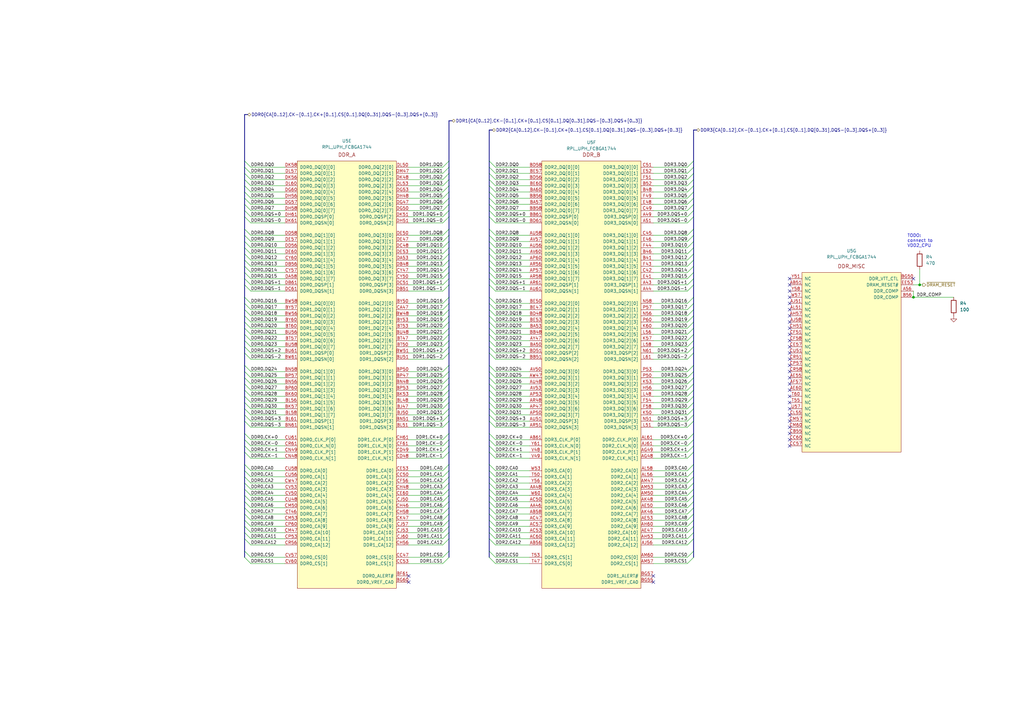
<source format=kicad_sch>
(kicad_sch (version 20230121) (generator eeschema)
  (paper "A3")
  (lib_symbols
    (symbol "Device:R" (pin_numbers hide) (pin_names (offset 0))
      (property "Reference" "R" (at 2.032 0 90))
      (property "Value" "R" (at 0 0 90))
      (symbol "R_1_1"
        (pin passive line (at 0 3.81 270) (length 1.27) (name "~") (number "1"))
        (pin passive line (at 0 -3.81 90) (length 1.27) (name "~") (number "2"))
      )
    )
    (symbol "local:RPL_UPH_FCBGA1744" (pin_names (offset 1.016))
      (property "Reference" "U" (at 1.27 19.05 0))
      (property "Value" "RPL_UPH_FCBGA1744" (at 1.27 16.51 0))
      (symbol "RPL_UPH_FCBGA1744_1_1"
        (text "CAMERA" (at 0 2.54 0) (effects (font (size 1.524 1.524))))
        (pin input line (at -25.4 -58.42 0) (length 5.08) (name "CSI_A_DN[1]/CSI_B_DN[2]") (number "A36"))
        (pin input line (at -25.4 -45.72 0) (length 5.08) (name "CSI_B_DN[0]") (number "A38"))
        (pin unspecified line (at -25.4 -73.66 0) (length 5.08) (name "CSI_RCOMP") (number "A55"))
        (pin input line (at -25.4 -40.64 0) (length 5.08) (name "CSI_B_DN[1]") (number "AA41"))
        (pin input line (at -25.4 -5.08 0) (length 5.08) (name "CSI_D_DN[1]/CSI_C_DN[2]") (number "AB41"))
        (pin input line (at -25.4 -2.54 0) (length 5.08) (name "CSI_D_DP[1]/CSI_C_DP[2]") (number "AD41"))
        (pin input line (at -25.4 -10.16 0) (length 5.08) (name "CSI_D_DN[0]/CSI_C_DN[3]") (number "AF41"))
        (pin input line (at -25.4 -7.62 0) (length 5.08) (name "CSI_D_DP[0]/CSI_C_DP[3]") (number "AG41"))
        (pin unspecified line (at -25.4 -76.2 0) (length 5.08) (name "CSI_RCOMP") (number "B54"))
        (pin input line (at -25.4 -55.88 0) (length 5.08) (name "CSI_A_DP[1]/CSI_B_DP[2]") (number "C36"))
        (pin input line (at -25.4 -43.18 0) (length 5.08) (name "CSI_B_DP[0]") (number "C38"))
        (pin input line (at -25.4 -63.5 0) (length 5.08) (name "CSI_A_DN[0]/CSI_B_DN[3]") (number "E37"))
        (pin input line (at -25.4 -66.04 0) (length 5.08) (name "CSI_A_CLK_P") (number "F36"))
        (pin input line (at -25.4 -50.8 0) (length 5.08) (name "CSI_B_CLK_N") (number "F39"))
        (pin input line (at -25.4 -68.58 0) (length 5.08) (name "CSI_A_CLK_N") (number "G36"))
        (pin input line (at -25.4 -60.96 0) (length 5.08) (name "CSI_A_DP[0]/CSI_B_DP[3]") (number "G37"))
        (pin input line (at -25.4 -48.26 0) (length 5.08) (name "CSI_B_CLK_P") (number "G39"))
        (pin input line (at -25.4 -12.7 0) (length 5.08) (name "CSI_D_CLK_P") (number "J41"))
        (pin input line (at -25.4 -30.48 0) (length 5.08) (name "CSI_C_CLK_P") (number "J44"))
        (pin input line (at -25.4 -33.02 0) (length 5.08) (name "CSI_C_CLK_N") (number "K44"))
        (pin input line (at -25.4 -15.24 0) (length 5.08) (name "CSI_D_CLK_N") (number "L41"))
        (pin input line (at -25.4 -22.86 0) (length 5.08) (name "CSI_C_DN[1]") (number "M44"))
        (pin input line (at -25.4 -27.94 0) (length 5.08) (name "CSI_C_DN[0]") (number "P41"))
        (pin input line (at -25.4 -20.32 0) (length 5.08) (name "CSI_C_DP[1]") (number "P44"))
        (pin input line (at -25.4 -25.4 0) (length 5.08) (name "CSI_C_DP[0]") (number "T41"))
        (pin input line (at -25.4 -38.1 0) (length 5.08) (name "CSI_B_DP[1]") (number "W41"))
      )
      (symbol "RPL_UPH_FCBGA1744_2_1"
        (text "CFG" (at 0 2.54 0) (effects (font (size 1.524 1.524))))
        (pin bidirectional line (at 25.4 -17.78 180) (length 5.08) (name "CFG[2]") (number "AA12"))
        (pin bidirectional line (at 25.4 -22.86 180) (length 5.08) (name "CFG[0]") (number "AA16"))
        (pin bidirectional line (at 25.4 -15.24 180) (length 5.08) (name "CFG[3]") (number "AC12"))
        (pin bidirectional line (at 25.4 -12.7 180) (length 5.08) (name "CFG[4]") (number "AD11"))
        (pin bidirectional line (at 25.4 -20.32 180) (length 5.08) (name "CFG[1]") (number "AD16"))
        (pin bidirectional line (at -25.4 -5.08 0) (length 5.08) (name "CFG[16]") (number "AF17"))
        (pin bidirectional line (at -25.4 -20.32 0) (length 5.08) (name "CFG[10]") (number "AF20"))
        (pin bidirectional line (at -25.4 -2.54 0) (length 5.08) (name "CFG[17]") (number "AF22"))
        (pin bidirectional line (at -25.4 -12.7 0) (length 5.08) (name "CFG[13]") (number "AF35"))
        (pin bidirectional line (at -25.4 -7.62 0) (length 5.08) (name "CFG[15]") (number "AF37"))
        (pin bidirectional line (at 25.4 -10.16 180) (length 5.08) (name "CFG[5]") (number "AG15"))
        (pin bidirectional line (at 25.4 -7.62 180) (length 5.08) (name "CFG[6]") (number "AH17"))
        (pin bidirectional line (at -25.4 -22.86 0) (length 5.08) (name "CFG[9]") (number "AH22"))
        (pin bidirectional line (at -25.4 -17.78 0) (length 5.08) (name "CFG[11]") (number "AH25"))
        (pin bidirectional line (at -25.4 -10.16 0) (length 5.08) (name "CFG[14]") (number "AH35"))
        (pin bidirectional line (at -25.4 -15.24 0) (length 5.08) (name "CFG[12]") (number "AH37"))
        (pin bidirectional line (at 25.4 -5.08 180) (length 5.08) (name "CFG[7]") (number "AJ15"))
        (pin bidirectional line (at 25.4 -2.54 180) (length 5.08) (name "CFG[8]") (number "AK17"))
        (pin unspecified line (at 25.4 -25.4 180) (length 5.08) (name "CFG_RCOMP") (number "F8"))
      )
      (symbol "RPL_UPH_FCBGA1744_3_1"
        (text "CNVI" (at 0 2.54 0) (effects (font (size 1.524 1.524))))
        (pin output line (at -25.4 -45.72 0) (length 5.08) (name "GPP_F5/MODEM_CLKREQ/CRF_XTAL_CLKREQ") (number "EF36"))
        (pin output line (at -25.4 -58.42 0) (length 5.08) (name "GPP_F0/CNV_BRI_DT/UART2_RTS#") (number "EH33"))
        (pin input line (at -25.4 -43.18 0) (length 5.08) (name "GPP_F6/CNV_PA_BLANKING") (number "EH36"))
        (pin input line (at -25.4 -55.88 0) (length 5.08) (name "GPP_F1/CNV_BRI_RSP/UART2_RXD") (number "EK33"))
        (pin input line (at -25.4 -40.64 0) (length 5.08) (name "GPP_H8/I2C4_SDA/CNV_MFUART2_RXD") (number "EL43"))
        (pin output line (at -25.4 -53.34 0) (length 5.08) (name "GPP_F2/CNV_RGI_DT/UART2_TXD") (number "EN31"))
        (pin input line (at -25.4 -38.1 0) (length 5.08) (name "GPP_H9/I2C4_SCL/CNV_MFUART2_TXD") (number "EN43"))
        (pin input line (at -25.4 -50.8 0) (length 5.08) (name "GPP_F3/CNV_RGI_RSP/UART2_CTS#") (number "ER31"))
        (pin output line (at -25.4 -48.26 0) (length 5.08) (name "GPP_F4/CNV_RF_RESET#") (number "ET31"))
        (pin input line (at -25.4 -20.32 0) (length 5.08) (name "CNV_WR_D1P") (number "EV40"))
        (pin output line (at -25.4 -7.62 0) (length 5.08) (name "CNV_WT_D0P") (number "EV43"))
        (pin output line (at -25.4 -12.7 0) (length 5.08) (name "CNV_WT_CLKP") (number "EV47"))
        (pin input line (at -25.4 -25.4 0) (length 5.08) (name "CNV_WR_D0P") (number "EW42"))
        (pin input line (at -25.4 -22.86 0) (length 5.08) (name "CNV_WR_D1N") (number "EY40"))
        (pin input line (at -25.4 -27.94 0) (length 5.08) (name "CNV_WR_D0N") (number "EY42"))
        (pin output line (at -25.4 -10.16 0) (length 5.08) (name "CNV_WT_D0N") (number "EY43"))
        (pin output line (at -25.4 -15.24 0) (length 5.08) (name "CNV_WT_CLKN") (number "EY47"))
        (pin input line (at -25.4 -30.48 0) (length 5.08) (name "CNV_WR_CLKP") (number "FA43"))
        (pin output line (at -25.4 -5.08 0) (length 5.08) (name "CNV_WT_D1N") (number "FA46"))
        (pin unspecified line (at -25.4 -17.78 0) (length 5.08) (name "CNV_WT_RCOMP") (number "FC40"))
        (pin input line (at -25.4 -33.02 0) (length 5.08) (name "CNV_WR_CLKN") (number "FC43"))
        (pin output line (at -25.4 -2.54 0) (length 5.08) (name "CNV_WT_D1P") (number "FC46"))
      )
      (symbol "RPL_UPH_FCBGA1744_4_1"
        (text "DDI" (at 0 2.54 0) (effects (font (size 1.524 1.524))))
        (pin output line (at -25.4 -25.4 0) (length 5.08) (name "DDIA_TXP[2]") (number "AA1"))
        (pin output line (at -25.4 -35.56 0) (length 5.08) (name "DDIA_TXN[3]") (number "AA3"))
        (pin output line (at -25.4 -27.94 0) (length 5.08) (name "DDIA_TXN[2]") (number "AB1"))
        (pin output line (at -25.4 -17.78 0) (length 5.08) (name "DDIA_TXP[1]") (number "AB3"))
        (pin output line (at -25.4 -12.7 0) (length 5.08) (name "DDIA_TXN[0]") (number "AD1"))
        (pin output line (at -25.4 -20.32 0) (length 5.08) (name "DDIA_TXN[1]") (number "AD3"))
        (pin bidirectional line (at -25.4 -66.04 0) (length 5.08) (name "DDIB_AUXP") (number "AE6"))
        (pin bidirectional line (at -25.4 -68.58 0) (length 5.08) (name "DDIB_AUXN") (number "AE8"))
        (pin output line (at -25.4 -10.16 0) (length 5.08) (name "DDIA_TXP[0]") (number "AF1"))
        (pin bidirectional line (at -25.4 -2.54 0) (length 5.08) (name "DDIA_AUXP") (number "AF3"))
        (pin output line (at -25.4 -111.76 0) (length 5.08) (name "DISP_UTILS_2") (number "AF32"))
        (pin bidirectional line (at -25.4 -5.08 0) (length 5.08) (name "DDIA_AUXN") (number "AG3"))
        (pin output line (at -25.4 -73.66 0) (length 5.08) (name "DDIB_TXP[0]") (number "AH6"))
        (pin output line (at -25.4 -76.2 0) (length 5.08) (name "DDIB_TXN[0]") (number "AH8"))
        (pin unspecified line (at -25.4 -48.26 0) (length 5.08) (name "DDIA_RCOMP") (number "AJ1"))
        (pin output line (at -25.4 -81.28 0) (length 5.08) (name "DDIB_TXP[1]") (number "AK6"))
        (pin output line (at -25.4 -83.82 0) (length 5.08) (name "DDIB_TXN[1]") (number "AK8"))
        (pin unspecified line (at -25.4 -116.84 0) (length 5.08) (name "DDIB_RCOMP") (number "AL1"))
        (pin output line (at -25.4 -88.9 0) (length 5.08) (name "DDIB_TXP[2]") (number "AM6"))
        (pin output line (at -25.4 -91.44 0) (length 5.08) (name "DDIB_TXN[2]") (number "AM8"))
        (pin output line (at -25.4 -96.52 0) (length 5.08) (name "DDIB_TXP[3]") (number "AP6"))
        (pin output line (at -25.4 -99.06 0) (length 5.08) (name "DDIB_TXN[3]") (number "AP8"))
        (pin output line (at -25.4 -114.3 0) (length 5.08) (name "DISP_UTILS_1") (number "DJ1"))
        (pin input line (at -25.4 -109.22 0) (length 5.08) (name "GPP_A18/DDSP_HPDB/DISP_MISCB") (number "EB47"))
        (pin bidirectional line (at -25.4 -106.68 0) (length 5.08) (name "GPP_H15/DDPB_CTRLCLK/PCIE_LINK_DOWN") (number "EK46"))
        (pin output line (at -25.4 -43.18 0) (length 5.08) (name "eDP_BKLTCTL") (number "EL21"))
        (pin bidirectional line (at -25.4 -104.14 0) (length 5.08) (name "GPP_H17/DDPB_CTRLDATA") (number "EL46"))
        (pin output line (at -25.4 -45.72 0) (length 5.08) (name "eDP_BKLTEN") (number "EN21"))
        (pin output line (at -25.4 -40.64 0) (length 5.08) (name "GPP_E14/DDSP_HPDA/DISP_MISC_A") (number "EV25"))
        (pin output line (at -25.4 -33.02 0) (length 5.08) (name "DDIA_TXP[3]") (number "W3"))
      )
      (symbol "RPL_UPH_FCBGA1744_5_1"
        (text "DDR_A" (at 0 2.54 0) (effects (font (size 1.524 1.524))))
        (pin input line (at 25.4 -170.18 180) (length 5.08) (name "DDR0_ALERT#") (number "BF61"))
        (pin output line (at 25.4 -172.72 180) (length 5.08) (name "DDR0_VREF_CA0") (number "BG60"))
        (pin bidirectional line (at 25.4 -101.6 180) (length 5.08) (name "DDR1_DQ[3][6]") (number "BJ47"))
        (pin bidirectional line (at 25.4 -104.14 180) (length 5.08) (name "DDR1_DQ[3][7]") (number "BJ50"))
        (pin bidirectional line (at 25.4 -96.52 180) (length 5.08) (name "DDR1_DQ[3][4]") (number "BK53"))
        (pin bidirectional line (at -25.4 -101.6 0) (length 5.08) (name "DDR1_DQ[1][6]") (number "BK57"))
        (pin bidirectional line (at -25.4 -96.52 0) (length 5.08) (name "DDR1_DQ[1][4]") (number "BK60"))
        (pin bidirectional line (at 25.4 -99.06 180) (length 5.08) (name "DDR1_DQ[3][5]") (number "BL48"))
        (pin bidirectional line (at 25.4 -109.22 180) (length 5.08) (name "DDR1_DQSN[3]") (number "BL51"))
        (pin bidirectional line (at -25.4 -99.06 0) (length 5.08) (name "DDR1_DQ[1][5]") (number "BL56"))
        (pin bidirectional line (at -25.4 -104.14 0) (length 5.08) (name "DDR1_DQ[1][7]") (number "BL58"))
        (pin bidirectional line (at -25.4 -106.68 0) (length 5.08) (name "DDR1_DQSP[1]") (number "BL61"))
        (pin bidirectional line (at 25.4 -91.44 180) (length 5.08) (name "DDR1_DQ[3][2]") (number "BN48"))
        (pin bidirectional line (at 25.4 -106.68 180) (length 5.08) (name "DDR1_DQSP[3]") (number "BN51"))
        (pin bidirectional line (at -25.4 -91.44 0) (length 5.08) (name "DDR1_DQ[1][2]") (number "BN56"))
        (pin bidirectional line (at -25.4 -86.36 0) (length 5.08) (name "DDR1_DQ[1][0]") (number "BN58"))
        (pin bidirectional line (at -25.4 -109.22 0) (length 5.08) (name "DDR1_DQSN[1]") (number "BN61"))
        (pin bidirectional line (at 25.4 -88.9 180) (length 5.08) (name "DDR1_DQ[3][1]") (number "BP47"))
        (pin bidirectional line (at 25.4 -86.36 180) (length 5.08) (name "DDR1_DQ[3][0]") (number "BP50"))
        (pin bidirectional line (at 25.4 -93.98 180) (length 5.08) (name "DDR1_DQ[3][3]") (number "BP53"))
        (pin bidirectional line (at -25.4 -88.9 0) (length 5.08) (name "DDR1_DQ[1][1]") (number "BP57"))
        (pin bidirectional line (at -25.4 -93.98 0) (length 5.08) (name "DDR1_DQ[1][3]") (number "BP60"))
        (pin bidirectional line (at 25.4 -73.66 180) (length 5.08) (name "DDR1_DQ[2][6]") (number "BT47"))
        (pin bidirectional line (at 25.4 -76.2 180) (length 5.08) (name "DDR1_DQ[2][7]") (number "BT50"))
        (pin bidirectional line (at 25.4 -68.58 180) (length 5.08) (name "DDR1_DQ[2][4]") (number "BT53"))
        (pin bidirectional line (at -25.4 -73.66 0) (length 5.08) (name "DDR1_DQ[0][6]") (number "BT57"))
        (pin bidirectional line (at -25.4 -68.58 0) (length 5.08) (name "DDR1_DQ[0][4]") (number "BT60"))
        (pin bidirectional line (at 25.4 -71.12 180) (length 5.08) (name "DDR1_DQ[2][5]") (number "BU48"))
        (pin bidirectional line (at 25.4 -81.28 180) (length 5.08) (name "DDR1_DQSN[2]") (number "BU51"))
        (pin bidirectional line (at -25.4 -71.12 0) (length 5.08) (name "DDR1_DQ[0][5]") (number "BU56"))
        (pin bidirectional line (at -25.4 -76.2 0) (length 5.08) (name "DDR1_DQ[0][7]") (number "BU58"))
        (pin bidirectional line (at -25.4 -78.74 0) (length 5.08) (name "DDR1_DQSP[0]") (number "BU61"))
        (pin bidirectional line (at 25.4 -63.5 180) (length 5.08) (name "DDR1_DQ[2][2]") (number "BW48"))
        (pin bidirectional line (at 25.4 -78.74 180) (length 5.08) (name "DDR1_DQSP[2]") (number "BW51"))
        (pin bidirectional line (at -25.4 -63.5 0) (length 5.08) (name "DDR1_DQ[0][2]") (number "BW56"))
        (pin bidirectional line (at -25.4 -58.42 0) (length 5.08) (name "DDR1_DQ[0][0]") (number "BW58"))
        (pin bidirectional line (at -25.4 -81.28 0) (length 5.08) (name "DDR1_DQSN[0]") (number "BW61"))
        (pin bidirectional line (at 25.4 -58.42 180) (length 5.08) (name "DDR1_DQ[2][0]") (number "BY50"))
        (pin bidirectional line (at 25.4 -66.04 180) (length 5.08) (name "DDR1_DQ[2][3]") (number "BY53"))
        (pin bidirectional line (at -25.4 -60.96 0) (length 5.08) (name "DDR1_DQ[0][1]") (number "BY57"))
        (pin bidirectional line (at -25.4 -66.04 0) (length 5.08) (name "DDR1_DQ[0][3]") (number "BY60"))
        (pin bidirectional line (at 25.4 -60.96 180) (length 5.08) (name "DDR1_DQ[2][1]") (number "CA47"))
        (pin output line (at 25.4 -162.56 180) (length 5.08) (name "DDR1_CS[0]") (number "CC47"))
        (pin output line (at 25.4 -129.54 180) (length 5.08) (name "DDR1_CA[1]") (number "CC50"))
        (pin output line (at 25.4 -165.1 180) (length 5.08) (name "DDR1_CS[1]") (number "CC53"))
        (pin output line (at 25.4 -121.92 180) (length 5.08) (name "DDR1_CLK_N[1]") (number "CD48"))
        (pin output line (at 25.4 -119.38 180) (length 5.08) (name "DDR1_CLK_P[1]") (number "CD49"))
        (pin output line (at 25.4 -127 180) (length 5.08) (name "DDR1_CA[0]") (number "CE53"))
        (pin output line (at 25.4 -137.16 180) (length 5.08) (name "DDR1_CA[4]") (number "CE60"))
        (pin output line (at 25.4 -132.08 180) (length 5.08) (name "DDR1_CA[2]") (number "CF56"))
        (pin output line (at 25.4 -116.84 180) (length 5.08) (name "DDR1_CLK_N[0]") (number "CF61"))
        (pin output line (at 25.4 -142.24 180) (length 5.08) (name "DDR1_CA[6]") (number "CH46"))
        (pin output line (at 25.4 -134.62 180) (length 5.08) (name "DDR1_CA[3]") (number "CH48"))
        (pin output line (at 25.4 -157.48 180) (length 5.08) (name "DDR1_CA[12]") (number "CH56"))
        (pin output line (at 25.4 -144.78 180) (length 5.08) (name "DDR1_CA[7]") (number "CH58"))
        (pin output line (at 25.4 -114.3 180) (length 5.08) (name "DDR1_CLK_P[0]") (number "CH61"))
        (pin output line (at 25.4 -139.7 180) (length 5.08) (name "DDR1_CA[5]") (number "CJ50"))
        (pin output line (at 25.4 -152.4 180) (length 5.08) (name "DDR1_CA[10]") (number "CJ53"))
        (pin output line (at 25.4 -149.86 180) (length 5.08) (name "DDR1_CA[9]") (number "CJ57"))
        (pin output line (at 25.4 -154.94 180) (length 5.08) (name "DDR1_CA[11]") (number "CJ60"))
        (pin output line (at 25.4 -147.32 180) (length 5.08) (name "DDR1_CA[8]") (number "CK47"))
        (pin output line (at -25.4 -152.4 0) (length 5.08) (name "DDR0_CA[10]") (number "CM47"))
        (pin output line (at -25.4 -142.24 0) (length 5.08) (name "DDR0_CA[6]") (number "CM50"))
        (pin output line (at -25.4 -147.32 0) (length 5.08) (name "DDR0_CA[8]") (number "CM53"))
        (pin output line (at -25.4 -121.92 0) (length 5.08) (name "DDR0_CLK_N[1]") (number "CN48"))
        (pin output line (at -25.4 -119.38 0) (length 5.08) (name "DDR0_CLK_P[1]") (number "CN49"))
        (pin output line (at -25.4 -154.94 0) (length 5.08) (name "DDR0_CA[11]") (number "CP53"))
        (pin output line (at -25.4 -149.86 0) (length 5.08) (name "DDR0_CA[9]") (number "CP60"))
        (pin output line (at -25.4 -157.48 0) (length 5.08) (name "DDR0_CA[12]") (number "CR56"))
        (pin output line (at -25.4 -116.84 0) (length 5.08) (name "DDR0_CLK_N[0]") (number "CR61"))
        (pin output line (at -25.4 -144.78 0) (length 5.08) (name "DDR0_CA[7]") (number "CT46"))
        (pin output line (at -25.4 -139.7 0) (length 5.08) (name "DDR0_CA[5]") (number "CU48"))
        (pin output line (at -25.4 -129.54 0) (length 5.08) (name "DDR0_CA[1]") (number "CU56"))
        (pin output line (at -25.4 -127 0) (length 5.08) (name "DDR0_CA[0]") (number "CU58"))
        (pin output line (at -25.4 -114.3 0) (length 5.08) (name "DDR0_CLK_P[0]") (number "CU61"))
        (pin output line (at -25.4 -137.16 0) (length 5.08) (name "DDR0_CA[4]") (number "CV50"))
        (pin output line (at -25.4 -134.62 0) (length 5.08) (name "DDR0_CA[3]") (number "CV53"))
        (pin output line (at -25.4 -162.56 0) (length 5.08) (name "DDR0_CS[0]") (number "CV57"))
        (pin output line (at -25.4 -165.1 0) (length 5.08) (name "DDR0_CS[1]") (number "CV60"))
        (pin output line (at -25.4 -132.08 0) (length 5.08) (name "DDR0_CA[2]") (number "CW47"))
        (pin bidirectional line (at 25.4 -45.72 180) (length 5.08) (name "DDR0_DQ[3][6]") (number "CY47"))
        (pin bidirectional line (at 25.4 -48.26 180) (length 5.08) (name "DDR0_DQ[3][7]") (number "CY50"))
        (pin bidirectional line (at -25.4 -45.72 0) (length 5.08) (name "DDR0_DQ[1][6]") (number "CY57"))
        (pin bidirectional line (at -25.4 -40.64 0) (length 5.08) (name "DDR0_DQ[1][4]") (number "CY60"))
        (pin bidirectional line (at 25.4 -40.64 180) (length 5.08) (name "DDR0_DQ[3][4]") (number "DA53"))
        (pin bidirectional line (at -25.4 -48.26 0) (length 5.08) (name "DDR0_DQ[1][7]") (number "DA58"))
        (pin bidirectional line (at 25.4 -43.18 180) (length 5.08) (name "DDR0_DQ[3][5]") (number "DB48"))
        (pin bidirectional line (at 25.4 -53.34 180) (length 5.08) (name "DDR0_DQSN[3]") (number "DB51"))
        (pin bidirectional line (at -25.4 -43.18 0) (length 5.08) (name "DDR0_DQ[1][5]") (number "DB56"))
        (pin bidirectional line (at -25.4 -50.8 0) (length 5.08) (name "DDR0_DQSP[1]") (number "DB61"))
        (pin bidirectional line (at 25.4 -35.56 180) (length 5.08) (name "DDR0_DQ[3][2]") (number "DC48"))
        (pin bidirectional line (at 25.4 -50.8 180) (length 5.08) (name "DDR0_DQSP[3]") (number "DC51"))
        (pin bidirectional line (at -25.4 -53.34 0) (length 5.08) (name "DDR0_DQSN[1]") (number "DC61"))
        (pin bidirectional line (at -25.4 -35.56 0) (length 5.08) (name "DDR0_DQ[1][2]") (number "DD56"))
        (pin bidirectional line (at -25.4 -30.48 0) (length 5.08) (name "DDR0_DQ[1][0]") (number "DD58"))
        (pin bidirectional line (at 25.4 -33.02 180) (length 5.08) (name "DDR0_DQ[3][1]") (number "DE47"))
        (pin bidirectional line (at 25.4 -30.48 180) (length 5.08) (name "DDR0_DQ[3][0]") (number "DE50"))
        (pin bidirectional line (at 25.4 -38.1 180) (length 5.08) (name "DDR0_DQ[3][3]") (number "DE53"))
        (pin bidirectional line (at -25.4 -33.02 0) (length 5.08) (name "DDR0_DQ[1][1]") (number "DE57"))
        (pin bidirectional line (at -25.4 -38.1 0) (length 5.08) (name "DDR0_DQ[1][3]") (number "DE60"))
        (pin bidirectional line (at 25.4 -17.78 180) (length 5.08) (name "DDR0_DQ[2][6]") (number "DG47"))
        (pin bidirectional line (at 25.4 -20.32 180) (length 5.08) (name "DDR0_DQ[2][7]") (number "DG50"))
        (pin bidirectional line (at 25.4 -12.7 180) (length 5.08) (name "DDR0_DQ[2][4]") (number "DG53"))
        (pin bidirectional line (at -25.4 -17.78 0) (length 5.08) (name "DDR0_DQ[0][6]") (number "DG57"))
        (pin bidirectional line (at -25.4 -12.7 0) (length 5.08) (name "DDR0_DQ[0][4]") (number "DG60"))
        (pin bidirectional line (at 25.4 -15.24 180) (length 5.08) (name "DDR0_DQ[2][5]") (number "DH48"))
        (pin bidirectional line (at 25.4 -25.4 180) (length 5.08) (name "DDR0_DQSN[2]") (number "DH51"))
        (pin bidirectional line (at -25.4 -15.24 0) (length 5.08) (name "DDR0_DQ[0][5]") (number "DH56"))
        (pin bidirectional line (at -25.4 -20.32 0) (length 5.08) (name "DDR0_DQ[0][7]") (number "DH58"))
        (pin bidirectional line (at -25.4 -22.86 0) (length 5.08) (name "DDR0_DQSP[0]") (number "DH61"))
        (pin bidirectional line (at 25.4 -7.62 180) (length 5.08) (name "DDR0_DQ[2][2]") (number "DK48"))
        (pin bidirectional line (at 25.4 -22.86 180) (length 5.08) (name "DDR0_DQSP[2]") (number "DK51"))
        (pin bidirectional line (at -25.4 -7.62 0) (length 5.08) (name "DDR0_DQ[0][2]") (number "DK56"))
        (pin bidirectional line (at -25.4 -2.54 0) (length 5.08) (name "DDR0_DQ[0][0]") (number "DK58"))
        (pin bidirectional line (at -25.4 -25.4 0) (length 5.08) (name "DDR0_DQSN[0]") (number "DK61"))
        (pin bidirectional line (at 25.4 -2.54 180) (length 5.08) (name "DDR0_DQ[2][0]") (number "DL50"))
        (pin bidirectional line (at 25.4 -10.16 180) (length 5.08) (name "DDR0_DQ[2][3]") (number "DL53"))
        (pin bidirectional line (at -25.4 -5.08 0) (length 5.08) (name "DDR0_DQ[0][1]") (number "DL57"))
        (pin bidirectional line (at -25.4 -10.16 0) (length 5.08) (name "DDR0_DQ[0][3]") (number "DL60"))
        (pin bidirectional line (at 25.4 -5.08 180) (length 5.08) (name "DDR0_DQ[2][1]") (number "DM47"))
      )
      (symbol "RPL_UPH_FCBGA1744_6_1"
        (text "DDR_B" (at 0 2.54 0) (effects (font (size 1.524 1.524))))
        (pin bidirectional line (at 25.4 -50.8 180) (length 5.08) (name "DDR3_DQSP[1]") (number "A43"))
        (pin bidirectional line (at 25.4 -53.34 180) (length 5.08) (name "DDR3_DQSN[1]") (number "A44"))
        (pin bidirectional line (at 25.4 -22.86 180) (length 5.08) (name "DDR3_DQSP[0]") (number "A49"))
        (pin bidirectional line (at 25.4 -25.4 180) (length 5.08) (name "DDR3_DQSN[0]") (number "A51"))
        (pin output line (at -25.4 -142.24 0) (length 5.08) (name "DDR3_CA[6]") (number "AA46"))
        (pin output line (at -25.4 -134.62 0) (length 5.08) (name "DDR3_CA[3]") (number "AA48"))
        (pin output line (at -25.4 -157.48 0) (length 5.08) (name "DDR3_CA[12]") (number "AB56"))
        (pin output line (at -25.4 -144.78 0) (length 5.08) (name "DDR3_CA[7]") (number "AB58"))
        (pin output line (at -25.4 -114.3 0) (length 5.08) (name "DDR3_CLK_P[0]") (number "AB61"))
        (pin output line (at -25.4 -147.32 0) (length 5.08) (name "DDR3_CA[8]") (number "AC47"))
        (pin output line (at -25.4 -139.7 0) (length 5.08) (name "DDR3_CA[5]") (number "AC50"))
        (pin output line (at -25.4 -152.4 0) (length 5.08) (name "DDR3_CA[10]") (number "AC53"))
        (pin output line (at -25.4 -149.86 0) (length 5.08) (name "DDR3_CA[9]") (number "AC57"))
        (pin output line (at -25.4 -154.94 0) (length 5.08) (name "DDR3_CA[11]") (number "AC60"))
        (pin output line (at 25.4 -152.4 180) (length 5.08) (name "DDR2_CA[10]") (number "AE47"))
        (pin output line (at 25.4 -142.24 180) (length 5.08) (name "DDR2_CA[6]") (number "AE50"))
        (pin output line (at 25.4 -147.32 180) (length 5.08) (name "DDR2_CA[8]") (number "AE53"))
        (pin output line (at 25.4 -121.92 180) (length 5.08) (name "DDR2_CLK_N[1]") (number "AG48"))
        (pin output line (at 25.4 -119.38 180) (length 5.08) (name "DDR2_CLK_P[1]") (number "AG49"))
        (pin output line (at 25.4 -154.94 180) (length 5.08) (name "DDR2_CA[11]") (number "AH53"))
        (pin output line (at 25.4 -149.86 180) (length 5.08) (name "DDR2_CA[9]") (number "AH60"))
        (pin output line (at 25.4 -157.48 180) (length 5.08) (name "DDR2_CA[12]") (number "AJ56"))
        (pin output line (at 25.4 -116.84 180) (length 5.08) (name "DDR2_CLK_N[0]") (number "AJ61"))
        (pin output line (at 25.4 -144.78 180) (length 5.08) (name "DDR2_CA[7]") (number "AK46"))
        (pin output line (at 25.4 -139.7 180) (length 5.08) (name "DDR2_CA[5]") (number "AK48"))
        (pin output line (at 25.4 -129.54 180) (length 5.08) (name "DDR2_CA[1]") (number "AL56"))
        (pin output line (at 25.4 -127 180) (length 5.08) (name "DDR2_CA[0]") (number "AL58"))
        (pin output line (at 25.4 -114.3 180) (length 5.08) (name "DDR2_CLK_P[0]") (number "AL61"))
        (pin output line (at 25.4 -132.08 180) (length 5.08) (name "DDR2_CA[2]") (number "AM47"))
        (pin output line (at 25.4 -137.16 180) (length 5.08) (name "DDR2_CA[4]") (number "AM50"))
        (pin output line (at 25.4 -134.62 180) (length 5.08) (name "DDR2_CA[3]") (number "AM53"))
        (pin output line (at 25.4 -165.1 180) (length 5.08) (name "DDR2_CS[1]") (number "AM57"))
        (pin output line (at 25.4 -162.56 180) (length 5.08) (name "DDR2_CS[0]") (number "AM60"))
        (pin bidirectional line (at -25.4 -101.6 0) (length 5.08) (name "DDR2_DQ[3][6]") (number "AP47"))
        (pin bidirectional line (at -25.4 -104.14 0) (length 5.08) (name "DDR2_DQ[3][7]") (number "AP50"))
        (pin bidirectional line (at -25.4 -96.52 0) (length 5.08) (name "DDR2_DQ[3][4]") (number "AP53"))
        (pin bidirectional line (at -25.4 -45.72 0) (length 5.08) (name "DDR2_DQ[1][6]") (number "AP57"))
        (pin bidirectional line (at -25.4 -40.64 0) (length 5.08) (name "DDR2_DQ[1][4]") (number "AP60"))
        (pin bidirectional line (at -25.4 -99.06 0) (length 5.08) (name "DDR2_DQ[3][5]") (number "AR48"))
        (pin bidirectional line (at -25.4 -109.22 0) (length 5.08) (name "DDR2_DQSN[3]") (number "AR51"))
        (pin bidirectional line (at -25.4 -43.18 0) (length 5.08) (name "DDR2_DQ[1][5]") (number "AR56"))
        (pin bidirectional line (at -25.4 -48.26 0) (length 5.08) (name "DDR2_DQ[1][7]") (number "AR58"))
        (pin bidirectional line (at -25.4 -50.8 0) (length 5.08) (name "DDR2_DQSP[1]") (number "AR61"))
        (pin bidirectional line (at -25.4 -91.44 0) (length 5.08) (name "DDR2_DQ[3][2]") (number "AU48"))
        (pin bidirectional line (at -25.4 -106.68 0) (length 5.08) (name "DDR2_DQSP[3]") (number "AU51"))
        (pin bidirectional line (at -25.4 -35.56 0) (length 5.08) (name "DDR2_DQ[1][2]") (number "AU56"))
        (pin bidirectional line (at -25.4 -30.48 0) (length 5.08) (name "DDR2_DQ[1][0]") (number "AU58"))
        (pin bidirectional line (at -25.4 -53.34 0) (length 5.08) (name "DDR2_DQSN[1]") (number "AU61"))
        (pin bidirectional line (at -25.4 -86.36 0) (length 5.08) (name "DDR2_DQ[3][0]") (number "AV50"))
        (pin bidirectional line (at -25.4 -93.98 0) (length 5.08) (name "DDR2_DQ[3][3]") (number "AV53"))
        (pin bidirectional line (at -25.4 -33.02 0) (length 5.08) (name "DDR2_DQ[1][1]") (number "AV57"))
        (pin bidirectional line (at -25.4 -38.1 0) (length 5.08) (name "DDR2_DQ[1][3]") (number "AV60"))
        (pin bidirectional line (at -25.4 -88.9 0) (length 5.08) (name "DDR2_DQ[3][1]") (number "AW47"))
        (pin bidirectional line (at -25.4 -73.66 0) (length 5.08) (name "DDR2_DQ[2][6]") (number "AY47"))
        (pin bidirectional line (at 25.4 -40.64 180) (length 5.08) (name "DDR3_DQ[1][4]") (number "B41"))
        (pin bidirectional line (at 25.4 -38.1 180) (length 5.08) (name "DDR3_DQ[1][3]") (number "B46"))
        (pin bidirectional line (at 25.4 -12.7 180) (length 5.08) (name "DDR3_DQ[0][4]") (number "B48"))
        (pin bidirectional line (at 25.4 -10.16 180) (length 5.08) (name "DDR3_DQ[0][3]") (number "B52"))
        (pin bidirectional line (at -25.4 -76.2 0) (length 5.08) (name "DDR2_DQ[2][7]") (number "BA50"))
        (pin bidirectional line (at -25.4 -68.58 0) (length 5.08) (name "DDR2_DQ[2][4]") (number "BA53"))
        (pin bidirectional line (at -25.4 -17.78 0) (length 5.08) (name "DDR2_DQ[0][6]") (number "BA57"))
        (pin bidirectional line (at -25.4 -12.7 0) (length 5.08) (name "DDR2_DQ[0][4]") (number "BA60"))
        (pin bidirectional line (at -25.4 -71.12 0) (length 5.08) (name "DDR2_DQ[2][5]") (number "BB48"))
        (pin bidirectional line (at -25.4 -81.28 0) (length 5.08) (name "DDR2_DQSN[2]") (number "BB51"))
        (pin bidirectional line (at -25.4 -15.24 0) (length 5.08) (name "DDR2_DQ[0][5]") (number "BB56"))
        (pin bidirectional line (at -25.4 -20.32 0) (length 5.08) (name "DDR2_DQ[0][7]") (number "BB58"))
        (pin bidirectional line (at -25.4 -22.86 0) (length 5.08) (name "DDR2_DQSP[0]") (number "BB61"))
        (pin bidirectional line (at -25.4 -63.5 0) (length 5.08) (name "DDR2_DQ[2][2]") (number "BD48"))
        (pin bidirectional line (at -25.4 -78.74 0) (length 5.08) (name "DDR2_DQSP[2]") (number "BD51"))
        (pin bidirectional line (at -25.4 -7.62 0) (length 5.08) (name "DDR2_DQ[0][2]") (number "BD56"))
        (pin bidirectional line (at -25.4 -2.54 0) (length 5.08) (name "DDR2_DQ[0][0]") (number "BD58"))
        (pin bidirectional line (at -25.4 -25.4 0) (length 5.08) (name "DDR2_DQSN[0]") (number "BD61"))
        (pin bidirectional line (at -25.4 -60.96 0) (length 5.08) (name "DDR2_DQ[2][1]") (number "BE47"))
        (pin bidirectional line (at -25.4 -58.42 0) (length 5.08) (name "DDR2_DQ[2][0]") (number "BE50"))
        (pin bidirectional line (at -25.4 -66.04 0) (length 5.08) (name "DDR2_DQ[2][3]") (number "BE53"))
        (pin bidirectional line (at -25.4 -5.08 0) (length 5.08) (name "DDR2_DQ[0][1]") (number "BE57"))
        (pin bidirectional line (at -25.4 -10.16 0) (length 5.08) (name "DDR2_DQ[0][3]") (number "BE60"))
        (pin output line (at 25.4 -172.72 180) (length 5.08) (name "DDR1_VREF_CA0") (number "BG55"))
        (pin input line (at 25.4 -170.18 180) (length 5.08) (name "DDR1_ALERT#") (number "BG57"))
        (pin bidirectional line (at 25.4 -45.72 180) (length 5.08) (name "DDR3_DQ[1][6]") (number "C42"))
        (pin bidirectional line (at 25.4 -30.48 180) (length 5.08) (name "DDR3_DQ[1][0]") (number "C45"))
        (pin bidirectional line (at 25.4 -20.32 180) (length 5.08) (name "DDR3_DQ[0][7]") (number "C49"))
        (pin bidirectional line (at 25.4 -2.54 180) (length 5.08) (name "DDR3_DQ[0][0]") (number "C51"))
        (pin bidirectional line (at 25.4 -48.26 180) (length 5.08) (name "DDR3_DQ[1][7]") (number "E41"))
        (pin bidirectional line (at 25.4 -33.02 180) (length 5.08) (name "DDR3_DQ[1][1]") (number "E46"))
        (pin bidirectional line (at 25.4 -17.78 180) (length 5.08) (name "DDR3_DQ[0][6]") (number "E48"))
        (pin bidirectional line (at 25.4 -5.08 180) (length 5.08) (name "DDR3_DQ[0][1]") (number "E52"))
        (pin bidirectional line (at 25.4 -43.18 180) (length 5.08) (name "DDR3_DQ[1][5]") (number "F43"))
        (pin bidirectional line (at 25.4 -35.56 180) (length 5.08) (name "DDR3_DQ[1][2]") (number "F44"))
        (pin bidirectional line (at 25.4 -15.24 180) (length 5.08) (name "DDR3_DQ[0][5]") (number "F49"))
        (pin bidirectional line (at 25.4 -7.62 180) (length 5.08) (name "DDR3_DQ[0][2]") (number "F51"))
        (pin bidirectional line (at 25.4 -99.06 180) (length 5.08) (name "DDR3_DQ[3][5]") (number "F54"))
        (pin bidirectional line (at 25.4 -101.6 180) (length 5.08) (name "DDR3_DQ[3][6]") (number "F58"))
        (pin bidirectional line (at 25.4 -93.98 180) (length 5.08) (name "DDR3_DQ[3][3]") (number "H56"))
        (pin bidirectional line (at 25.4 -104.14 180) (length 5.08) (name "DDR3_DQ[3][7]") (number "K50"))
        (pin bidirectional line (at 25.4 -91.44 180) (length 5.08) (name "DDR3_DQ[3][2]") (number "K53"))
        (pin bidirectional line (at 25.4 -73.66 180) (length 5.08) (name "DDR3_DQ[2][6]") (number "K57"))
        (pin bidirectional line (at 25.4 -68.58 180) (length 5.08) (name "DDR3_DQ[2][4]") (number "K60"))
        (pin bidirectional line (at 25.4 -96.52 180) (length 5.08) (name "DDR3_DQ[3][4]") (number "L48"))
        (pin bidirectional line (at 25.4 -109.22 180) (length 5.08) (name "DDR3_DQSN[3]") (number "L51"))
        (pin bidirectional line (at 25.4 -71.12 180) (length 5.08) (name "DDR3_DQ[2][5]") (number "L56"))
        (pin bidirectional line (at 25.4 -76.2 180) (length 5.08) (name "DDR3_DQ[2][7]") (number "L58"))
        (pin bidirectional line (at 25.4 -81.28 180) (length 5.08) (name "DDR3_DQSN[2]") (number "L61"))
        (pin bidirectional line (at 25.4 -106.68 180) (length 5.08) (name "DDR3_DQSP[3]") (number "N51"))
        (pin bidirectional line (at 25.4 -63.5 180) (length 5.08) (name "DDR3_DQ[2][2]") (number "N56"))
        (pin bidirectional line (at 25.4 -58.42 180) (length 5.08) (name "DDR3_DQ[2][0]") (number "N58"))
        (pin bidirectional line (at 25.4 -78.74 180) (length 5.08) (name "DDR3_DQSP[2]") (number "N61"))
        (pin bidirectional line (at 25.4 -88.9 180) (length 5.08) (name "DDR3_DQ[3][1]") (number "P50"))
        (pin bidirectional line (at 25.4 -86.36 180) (length 5.08) (name "DDR3_DQ[3][0]") (number "P53"))
        (pin bidirectional line (at 25.4 -60.96 180) (length 5.08) (name "DDR3_DQ[2][1]") (number "P57"))
        (pin bidirectional line (at 25.4 -66.04 180) (length 5.08) (name "DDR3_DQ[2][3]") (number "P60"))
        (pin output line (at -25.4 -165.1 0) (length 5.08) (name "DDR3_CS[0]") (number "T47"))
        (pin output line (at -25.4 -129.54 0) (length 5.08) (name "DDR3_CA[1]") (number "T50"))
        (pin output line (at -25.4 -162.56 0) (length 5.08) (name "DDR3_CS[1]") (number "T53"))
        (pin output line (at -25.4 -119.38 0) (length 5.08) (name "DDR3_CLK_P[1]") (number "V48"))
        (pin output line (at -25.4 -121.92 0) (length 5.08) (name "DDR3_CLK_N[1]") (number "V49"))
        (pin output line (at -25.4 -127 0) (length 5.08) (name "DDR3_CA[0]") (number "W53"))
        (pin output line (at -25.4 -137.16 0) (length 5.08) (name "DDR3_CA[4]") (number "W60"))
        (pin output line (at -25.4 -132.08 0) (length 5.08) (name "DDR3_CA[2]") (number "Y56"))
        (pin output line (at -25.4 -116.84 0) (length 5.08) (name "DDR3_CLK_N[0]") (number "Y61"))
      )
      (symbol "RPL_UPH_FCBGA1744_7_1"
        (text "DDR_MISC" (at 0 2.54 0) (effects (font (size 1.524 1.524))))
        (pin unspecified line (at 25.4 -7.62 180) (length 5.08) (name "DDR_COMP") (number "A56"))
        (pin output line (at -25.4 -5.08 0) (length 5.08) (name "NC") (number "AB51"))
        (pin output line (at -25.4 -43.18 0) (length 5.08) (name "NC") (number "AE55"))
        (pin output line (at -25.4 -48.26 0) (length 5.08) (name "NC") (number "AE60"))
        (pin output line (at -25.4 -45.72 0) (length 5.08) (name "NC") (number "AF57"))
        (pin output line (at -25.4 -17.78 0) (length 5.08) (name "NC") (number "AH57"))
        (pin output line (at -25.4 -12.7 0) (length 5.08) (name "NC") (number "AJ51"))
        (pin output line (at -25.4 -20.32 0) (length 5.08) (name "NC") (number "AJ58"))
        (pin output line (at -25.4 -15.24 0) (length 5.08) (name "NC") (number "AL51"))
        (pin unspecified line (at 25.4 -10.16 180) (length 5.08) (name "DDR_COMP") (number "B56"))
        (pin output line (at 25.4 -2.54 180) (length 5.08) (name "DDR_VTT_CTL") (number "BG50"))
        (pin output line (at -25.4 -66.04 0) (length 5.08) (name "NC") (number "CB55"))
        (pin output line (at -25.4 -71.12 0) (length 5.08) (name "NC") (number "CC57"))
        (pin output line (at -25.4 -68.58 0) (length 5.08) (name "NC") (number "CC60"))
        (pin output line (at -25.4 -30.48 0) (length 5.08) (name "NC") (number "CE57"))
        (pin output line (at -25.4 -25.4 0) (length 5.08) (name "NC") (number "CF51"))
        (pin output line (at -25.4 -27.94 0) (length 5.08) (name "NC") (number "CF58"))
        (pin output line (at -25.4 -22.86 0) (length 5.08) (name "NC") (number "CH51"))
        (pin output line (at -25.4 -58.42 0) (length 5.08) (name "NC") (number "CL55"))
        (pin output line (at -25.4 -60.96 0) (length 5.08) (name "NC") (number "CM57"))
        (pin output line (at -25.4 -63.5 0) (length 5.08) (name "NC") (number "CM60"))
        (pin output line (at -25.4 -38.1 0) (length 5.08) (name "NC") (number "CP57"))
        (pin output line (at -25.4 -35.56 0) (length 5.08) (name "NC") (number "CR51"))
        (pin output line (at -25.4 -40.64 0) (length 5.08) (name "NC") (number "CR58"))
        (pin output line (at -25.4 -33.02 0) (length 5.08) (name "NC") (number "CU51"))
        (pin output line (at 25.4 -5.08 180) (length 5.08) (name "DRAM_RESET#") (number "EE53"))
        (pin output line (at -25.4 -53.34 0) (length 5.08) (name "NC") (number "T55"))
        (pin output line (at -25.4 -50.8 0) (length 5.08) (name "NC") (number "T60"))
        (pin output line (at -25.4 -55.88 0) (length 5.08) (name "NC") (number "U57"))
        (pin output line (at -25.4 -10.16 0) (length 5.08) (name "NC") (number "W57"))
        (pin output line (at -25.4 -2.54 0) (length 5.08) (name "NC") (number "Y51"))
        (pin output line (at -25.4 -7.62 0) (length 5.08) (name "NC") (number "Y58"))
      )
      (symbol "RPL_UPH_FCBGA1744_8_1"
        (text "ESPI" (at 0 2.54 0) (effects (font (size 1.524 1.524))))
        (pin output line (at -25.4 -15.24 0) (length 5.08) (name "GPP_A4/ESPI_CS0#") (number "DP44"))
        (pin output line (at -25.4 -12.7 0) (length 5.08) (name "GPP_A5/ESPI_ALERT0#") (number "DP47"))
        (pin bidirectional line (at -25.4 -25.4 0) (length 5.08) (name "GPP_A0/ESPI_IO0") (number "DP51"))
        (pin bidirectional line (at -25.4 -17.78 0) (length 5.08) (name "GPP_A3/ESPI_IO3/SUSACK#") (number "DP52"))
        (pin output line (at -25.4 -10.16 0) (length 5.08) (name "GPP_A6/ESPI_ALERT1#") (number "DP54"))
        (pin bidirectional line (at -25.4 -22.86 0) (length 5.08) (name "GPP_A1/ESPI_IO1") (number "DT44"))
        (pin output line (at -25.4 -2.54 0) (length 5.08) (name "GPP_A23/ESPI_CS1#") (number "DT46"))
        (pin output line (at -25.4 -7.62 0) (length 5.08) (name "GPP_A9/ESPI_CLK") (number "DT49"))
        (pin output line (at -25.4 -5.08 0) (length 5.08) (name "GPP_A10/ESPI_RESET#") (number "DT51"))
        (pin bidirectional line (at -25.4 -20.32 0) (length 5.08) (name "GPP_A2/ESPI_IO2/SUSWARN#/SUSPWRDNACK") (number "DT54"))
      )
      (symbol "RPL_UPH_FCBGA1744_9_1"
        (text "GPD" (at 0 2.54 0) (effects (font (size 1.524 1.524))))
        (pin output line (at -25.4 -25.4 0) (length 5.08) (name "GPD10/SLP_S5#") (number "EG60"))
        (pin output line (at -25.4 -22.86 0) (length 5.08) (name "GPD11/LANPHYPC") (number "EJ56"))
        (pin output line (at -25.4 -2.54 0) (length 5.08) (name "GPD9/SLP_WLAN#") (number "EJ57"))
        (pin input line (at -25.4 -27.94 0) (length 5.08) (name "GPD1/ACPRESENT") (number "EJ59"))
        (pin output line (at -25.4 -5.08 0) (length 5.08) (name "GPD8/SUSCLK") (number "EJ61"))
        (pin output line (at -25.4 -7.62 0) (length 5.08) (name "GPD7") (number "EK60"))
        (pin input line (at -25.4 -30.48 0) (length 5.08) (name "GPD0/BATLOW#") (number "EM56"))
        (pin output line (at -25.4 -10.16 0) (length 5.08) (name "GPD6/SLP_A#") (number "EM57"))
        (pin output line (at -25.4 -15.24 0) (length 5.08) (name "GPD4/SLP_S3#") (number "EM59"))
        (pin input line (at -25.4 -17.78 0) (length 5.08) (name "GPD3/PWRBTN#") (number "EM61"))
        (pin output line (at -25.4 -12.7 0) (length 5.08) (name "GPD5/SLP_S4#") (number "EP56"))
        (pin input line (at -25.4 -20.32 0) (length 5.08) (name "GPD2/LAN_WAKE#") (number "EP58"))
      )
      (symbol "RPL_UPH_FCBGA1744_10_1"
        (text "GPP_ABCDE" (at 0 2.54 0) (effects (font (size 1.524 1.524))))
        (pin input line (at -25.4 -63.5 0) (length 5.08) (name "GPP_B16/I2C5_SDA/ISH_I2C2_SDA") (number "DN57"))
        (pin input line (at -25.4 -60.96 0) (length 5.08) (name "GPP_B17/I2C5_SCL/ISH_I2C2_SCL") (number "DN60"))
        (pin input line (at -25.4 -38.1 0) (length 5.08) (name "GPP_B8/ISH_I2C1_SCL/I2C3_SCL") (number "DR56"))
        (pin input line (at -25.4 -40.64 0) (length 5.08) (name "GPP_B7/ISH_I2C1_SDA/I2C3_SDA") (number "DR58"))
        (pin input line (at -25.4 -45.72 0) (length 5.08) (name "GPP_B5/ISH_I2C0_SDA/I2C2_SDA") (number "DT56"))
        (pin input line (at -25.4 -43.18 0) (length 5.08) (name "GPP_B6/ISH_I2C0_SCL/I2C2_SCL") (number "DT57"))
        (pin input line (at -25.4 -55.88 0) (length 5.08) (name "GPP_B2/VRALERT#") (number "DT59"))
        (pin input line (at -25.4 -58.42 0) (length 5.08) (name "GPP_B18") (number "DT61"))
        (pin bidirectional line (at -25.4 -27.94 0) (length 5.08) (name "GPP_A13") (number "DV47"))
        (pin bidirectional line (at -25.4 -33.02 0) (length 5.08) (name "GPP_A11") (number "DV51"))
        (pin output line (at -25.4 -7.62 0) (length 5.08) (name "GPP_A22/DDPC_CTRLDATA") (number "DV52"))
        (pin input line (at -25.4 -10.16 0) (length 5.08) (name "GPP_A21/DDPC_CTRLCLK") (number "DV54"))
        (pin input line (at -25.4 -68.58 0) (length 5.08) (name "GPP_B14/SPKR/TIME_SYNC1/SATA_LED#/ISH_GP6") (number "DW56"))
        (pin output line (at -25.4 -71.12 0) (length 5.08) (name "GPP_B13/PLTRST#") (number "DW57"))
        (pin output line (at -25.4 -73.66 0) (length 5.08) (name "GPP_B12/SLP_S0#") (number "DW59"))
        (pin input line (at -25.4 -30.48 0) (length 5.08) (name "GPP_A12/SATAXPCIE1/SATAGP1/SRCCLKREQ9B#") (number "DY46"))
        (pin input line (at -25.4 -25.4 0) (length 5.08) (name "GPP_A14/USB_OC1#/DDSP_HPD3/DISP_MISC3") (number "DY47"))
        (pin input line (at -25.4 -22.86 0) (length 5.08) (name "GPP_A15/USB_OC2#/DDSP_HPD4/DISP_MISC4") (number "DY49"))
        (pin input line (at -25.4 -20.32 0) (length 5.08) (name "GPP_A16/USB_OC3#/ISH_GP5") (number "DY51"))
        (pin input line (at -25.4 -17.78 0) (length 5.08) (name "GPP_A17/DISP_MISCC") (number "DY54"))
        (pin input line (at -25.4 -66.04 0) (length 5.08) (name "GPP_B15/TIME_SYNC0/ISH_GP7") (number "DY61"))
        (pin unspecified line (at -25.4 -76.2 0) (length 5.08) (name "GPP_B11/PMCALERT#") (number "EA56"))
        (pin output line (at -25.4 -78.74 0) (length 5.08) (name "GPP_B1/CORE_VID1") (number "EA58"))
        (pin output line (at -25.4 -81.28 0) (length 5.08) (name "GPP_B0/CORE_VID0") (number "EA60"))
        (pin input line (at -25.4 -15.24 0) (length 5.08) (name "GPP_A19/DDSP_HPD1/DISP_MISC1") (number "EB49"))
        (pin input line (at -25.4 -12.7 0) (length 5.08) (name "GPP_A20/DDSP_HPD2/DISP_MISC2") (number "EB51"))
        (pin input line (at -25.4 -5.08 0) (length 5.08) (name "GPP_A7/SRCCLK_OE7#") (number "EB52"))
        (pin input line (at -25.4 -2.54 0) (length 5.08) (name "GPP_A8/SRCCLKREQ7#") (number "EB54"))
        (pin input line (at -25.4 -48.26 0) (length 5.08) (name "GPP_B4/PROC_GP3/ISH_GP5B") (number "EB56"))
        (pin input line (at -25.4 -50.8 0) (length 5.08) (name "GPP_B3/PROC_GP2/ISH_GP4B") (number "EB57"))
        (pin input line (at -25.4 -205.74 0) (length 5.08) (name "GPP_E1/THC0_SPI1_IO2") (number "EE23"))
        (pin unspecified line (at -25.4 -96.52 0) (length 5.08) (name "GPP_C3/SML0CLK") (number "EE38"))
        (pin input line (at -25.4 -180.34 0) (length 5.08) (name "GPP_E2/THC0_SPI1_IO3") (number "EF23"))
        (pin unspecified line (at -25.4 -93.98 0) (length 5.08) (name "GPP_C4/SML0DATA") (number "EF38"))
        (pin output line (at -25.4 -53.34 0) (length 5.08) (name "GPP_B23/SML1ALERT#/PCHHOT#") (number "EF41"))
        (pin input line (at -25.4 -160.02 0) (length 5.08) (name "GPP_E6/THC0_SPI1_RST#") (number "EH23"))
        (pin output line (at -25.4 -91.44 0) (length 5.08) (name "GPP_C5/SML0ALERT#") (number "EH38"))
        (pin unspecified line (at -25.4 -101.6 0) (length 5.08) (name "GPP_C1/SMBDATA") (number "EK38"))
        (pin bidirectional line (at -25.4 -198.12 0) (length 5.08) (name "GPP_E12/THC0_SPI1_IO1/I2C0A_SDA/GSPI0_MISO") (number "EL23"))
        (pin bidirectional line (at -25.4 -177.8 0) (length 5.08) (name "GPP_E20/DDP2_CTRLCLK/TBT_LSX1_TXD/BSSB_LS1_RX") (number "EL26"))
        (pin unspecified line (at -25.4 -104.14 0) (length 5.08) (name "GPP_C0/SMBCLK") (number "EL38"))
        (pin bidirectional line (at -25.4 -195.58 0) (length 5.08) (name "GPP_E13/THC0_SPI1_IO0/I2C0A_SCL/GSPI0_MOSI") (number "EN23"))
        (pin bidirectional line (at -25.4 -175.26 0) (length 5.08) (name "GPP_E21/DDP2_CTRLDATA/TBT_LSX1_RXD/BSSB_LS1_TX") (number "EN26"))
        (pin unspecified line (at -25.4 -99.06 0) (length 5.08) (name "GPP_C2/SMBALERT#") (number "EN38"))
        (pin bidirectional line (at -25.4 -172.72 0) (length 5.08) (name "GPP_E22/DDPA_CTRLCLK/DNX_FORCE_RELOAD") (number "ER23"))
        (pin input line (at -25.4 -185.42 0) (length 5.08) (name "GPP_E18/DDP1_CTRLCLK/TBT_LSX0_TXD/BSSB_LS0_RX") (number "ER26"))
        (pin output line (at -25.4 -86.36 0) (length 5.08) (name "GPP_C7/SML1DATA") (number "ER38"))
        (pin bidirectional line (at -25.4 -170.18 0) (length 5.08) (name "GPP_E23/DDPA_CTRLDATA") (number "ET23"))
        (pin input line (at -25.4 -182.88 0) (length 5.08) (name "GPP_E19/DDP1_CTRLDATA/TBT_LSX0_RXD/BSSB_LS0_TX") (number "ET26"))
        (pin input line (at -25.4 -88.9 0) (length 5.08) (name "GPP_C6/SML1CLK") (number "ET38"))
        (pin input line (at -25.4 -208.28 0) (length 5.08) (name "GPP_E0/SATAXPCIE0/SATAGP0/SRCCLKREQ9#") (number "EV22"))
        (pin input line (at -25.4 -134.62 0) (length 5.08) (name "GPP_D13/ISH_UART0_RXD/I2C6_SDA") (number "EV28"))
        (pin bidirectional line (at -25.4 -147.32 0) (length 5.08) (name "GPP_D0/ISH_GP0/BK0/SBK0") (number "EV31"))
        (pin input line (at -25.4 -124.46 0) (length 5.08) (name "GPP_D17/UART1_RXD/ISH_UART1_RXD") (number "EV34"))
        (pin input line (at -25.4 -142.24 0) (length 5.08) (name "GPP_D10/ISH_SPI_CLK/DDP3_CTRLDATA/TBT_LSX2_RXD/BSSB_LS2_TX/GSPI2_CLK") (number "EV37"))
        (pin input line (at -25.4 -193.04 0) (length 5.08) (name "GPP_E15/SRCCLK_OE8#") (number "EW23"))
        (pin input line (at -25.4 -121.92 0) (length 5.08) (name "GPP_D18/UART1_TXD/ISH_UART1_TXD") (number "EW30"))
        (pin input line (at -25.4 -129.54 0) (length 5.08) (name "GPP_D15/ISH_UART0_RTS#/I2C7B_SDA") (number "EW36"))
        (pin input line (at -25.4 -190.5 0) (length 5.08) (name "GPP_E16/SRCCLKREQ8#") (number "EY22"))
        (pin input line (at -25.4 -167.64 0) (length 5.08) (name "GPP_E3/PROC_GP0") (number "EY23"))
        (pin input line (at -25.4 -187.96 0) (length 5.08) (name "GPP_E17/THC0_SPI1_INT#") (number "EY25"))
        (pin input line (at -25.4 -132.08 0) (length 5.08) (name "GPP_D14/ISH_UART0_TXD/I2C6_SCL") (number "EY28"))
        (pin output line (at -25.4 -116.84 0) (length 5.08) (name "GPP_D2/ISH_GP2/BK2/SBK2") (number "EY30"))
        (pin bidirectional line (at -25.4 -144.78 0) (length 5.08) (name "GPP_D1/ISH_GP1/BK1/SBK1") (number "EY31"))
        (pin input line (at -25.4 -119.38 0) (length 5.08) (name "GPP_D19/I2S_MCLK1_OUT") (number "EY34"))
        (pin input line (at -25.4 -127 0) (length 5.08) (name "GPP_D16/ISH_UART0_CTS#/I2C7B_SCL") (number "EY36"))
        (pin input line (at -25.4 -139.7 0) (length 5.08) (name "GPP_D11/ISH_SPI_MISO/DDP4_CTRLCLK/TBT_LSX3_TXD/BSSB_LS3_RX/GSPI2_MISO") (number "EY37"))
        (pin bidirectional line (at -25.4 -154.94 0) (length 5.08) (name "GPP_E8") (number "FA22"))
        (pin input line (at -25.4 -162.56 0) (length 5.08) (name "GPP_E5/DEVSLP1/SRCCLK_OE6#") (number "FA25"))
        (pin output line (at -25.4 -203.2 0) (length 5.08) (name "GPP_E10/THC0_SPI1_CS#/GSPI0_CS0#") (number "FA28"))
        (pin input line (at -25.4 -111.76 0) (length 5.08) (name "GPP_D4/IMGCLKOUT0/BK4/SBK4") (number "FA31"))
        (pin output line (at -25.4 -114.3 0) (length 5.08) (name "GPP_D3/ISH_GP3/BK3/SBK3") (number "FA34"))
        (pin input line (at -25.4 -137.16 0) (length 5.08) (name "GPP_D12/ISH_SPI_MOSI/DDP4_CTRLDATA/TBT_LSX3_RXD/BSSB_LS3_TX/GSPI2_MOSI") (number "FA37"))
        (pin input line (at -25.4 -157.48 0) (length 5.08) (name "GPP_E7/PROC_GP1") (number "FB23"))
        (pin input line (at -25.4 -165.1 0) (length 5.08) (name "GPP_E4/DEVSLP0/SRCCLK_OE9#") (number "FC22"))
        (pin input line (at -25.4 -152.4 0) (length 5.08) (name "GPP_E9/USB_OC0#/ISH_GP4") (number "FC25"))
        (pin output line (at -25.4 -200.66 0) (length 5.08) (name "GPP_E11/THC0_SPI1_CLK/GSPI0_CLK") (number "FC28"))
        (pin input line (at -25.4 -109.22 0) (length 5.08) (name "GPP_D9/ISH_SPI_CS#/DDP3_CTRLCLK/TBT_LSX2_TXD/BSSB_LS2_RX/GSPI2_CS0#") (number "FC37"))
      )
      (symbol "RPL_UPH_FCBGA1744_11_1"
        (text "GPP_FHRST" (at 0 2.54 0) (effects (font (size 1.524 1.524))))
        (pin bidirectional line (at -25.4 -88.9 0) (length 5.08) (name "GPP_R6/I2S2_TXD/DMIC_CLK_A1") (number "EB44"))
        (pin input line (at -25.4 -86.36 0) (length 5.08) (name "GPP_R7/I2S2_RXD/DMIC_DATA1") (number "EB46"))
        (pin bidirectional line (at -25.4 -38.1 0) (length 5.08) (name "GPP_F10") (number "EF28"))
        (pin input line (at -25.4 -45.72 0) (length 5.08) (name "GPP_H6/I2C1_SDA") (number "EF43"))
        (pin input line (at -25.4 -50.8 0) (length 5.08) (name "GPP_H4/I2C0_SDA") (number "EF46"))
        (pin output line (at -25.4 -15.24 0) (length 5.08) (name "GPP_F20/RSVD") (number "EH28"))
        (pin output line (at -25.4 -12.7 0) (length 5.08) (name "GPP_F21/RSVD") (number "EH31"))
        (pin input line (at -25.4 -43.18 0) (length 5.08) (name "GPP_H7/I2C1_SCL") (number "EH43"))
        (pin input line (at -25.4 -48.26 0) (length 5.08) (name "GPP_H5/I2C0_SCL") (number "EH46"))
        (pin output line (at -25.4 -10.16 0) (length 5.08) (name "GPP_F22/VNN_CTRL") (number "EK31"))
        (pin input line (at -25.4 -71.12 0) (length 5.08) (name "GPP_H12/I2C7_SDA/UART0_RTS#/M2_SKT2_CFG2/ISH_GP6B/DEVSLP0B") (number "EK41"))
        (pin bidirectional line (at -25.4 -81.28 0) (length 5.08) (name "GPP_H0") (number "EK48"))
        (pin output line (at -25.4 -7.62 0) (length 5.08) (name "GPP_F23/V1P05_CTRL") (number "EL28"))
        (pin input line (at -25.4 -33.02 0) (length 5.08) (name "GPP_F12/GSXDOUT/THC1_SPI2_IO0/GSPI1_MOSI/I2C1A_SCL") (number "EL31"))
        (pin input line (at -25.4 -22.86 0) (length 5.08) (name "GPP_F16/GSXCLK/THC1_SPI2_CS#/GSP1_CS0#") (number "EL33"))
        (pin input line (at -25.4 -27.94 0) (length 5.08) (name "GPP_F14/GSXDIN/THC1_SPI2_IO2") (number "EL36"))
        (pin input line (at -25.4 -68.58 0) (length 5.08) (name "GPP_H13/I2C7_SCL/UART0_CTS#/M2_SKT2_CFG3/ISH_GP7B/DEVSLP1B") (number "EL41"))
        (pin bidirectional line (at -25.4 -78.74 0) (length 5.08) (name "GPP_H1") (number "EL48"))
        (pin input line (at -25.4 -132.08 0) (length 5.08) (name "GPP_T3") (number "EL51"))
        (pin bidirectional line (at -25.4 -5.08 0) (length 5.08) (name "GPP_F7") (number "EN28"))
        (pin input line (at -25.4 -35.56 0) (length 5.08) (name "GPP_F11/THC1_SPI2_CLK/GSPI1_CLK") (number "EN33"))
        (pin input line (at -25.4 -25.4 0) (length 5.08) (name "GPP_F15/GSXSRESET#/THC1_SPI2_IO3") (number "EN36"))
        (pin bidirectional line (at -25.4 -60.96 0) (length 5.08) (name "GPP_H20/IMGCLKOUT1") (number "EN41"))
        (pin output line (at -25.4 -76.2 0) (length 5.08) (name "GPP_H10/UART0_RXD/M2_SKT2_CFG0") (number "EN46"))
        (pin input line (at -25.4 -73.66 0) (length 5.08) (name "GPP_H11/UART0_TXD/M2_SKT2_CFG1") (number "EN48"))
        (pin input line (at -25.4 -134.62 0) (length 5.08) (name "GPP_T2") (number "EN51"))
        (pin bidirectional line (at -25.4 -101.6 0) (length 5.08) (name "GPP_R1/HDA_SYNC/I2S0_SFRM/DMIC_CLK_B1") (number "EP60"))
        (pin input line (at -25.4 -20.32 0) (length 5.08) (name "GPP_F17/THC1_SPI2_RST#") (number "ER33"))
        (pin bidirectional line (at -25.4 -58.42 0) (length 5.08) (name "GPP_H21/IMGCLKOUT2") (number "ER41"))
        (pin output line (at -25.4 -66.04 0) (length 5.08) (name "GPP_H18/PROC_C10_GATE#") (number "ER46"))
        (pin bidirectional line (at -25.4 -93.98 0) (length 5.08) (name "GPP_R4/HDA_RST#/I2S2_SCLK/DMIC_CLK_A0") (number "ER53"))
        (pin bidirectional line (at -25.4 -104.14 0) (length 5.08) (name "GPP_R0/HDA_BCLK/I2S0_SCLK/DMIC_CLK_B0/HDAPROC_BCLK") (number "ER56"))
        (pin bidirectional line (at -25.4 -99.06 0) (length 5.08) (name "GPP_R2/HDA_SDO/I2S0_TXD/HDAPROC_SDO") (number "ER57"))
        (pin bidirectional line (at -25.4 -96.52 0) (length 5.08) (name "GPP_R3/HDA_SDI0/I2S0_RXD/HDAPROC_SDI") (number "ER59"))
        (pin output line (at -25.4 -2.54 0) (length 5.08) (name "GPP_F9/BOOTMPC") (number "ET28"))
        (pin input line (at -25.4 -30.48 0) (length 5.08) (name "GPP_F13/GSXSLOAD/THC1_SPI2_IO1/GSPI1_MISIO/I2C1A_SDA") (number "ET33"))
        (pin input line (at -25.4 -17.78 0) (length 5.08) (name "GPP_F18/THC1_SPI2_INT#") (number "ET36"))
        (pin bidirectional line (at -25.4 -55.88 0) (length 5.08) (name "GPP_H22/IMGCLKOUT3") (number "ET41"))
        (pin bidirectional line (at -25.4 -63.5 0) (length 5.08) (name "GPP_H2") (number "ET46"))
        (pin input line (at -25.4 -53.34 0) (length 5.08) (name "GPP_H3/SX_EXIT_HOLDOFF#") (number "ET48"))
        (pin input line (at -25.4 -91.44 0) (length 5.08) (name "GPP_R5/HDA_SDI1/I2S2_SFRM/DMIC_DATA0") (number "ET53"))
        (pin input line (at -25.4 -116.84 0) (length 5.08) (name "GPP_S4/SNDW2_CLK/DMIC_CLK_B0") (number "EV50"))
        (pin input line (at -25.4 -127 0) (length 5.08) (name "GPP_S0/SNDW0_CLK/I2S1_SCLK") (number "EV53"))
        (pin input line (at -25.4 -111.76 0) (length 5.08) (name "GPP_S6/SNDW3_CLK/DMIC_CLK_A1") (number "EW48"))
        (pin output line (at -25.4 -109.22 0) (length 5.08) (name "GPP_S7/SNDW3_DATA/DMIC_DATA1") (number "EY48"))
        (pin output line (at -25.4 -114.3 0) (length 5.08) (name "GPP_S5/SNDW2_DATA/DMIC_CLK_B1") (number "EY50"))
        (pin output line (at -25.4 -124.46 0) (length 5.08) (name "GPP_S1/SNDW0_DATA/I2S1_SFRM") (number "EY53"))
        (pin input line (at -25.4 -121.92 0) (length 5.08) (name "GPP_S2/SNDW1_CLK/DMIC_CKL_A0/I2S1_TXD") (number "FA50"))
        (pin input line (at -25.4 -119.38 0) (length 5.08) (name "GPP_S3/SNDW1_DATA/DMIC_DATA0/I2S1_RXD") (number "FC50"))
      )
      (symbol "RPL_UPH_FCBGA1744_12_1"
        (text "MISC" (at 0 2.54 0) (effects (font (size 1.524 1.524))))
        (pin output line (at -25.4 -50.8 0) (length 5.08) (name "PROC_JTAG_TDO") (number "AA6"))
        (pin unspecified line (at -25.4 -35.56 0) (length 5.08) (name "PCH_JTAG_TDO") (number "AA8"))
        (pin bidirectional line (at -25.4 -142.24 0) (length 5.08) (name "BPM#[3]") (number "AF12"))
        (pin output line (at -25.4 -180.34 0) (length 5.08) (name "CATERR#") (number "AF15"))
        (pin input line (at -25.4 -165.1 0) (length 5.08) (name "EAR#") (number "AF25"))
        (pin bidirectional line (at -25.4 -144.78 0) (length 5.08) (name "BPM#[2]") (number "AH12"))
        (pin output line (at -25.4 -83.82 0) (length 5.08) (name "THERMTRIP#") (number "AH32"))
        (pin bidirectional line (at -25.4 -147.32 0) (length 5.08) (name "BPM#[1]") (number "AK12"))
        (pin bidirectional line (at -25.4 -106.68 0) (length 5.08) (name "PROCHOT#") (number "AK32"))
        (pin unspecified line (at -25.4 -101.6 0) (length 5.08) (name "SKTOCC#") (number "AK35"))
        (pin bidirectional line (at -25.4 -149.86 0) (length 5.08) (name "BPM#[0]") (number "AL12"))
        (pin output line (at -25.4 -162.56 0) (length 5.08) (name "VCC_CFG_PU_OUT") (number "AV12"))
        (pin input line (at -25.4 -172.72 0) (length 5.08) (name "PROCPWRGD") (number "BG11"))
        (pin unspecified line (at -25.4 -119.38 0) (length 5.08) (name "PCH_OPIRCOMP") (number "DG1"))
        (pin bidirectional line (at -25.4 -114.3 0) (length 5.08) (name "PECI") (number "DG3"))
        (pin bidirectional line (at -25.4 -177.8 0) (length 5.08) (name "XCLK_BIASREF") (number "DJ3"))
        (pin input line (at -25.4 -73.66 0) (length 5.08) (name "VCCST_PWRGD_SX") (number "DJ6"))
        (pin input line (at -25.4 -76.2 0) (length 5.08) (name "VCCST_PWRGD") (number "DJ8"))
        (pin output line (at -25.4 -78.74 0) (length 5.08) (name "VCCST_OVERRIDE") (number "DK4"))
        (pin input line (at -25.4 -81.28 0) (length 5.08) (name "UFS_RESET#") (number "DL8"))
        (pin unspecified line (at -25.4 -154.94 0) (length 5.08) (name "GPPC_RCOMP") (number "DR61"))
        (pin unspecified line (at -25.4 -160.02 0) (length 5.08) (name "TP") (number "DT47"))
        (pin unspecified line (at -25.4 -124.46 0) (length 5.08) (name "TP") (number "DV10"))
        (pin unspecified line (at -25.4 -121.92 0) (length 5.08) (name "TP") (number "DV11"))
        (pin unspecified line (at -25.4 -157.48 0) (length 5.08) (name "TP") (number "DV42"))
        (pin unspecified line (at -25.4 -175.26 0) (length 5.08) (name "PROC_POPIRCOMP") (number "DV60"))
        (pin unspecified line (at -25.4 -129.54 0) (length 5.08) (name "MPHY_RCOMPP") (number "DY1"))
        (pin unspecified line (at -25.4 -132.08 0) (length 5.08) (name "MPHY_RCOMPN") (number "DY3"))
        (pin unspecified line (at -25.4 -152.4 0) (length 5.08) (name "INTRUDER#") (number "DY44"))
        (pin power_in line (at -25.4 -17.78 0) (length 5.08) (name "VCCRTC") (number "EC38"))
        (pin output line (at -25.4 -139.7 0) (length 5.08) (name "CL_CLK") (number "EE26"))
        (pin input line (at -25.4 -167.64 0) (length 5.08) (name "DSW_PWROK") (number "EE48"))
        (pin bidirectional line (at -25.4 -137.16 0) (length 5.08) (name "CL_DATA") (number "EF26"))
        (pin output line (at -25.4 -134.62 0) (length 5.08) (name "CL_RST#") (number "EH26"))
        (pin unspecified line (at -25.4 -116.84 0) (length 5.08) (name "PCH_PWROK") (number "EH51"))
        (pin input line (at -25.4 -104.14 0) (length 5.08) (name "RSMRST#") (number "EH53"))
        (pin input line (at -25.4 -88.9 0) (length 5.08) (name "SYS_PWROK") (number "EK23"))
        (pin input line (at -25.4 -86.36 0) (length 5.08) (name "SYS_RESET#") (number "EK26"))
        (pin output line (at -25.4 -99.06 0) (length 5.08) (name "SLP_LAN#") (number "EK53"))
        (pin output line (at -25.4 -96.52 0) (length 5.08) (name "SLP_SUS#") (number "EN53"))
        (pin output line (at -25.4 -170.18 0) (length 5.08) (name "DBG_PMODE") (number "ET14"))
        (pin output line (at -25.4 -71.12 0) (length 5.08) (name "VDDEN") (number "ET21"))
        (pin unspecified line (at -25.4 -60.96 0) (length 5.08) (name "WAKE#") (number "ET51"))
        (pin input line (at -25.4 -15.24 0) (length 5.08) (name "RTCX1") (number "EV56"))
        (pin output line (at -25.4 -12.7 0) (length 5.08) (name "RTCX2") (number "EV58"))
        (pin output line (at -25.4 -2.54 0) (length 5.08) (name "XTAL_OUT") (number "EV6"))
        (pin input line (at -25.4 -5.08 0) (length 5.08) (name "XTAL_IN") (number "EV8"))
        (pin unspecified line (at -25.4 -91.44 0) (length 5.08) (name "SNDW_RCOMP") (number "FA53"))
        (pin input line (at -25.4 -20.32 0) (length 5.08) (name "RTCRST#") (number "FA55"))
        (pin input line (at -25.4 -22.86 0) (length 5.08) (name "SRTCRST#") (number "FB56"))
        (pin bidirectional line (at -25.4 -40.64 0) (length 5.08) (name "PCH_JTAG_TCK") (number "FB6"))
        (pin unspecified line (at -25.4 -93.98 0) (length 5.08) (name "SNDW_RCOMP") (number "FC53"))
        (pin input line (at -25.4 -109.22 0) (length 5.08) (name "PROC_PREQ#") (number "L6"))
        (pin output line (at -25.4 -111.76 0) (length 5.08) (name "PROC_PRDY#") (number "L8"))
        (pin input line (at -25.4 -55.88 0) (length 5.08) (name "PROC_JTAG_TCK") (number "N6"))
        (pin bidirectional line (at -25.4 -30.48 0) (length 5.08) (name "PCH_JTAGX") (number "N8"))
        (pin input line (at -25.4 -45.72 0) (length 5.08) (name "PROC_JTAG_TRST#") (number "R6"))
        (pin output line (at -25.4 -127 0) (length 5.08) (name "PCH_PROC_TRST#") (number "R8"))
        (pin bidirectional line (at -25.4 -63.5 0) (length 5.08) (name "VIDSOUT") (number "R9"))
        (pin unspecified line (at -25.4 -33.02 0) (length 5.08) (name "PCH_JTAG_TMS") (number "U6"))
        (pin bidirectional line (at -25.4 -48.26 0) (length 5.08) (name "PROC_JTAG_TMS") (number "U8"))
        (pin output line (at -25.4 -66.04 0) (length 5.08) (name "VIDSCK") (number "U9"))
        (pin bidirectional line (at -25.4 -38.1 0) (length 5.08) (name "PCH_JTAG_TDI") (number "W6"))
        (pin input line (at -25.4 -53.34 0) (length 5.08) (name "PROC_JTAG_TDI") (number "W8"))
        (pin input line (at -25.4 -68.58 0) (length 5.08) (name "VIDALERT#") (number "W9"))
      )
      (symbol "RPL_UPH_FCBGA1744_13_1"
        (text "PCIE" (at 0 2.54 0) (effects (font (size 1.524 1.524))))
        (pin output line (at -25.4 -81.28 0) (length 5.08) (name "CLKOUT_PCIE_P3") (number "DN10"))
        (pin output line (at -25.4 -83.82 0) (length 5.08) (name "CLKOUT_PCIE_N3") (number "DN11"))
        (pin output line (at -25.4 -66.04 0) (length 5.08) (name "CLKOUT_PCIE_P6") (number "DP1"))
        (pin output line (at -25.4 -68.58 0) (length 5.08) (name "CLKOUT_PCIE_N6") (number "DP3"))
        (pin output line (at -25.4 -76.2 0) (length 5.08) (name "CLKOUT_PCIE_P4") (number "DP5"))
        (pin output line (at -25.4 -78.74 0) (length 5.08) (name "CLKOUT_PCIE_N4/UFS_REF_CLK") (number "DP6"))
        (pin output line (at -25.4 -86.36 0) (length 5.08) (name "CLKOUT_PCIE_P2") (number "DR4"))
        (pin output line (at -25.4 -88.9 0) (length 5.08) (name "CLKOUT_PCIE_N2") (number "DR6"))
        (pin output line (at -25.4 -71.12 0) (length 5.08) (name "CLKOUT_PCIE_P5") (number "DU5"))
        (pin output line (at -25.4 -73.66 0) (length 5.08) (name "CLKOUT_PCIE_N5") (number "DU6"))
        (pin input line (at -25.4 -7.62 0) (length 5.08) (name "PCIE10_RXP/UFS11_RXP") (number "EC1"))
        (pin input line (at -25.4 -10.16 0) (length 5.08) (name "PCIE10_RXN/UFS11_RXN") (number "EC3"))
        (pin output line (at -25.4 -2.54 0) (length 5.08) (name "PCIE10_TXP/UFS11_TXP") (number "ED10"))
        (pin output line (at -25.4 -5.08 0) (length 5.08) (name "PCIE10_TXN/UFS11_TXN") (number "ED11"))
        (pin input line (at -25.4 -27.94 0) (length 5.08) (name "PCIE8_RXP") (number "EF1"))
        (pin output line (at -25.4 -12.7 0) (length 5.08) (name "PCIE9_TXP/UFS10_TXP") (number "EF10"))
        (pin output line (at -25.4 -15.24 0) (length 5.08) (name "PCIE9_TXN/UFS10_TXN") (number "EF11"))
        (pin input line (at -25.4 -30.48 0) (length 5.08) (name "PCIE8_RXN") (number "EF3"))
        (pin input line (at -25.4 -93.98 0) (length 5.08) (name "GPP_F19/SRCCLKREQ6#") (number "EF31"))
        (pin input line (at -25.4 -17.78 0) (length 5.08) (name "PCIE9_RXP/UFS10_RXP") (number "EF5"))
        (pin input line (at -25.4 -20.32 0) (length 5.08) (name "PCIE9_RXN/UFS10_RXN") (number "EF6"))
        (pin input line (at -25.4 -38.1 0) (length 5.08) (name "PCIE7_RXP") (number "EG4"))
        (pin input line (at -25.4 -40.64 0) (length 5.08) (name "PCIE7_RXN") (number "EG6"))
        (pin output line (at -25.4 -22.86 0) (length 5.08) (name "PCIE8_TXP") (number "EH10"))
        (pin output line (at -25.4 -25.4 0) (length 5.08) (name "PCIE8_TXN") (number "EH11"))
        (pin input line (at -25.4 -58.42 0) (length 5.08) (name "PCIE5_RXP") (number "EJ1"))
        (pin input line (at -25.4 -60.96 0) (length 5.08) (name "PCIE5_RXN") (number "EJ3"))
        (pin input line (at -25.4 -48.26 0) (length 5.08) (name "PCIE6_RXP") (number "EJ5"))
        (pin input line (at -25.4 -50.8 0) (length 5.08) (name "PCIE6_RXN") (number "EJ6"))
        (pin output line (at -25.4 -33.02 0) (length 5.08) (name "PCIE7_TXP") (number "EL10"))
        (pin output line (at -25.4 -35.56 0) (length 5.08) (name "PCIE7_TXN") (number "EL11"))
        (pin output line (at -25.4 -43.18 0) (length 5.08) (name "PCIE6_TXP") (number "EN10"))
        (pin output line (at -25.4 -45.72 0) (length 5.08) (name "PCIE6_TXN") (number "EN11"))
        (pin output line (at -25.4 -53.34 0) (length 5.08) (name "PCIE5_TXP") (number "ER10"))
        (pin output line (at -25.4 -55.88 0) (length 5.08) (name "PCIE5_TXN") (number "ER11"))
        (pin unspecified line (at -25.4 -99.06 0) (length 5.08) (name "GPP_H19/SRCCLKREQ4#") (number "ER48"))
        (pin unspecified line (at -25.4 -96.52 0) (length 5.08) (name "GPP_H23/SRCCLKREQ5#") (number "ET43"))
        (pin input line (at -25.4 -104.14 0) (length 5.08) (name "GPP_D7/SRCCLKREQ2#") (number "FC31"))
        (pin input line (at -25.4 -101.6 0) (length 5.08) (name "GPP_D8/SRCCLKREQ3#") (number "FC34"))
      )
      (symbol "RPL_UPH_FCBGA1744_14_1"
        (text "PCIEX4" (at 0 2.54 0) (effects (font (size 1.524 1.524))))
        (pin output line (at -25.4 -78.74 0) (length 5.08) (name "PCIEX4_B_TXP[1]") (number "A11"))
        (pin output line (at -25.4 -58.42 0) (length 5.08) (name "PCIEX4_B_TXP[3]") (number "A14"))
        (pin output line (at -25.4 -22.86 0) (length 5.08) (name "PCIEX4_A_TX_P[1]") (number "A17"))
        (pin output line (at -25.4 -2.54 0) (length 5.08) (name "PCIEX4_A_TX_P[3]") (number "A20"))
        (pin unspecified line (at -25.4 -114.3 0) (length 5.08) (name "PCIEX4_B_RCOMP_P") (number "A5"))
        (pin unspecified line (at -25.4 -119.38 0) (length 5.08) (name "PCIEX4_A_RCOMP_P") (number "A6"))
        (pin input line (at -25.4 -76.2 0) (length 5.08) (name "PCIEX4_B_RXN[2]") (number "AA17"))
        (pin input line (at -25.4 -30.48 0) (length 5.08) (name "PCIEX4_A_RX_N[1]") (number "AA22"))
        (pin input line (at -25.4 -73.66 0) (length 5.08) (name "PCIEX4_B_RXP[2]") (number "AC17"))
        (pin input line (at -25.4 -27.94 0) (length 5.08) (name "PCIEX4_A_RX_P[1]") (number "AC22"))
        (pin output line (at -25.4 -81.28 0) (length 5.08) (name "PCIEX4_B_TXN[1]") (number "C11"))
        (pin output line (at -25.4 -60.96 0) (length 5.08) (name "PCIEX4_B_TXN[3]") (number "C14"))
        (pin output line (at -25.4 -25.4 0) (length 5.08) (name "PCIEX4_A_TX_N[1]") (number "C17"))
        (pin output line (at -25.4 -5.08 0) (length 5.08) (name "PCIEX4_A_TX_N[3]") (number "C20"))
        (pin unspecified line (at -25.4 -121.92 0) (length 5.08) (name "PCIEX4_A_RCOMP_P") (number "C6"))
        (pin unspecified line (at -25.4 -116.84 0) (length 5.08) (name "PCIEX4_B_RCOMP_P") (number "D6"))
        (pin output line (at -25.4 -45.72 0) (length 5.08) (name "CLKOUT_PCIE_P0") (number "DT10"))
        (pin output line (at -25.4 -48.26 0) (length 5.08) (name "CLKOUT_PCIE_N0") (number "DT11"))
        (pin output line (at -25.4 -101.6 0) (length 5.08) (name "CLKOUT_PCIE_P1") (number "DU1"))
        (pin output line (at -25.4 -104.14 0) (length 5.08) (name "CLKOUT_PCIE_N1") (number "DU3"))
        (pin output line (at -25.4 -91.44 0) (length 5.08) (name "PCIEX4_B_TXN[0]") (number "F11"))
        (pin output line (at -25.4 -71.12 0) (length 5.08) (name "PCIEX4_B_TXN[2]") (number "F14"))
        (pin output line (at -25.4 -35.56 0) (length 5.08) (name "PCIEX4_A_TX_N[0]") (number "F17"))
        (pin output line (at -25.4 -15.24 0) (length 5.08) (name "PCIEX4_A_TX_N[2]") (number "F20"))
        (pin unspecified line (at -25.4 -124.46 0) (length 5.08) (name "PCIEX4_RCOMP_N") (number "F6"))
        (pin input line (at -25.4 -50.8 0) (length 5.08) (name "GPP_D5/SRCCLKREQ0#") (number "FB29"))
        (pin input line (at -25.4 -109.22 0) (length 5.08) (name "GPP_D6/SRCCLKREQ1#") (number "FB36"))
        (pin output line (at -25.4 -88.9 0) (length 5.08) (name "PCIEX4_B_TXP[0]") (number "G11"))
        (pin output line (at -25.4 -68.58 0) (length 5.08) (name "PCIEX4_B_TXP[2]") (number "G14"))
        (pin output line (at -25.4 -33.02 0) (length 5.08) (name "PCIEX4_A_TX_P[0]") (number "G17"))
        (pin output line (at -25.4 -12.7 0) (length 5.08) (name "PCIEX4_A_TX_P[2]") (number "G20"))
        (pin input line (at -25.4 -83.82 0) (length 5.08) (name "PCIEX4_B_RXP[1]") (number "M13"))
        (pin input line (at -25.4 -86.36 0) (length 5.08) (name "PCIEX4_B_RXN[1]") (number "M14"))
        (pin input line (at -25.4 -38.1 0) (length 5.08) (name "PCIEX4_A_RX_P[0]") (number "M18"))
        (pin input line (at -25.4 -40.64 0) (length 5.08) (name "PCIEX4_A_RX_N[0]") (number "M19"))
        (pin input line (at -25.4 -7.62 0) (length 5.08) (name "PCIEX4_A_RX_P[3]") (number "M22"))
        (pin input line (at -25.4 -10.16 0) (length 5.08) (name "PCIEX4_A_RX_N[3]") (number "M24"))
        (pin input line (at -25.4 -96.52 0) (length 5.08) (name "PCIEX4_B_RXN[0]") (number "U12"))
        (pin input line (at -25.4 -66.04 0) (length 5.08) (name "PCIEX4_B_RXN[3]") (number "U17"))
        (pin input line (at -25.4 -20.32 0) (length 5.08) (name "PCIEX4_A_RX_N[2]") (number "U22"))
        (pin input line (at -25.4 -93.98 0) (length 5.08) (name "PCIEX4_B_RXP[0]") (number "V12"))
        (pin input line (at -25.4 -63.5 0) (length 5.08) (name "PCIEX4_B_RXP[3]") (number "V17"))
        (pin input line (at -25.4 -17.78 0) (length 5.08) (name "PCIEX4_A_RX_P[2]") (number "V22"))
      )
      (symbol "RPL_UPH_FCBGA1744_15_1"
        (text "PCIEX8" (at 0 2.54 0) (effects (font (size 1.524 1.524))))
        (pin unspecified line (at 25.4 -43.18 180) (length 5.08) (name "PCIEX8_RCOMP_P") (number "A8"))
        (pin input line (at 25.4 -20.32 180) (length 5.08) (name "PCIEX8_RX_P[0]") (number "AA27"))
        (pin input line (at 25.4 -12.7 180) (length 5.08) (name "PCIEX8_RX_P[3]") (number "AA32"))
        (pin input line (at 25.4 -7.62 180) (length 5.08) (name "PCIEX8_RX_P[5]") (number "AA37"))
        (pin input line (at 25.4 -40.64 180) (length 5.08) (name "PCIEX8_RX_N[0]") (number "AC27"))
        (pin input line (at 25.4 -33.02 180) (length 5.08) (name "PCIEX8_RX_N[3]") (number "AC32"))
        (pin input line (at 25.4 -27.94 180) (length 5.08) (name "PCIEX8_RX_N[5]") (number "AC37"))
        (pin output line (at -25.4 -17.78 0) (length 5.08) (name "PCIEX8_TX_P[1]") (number "C23"))
        (pin output line (at -25.4 -12.7 0) (length 5.08) (name "PCIEX8_TX_P[3]") (number "C26"))
        (pin output line (at -25.4 -7.62 0) (length 5.08) (name "PCIEX8_TX_P[5]") (number "C30"))
        (pin output line (at -25.4 -2.54 0) (length 5.08) (name "PCIEX8_TX_P[7]") (number "C33"))
        (pin unspecified line (at 25.4 -45.72 180) (length 5.08) (name "PCIEX8_RCOMP_P") (number "C8"))
        (pin output line (at -25.4 -38.1 0) (length 5.08) (name "PCIEX8_TX_N[1]") (number "D23"))
        (pin output line (at -25.4 -33.02 0) (length 5.08) (name "PCIEX8_TX_N[3]") (number "D26"))
        (pin output line (at -25.4 -27.94 0) (length 5.08) (name "PCIEX8_TX_N[5]") (number "D30"))
        (pin output line (at -25.4 -22.86 0) (length 5.08) (name "PCIEX8_TX_N[7]") (number "D33"))
        (pin unspecified line (at 25.4 -48.26 180) (length 5.08) (name "PCIEX8_RCOMP_N") (number "D8"))
        (pin output line (at -25.4 -40.64 0) (length 5.08) (name "PCIEX8_TX_N[0]") (number "G23"))
        (pin output line (at -25.4 -35.56 0) (length 5.08) (name "PCIEX8_TX_N[2]") (number "G26"))
        (pin output line (at -25.4 -30.48 0) (length 5.08) (name "PCIEX8_TX_N[4]") (number "G30"))
        (pin output line (at -25.4 -25.4 0) (length 5.08) (name "PCIEX8_TX_N[6]") (number "G33"))
        (pin output line (at -25.4 -20.32 0) (length 5.08) (name "PCIEX8_TX_P[0]") (number "J23"))
        (pin output line (at -25.4 -15.24 0) (length 5.08) (name "PCIEX8_TX_P[2]") (number "J26"))
        (pin output line (at -25.4 -10.16 0) (length 5.08) (name "PCIEX8_TX_P[4]") (number "J30"))
        (pin output line (at -25.4 -5.08 0) (length 5.08) (name "PCIEX8_TX_P[6]") (number "J33"))
        (pin input line (at 25.4 -35.56 180) (length 5.08) (name "PCIEX8_RX_N[2]") (number "M27"))
        (pin input line (at 25.4 -15.24 180) (length 5.08) (name "PCIEX8_RX_P[2]") (number "M29"))
        (pin input line (at 25.4 -22.86 180) (length 5.08) (name "PCIEX8_RX_N[7]") (number "M37"))
        (pin input line (at 25.4 -2.54 180) (length 5.08) (name "PCIEX8_RX_P[7]") (number "M39"))
        (pin input line (at 25.4 -17.78 180) (length 5.08) (name "PCIEX8_RX_P[1]") (number "U27"))
        (pin input line (at 25.4 -10.16 180) (length 5.08) (name "PCIEX8_RX_P[4]") (number "U32"))
        (pin input line (at 25.4 -5.08 180) (length 5.08) (name "PCIEX8_RX_P[6]") (number "U37"))
        (pin input line (at 25.4 -38.1 180) (length 5.08) (name "PCIEX8_RX_N[1]") (number "V27"))
        (pin input line (at 25.4 -30.48 180) (length 5.08) (name "PCIEX8_RX_N[4]") (number "V32"))
        (pin input line (at 25.4 -25.4 180) (length 5.08) (name "PCIEX8_RX_N[6]") (number "V37"))
      )
      (symbol "RPL_UPH_FCBGA1744_16_1"
        (text "RSVD" (at 0 2.54 0) (effects (font (size 1.524 1.524))))
        (pin unspecified line (at 25.4 -5.08 180) (length 5.08) (name "RSVD") (number "AF27"))
        (pin unspecified line (at 25.4 -2.54 180) (length 5.08) (name "RSVD") (number "AH20"))
        (pin unspecified line (at 25.4 -25.4 180) (length 5.08) (name "RSVD") (number "AH27"))
        (pin unspecified line (at -25.4 -35.56 0) (length 5.08) (name "RSVD") (number "AK22"))
        (pin unspecified line (at 25.4 -22.86 180) (length 5.08) (name "RSVD") (number "AK27"))
        (pin unspecified line (at -25.4 -33.02 0) (length 5.08) (name "RSVD") (number "AK40"))
        (pin unspecified line (at -25.4 -30.48 0) (length 5.08) (name "RSVD") (number "AL30"))
        (pin unspecified line (at -25.4 -27.94 0) (length 5.08) (name "RSVD") (number "AL40"))
        (pin unspecified line (at -25.4 -25.4 0) (length 5.08) (name "RSVD") (number "BG47"))
        (pin unspecified line (at -25.4 -22.86 0) (length 5.08) (name "RSVD") (number "BG53"))
        (pin unspecified line (at 25.4 -33.02 180) (length 5.08) (name "RSVD") (number "DL1"))
        (pin unspecified line (at 25.4 -35.56 180) (length 5.08) (name "RSVD") (number "DL3"))
        (pin unspecified line (at -25.4 -20.32 0) (length 5.08) (name "RSVD") (number "DT42"))
        (pin unspecified line (at -25.4 -10.16 0) (length 5.08) (name "RSVD") (number "EC18"))
        (pin unspecified line (at -25.4 -17.78 0) (length 5.08) (name "RSVD") (number "EE46"))
        (pin unspecified line (at -25.4 -15.24 0) (length 5.08) (name "RSVD") (number "EF33"))
        (pin unspecified line (at 25.4 -15.24 180) (length 5.08) (name "RSVD") (number "EF48"))
        (pin unspecified line (at 25.4 -12.7 180) (length 5.08) (name "RSVD") (number "EF51"))
        (pin unspecified line (at 25.4 -10.16 180) (length 5.08) (name "RSVD") (number "EF53"))
        (pin unspecified line (at -25.4 -12.7 0) (length 5.08) (name "RSVD") (number "EH41"))
        (pin unspecified line (at 25.4 -7.62 180) (length 5.08) (name "RSVD") (number "EH48"))
        (pin unspecified line (at 25.4 -30.48 180) (length 5.08) (name "RSVD") (number "EU61"))
        (pin unspecified line (at 25.4 -17.78 180) (length 5.08) (name "RSVD") (number "FB3"))
        (pin unspecified line (at -25.4 -2.54 0) (length 5.08) (name "RSVD") (number "FB45"))
        (pin unspecified line (at 25.4 -20.32 180) (length 5.08) (name "RSVD") (number "FC6"))
        (pin unspecified line (at -25.4 -7.62 0) (length 5.08) (name "RSVD") (number "FC7"))
        (pin unspecified line (at -25.4 -5.08 0) (length 5.08) (name "RSVD") (number "FC9"))
        (pin unspecified line (at 25.4 -27.94 180) (length 5.08) (name "RSVD") (number "R4"))
      )
      (symbol "RPL_UPH_FCBGA1744_17_1"
        (text "SATA" (at 0 2.54 0) (effects (font (size 1.524 1.524))))
        (pin output line (at -25.4 -2.54 0) (length 5.08) (name "PCIE12_TXP/SATA1_TXP") (number "DY10"))
        (pin output line (at -25.4 -5.08 0) (length 5.08) (name "PCIE12_TXN/SATA1_TXN") (number "DY11"))
        (pin input line (at -25.4 -10.16 0) (length 5.08) (name "PCIE12_RXP/SATA1_RXP") (number "EA4"))
        (pin input line (at -25.4 -12.7 0) (length 5.08) (name "PCIE12_RXN/SATA1RXN") (number "EA6"))
        (pin output line (at -25.4 -17.78 0) (length 5.08) (name "PCIE11_TXP/SATA0_TXP") (number "EB10"))
        (pin output line (at -25.4 -20.32 0) (length 5.08) (name "PCIE11_TXN/SATA0_TXN") (number "EB11"))
        (pin input line (at -25.4 -25.4 0) (length 5.08) (name "PCIE11_RXP/SATA0_RXP") (number "EC5"))
        (pin input line (at -25.4 -27.94 0) (length 5.08) (name "PCIE11_RXN/SATA0_RXN") (number "EC6"))
      )
      (symbol "RPL_UPH_FCBGA1744_18_1"
        (text "SPI" (at 0 2.54 0) (effects (font (size 1.524 1.524))))
        (pin bidirectional line (at -25.4 -12.7 0) (length 5.08) (name "SPI0_IO3") (number "EC59"))
        (pin bidirectional line (at -25.4 -15.24 0) (length 5.08) (name "SPI0_IO2") (number "EC61"))
        (pin output line (at -25.4 -5.08 0) (length 5.08) (name "SPI0_CS2#") (number "EF56"))
        (pin bidirectional line (at -25.4 -7.62 0) (length 5.08) (name "SPI0_MOSI") (number "EF57"))
        (pin bidirectional line (at -25.4 -10.16 0) (length 5.08) (name "SPI0_MISO") (number "EF59"))
        (pin output line (at -25.4 -20.32 0) (length 5.08) (name "SPI0_CS0#") (number "EF61"))
        (pin output line (at -25.4 -22.86 0) (length 5.08) (name "SPI0_CLK") (number "EG56"))
        (pin output line (at -25.4 -17.78 0) (length 5.08) (name "SPI0_CS1#") (number "EG58"))
        (pin input line (at -25.4 -2.54 0) (length 5.08) (name "SPIVCCIOSEL") (number "EL53"))
      )
      (symbol "RPL_UPH_FCBGA1744_19_1"
        (text "TCP" (at 0 2.54 0) (effects (font (size 1.524 1.524))))
        (pin unspecified line (at -25.4 -114.3 0) (length 5.08) (name "TCP_RCOMP") (number "AM1"))
        (pin output line (at -25.4 -40.64 0) (length 5.08) (name "TCP1_TX_P1") (number "AP3"))
        (pin bidirectional line (at -25.4 -50.8 0) (length 5.08) (name "TCP1_AUX_P") (number "AR1"))
        (pin output line (at -25.4 -43.18 0) (length 5.08) (name "TCP1_TX_N1") (number "AR3"))
        (pin bidirectional line (at -25.4 -53.34 0) (length 5.08) (name "TCP1_AUX_N") (number "AU1"))
        (pin output line (at -25.4 -45.72 0) (length 5.08) (name "TCP1_TX_P0") (number "AU3"))
        (pin bidirectional line (at -25.4 -33.02 0) (length 5.08) (name "TCP1_TXRX_N1") (number "AV6"))
        (pin bidirectional line (at -25.4 -30.48 0) (length 5.08) (name "TCP1_TXRX_P1") (number "AV8"))
        (pin output line (at -25.4 -48.26 0) (length 5.08) (name "TCP1_TX_N0") (number "AW3"))
        (pin output line (at -25.4 -12.7 0) (length 5.08) (name "TCP0_TX_P1") (number "AY3"))
        (pin bidirectional line (at -25.4 -38.1 0) (length 5.08) (name "TCP1_TXRX_N0") (number "AY6"))
        (pin bidirectional line (at -25.4 -35.56 0) (length 5.08) (name "TCP1_TXRX_P0") (number "AY8"))
        (pin bidirectional line (at -25.4 -22.86 0) (length 5.08) (name "TCP0_AUX_P") (number "BB1"))
        (pin output line (at -25.4 -15.24 0) (length 5.08) (name "TCP0_TX_N1") (number "BB3"))
        (pin bidirectional line (at -25.4 -25.4 0) (length 5.08) (name "TCP0_AUX_N") (number "BD1"))
        (pin output line (at -25.4 -17.78 0) (length 5.08) (name "TCP0_TX_P0") (number "BD3"))
        (pin output line (at -25.4 -20.32 0) (length 5.08) (name "TCP0_TX_N0") (number "BE3"))
        (pin bidirectional line (at -25.4 -5.08 0) (length 5.08) (name "TCP0_TXRX_N1") (number "BE6"))
        (pin bidirectional line (at -25.4 -2.54 0) (length 5.08) (name "TCP0_TXRX_P1") (number "BE8"))
        (pin output line (at -25.4 -73.66 0) (length 5.08) (name "TCP2_TX_P0") (number "BG3"))
        (pin bidirectional line (at -25.4 -10.16 0) (length 5.08) (name "TCP0_TXRX_N0") (number "BG6"))
        (pin bidirectional line (at -25.4 -7.62 0) (length 5.08) (name "TCP0_TXRX_P0") (number "BG8"))
        (pin bidirectional line (at -25.4 -78.74 0) (length 5.08) (name "TCP2_AUX_P") (number "BH1"))
        (pin output line (at -25.4 -76.2 0) (length 5.08) (name "TCP2_TX_N0") (number "BH3"))
        (pin bidirectional line (at -25.4 -81.28 0) (length 5.08) (name "TCP2_AUX_N") (number "BK1"))
        (pin output line (at -25.4 -68.58 0) (length 5.08) (name "TCP2_TX_P1") (number "BK3"))
        (pin bidirectional line (at -25.4 -66.04 0) (length 5.08) (name "TCP2_TXRX_N0") (number "BL6"))
        (pin bidirectional line (at -25.4 -63.5 0) (length 5.08) (name "TCP2_TXRX_P0") (number "BL8"))
        (pin output line (at -25.4 -71.12 0) (length 5.08) (name "TCP2_TX_N1") (number "BM3"))
        (pin output line (at -25.4 -101.6 0) (length 5.08) (name "TCP3_TX_P0") (number "BN3"))
        (pin bidirectional line (at -25.4 -60.96 0) (length 5.08) (name "TCP2_TXRX_N1") (number "BN6"))
        (pin bidirectional line (at -25.4 -58.42 0) (length 5.08) (name "TCP2_TXRX_P1") (number "BN8"))
        (pin bidirectional line (at -25.4 -106.68 0) (length 5.08) (name "TCP3_AUX_P") (number "BR1"))
        (pin output line (at -25.4 -104.14 0) (length 5.08) (name "TCP3_TX_N0") (number "BR3"))
        (pin bidirectional line (at -25.4 -109.22 0) (length 5.08) (name "TCP3_AUX_N") (number "BU1"))
        (pin output line (at -25.4 -96.52 0) (length 5.08) (name "TCP3_TX_P1") (number "BU3"))
        (pin bidirectional line (at -25.4 -93.98 0) (length 5.08) (name "TCP3_TXRX_N0") (number "BU6"))
        (pin bidirectional line (at -25.4 -91.44 0) (length 5.08) (name "TCP3_TXRX_P0") (number "BU8"))
        (pin output line (at -25.4 -99.06 0) (length 5.08) (name "TCP3_TX_N1") (number "BV3"))
        (pin bidirectional line (at -25.4 -88.9 0) (length 5.08) (name "TCP3_TXRX_N1") (number "BW6"))
        (pin bidirectional line (at -25.4 -86.36 0) (length 5.08) (name "TCP3_TXRX_P1") (number "BW8"))
      )
      (symbol "RPL_UPH_FCBGA1744_20_1"
        (text "TEST_POINT" (at 0 2.54 0) (effects (font (size 1.524 1.524))))
        (pin unspecified line (at -25.4 -137.16 0) (length 5.08) (name "RSVD_TP") (number "A58"))
        (pin unspecified line (at -25.4 -96.52 0) (length 5.08) (name "RSVD_TP") (number "AA9"))
        (pin unspecified line (at -25.4 -127 0) (length 5.08) (name "RSVD_TP") (number "AC9"))
        (pin unspecified line (at -25.4 -63.5 0) (length 5.08) (name "RSVD_TP") (number "AF40"))
        (pin unspecified line (at -25.4 -66.04 0) (length 5.08) (name "RSVD_TP") (number "AH40"))
        (pin unspecified line (at -25.4 -81.28 0) (length 5.08) (name "RSVD_TP") (number "AL25"))
        (pin unspecified line (at -25.4 -73.66 0) (length 5.08) (name "RSVD_TP") (number "AL27"))
        (pin unspecified line (at -25.4 -71.12 0) (length 5.08) (name "RSVD_TP") (number "AL35"))
        (pin unspecified line (at -25.4 -104.14 0) (length 5.08) (name "RSVD_TP") (number "AL37"))
        (pin unspecified line (at -25.4 -78.74 0) (length 5.08) (name "RSVD_TP") (number "AN25"))
        (pin unspecified line (at -25.4 -76.2 0) (length 5.08) (name "RSVD_TP") (number "AN27"))
        (pin unspecified line (at -25.4 -68.58 0) (length 5.08) (name "RSVD_TP") (number "AN35"))
        (pin unspecified line (at -25.4 -50.8 0) (length 5.08) (name "RSVD_TP") (number "AP11"))
        (pin unspecified line (at -25.4 -55.88 0) (length 5.08) (name "RSVD_TP") (number "AP12"))
        (pin unspecified line (at -25.4 -53.34 0) (length 5.08) (name "RSVD_TP") (number "AT11"))
        (pin unspecified line (at -25.4 -48.26 0) (length 5.08) (name "RSVD_TP") (number "AT9"))
        (pin unspecified line (at -25.4 -45.72 0) (length 5.08) (name "RSVD_TP") (number "AY11"))
        (pin unspecified line (at -25.4 -139.7 0) (length 5.08) (name "RSVD_TP") (number "B59"))
        (pin unspecified line (at -25.4 -25.4 0) (length 5.08) (name "RSVD_TP") (number "BA14"))
        (pin unspecified line (at -25.4 -20.32 0) (length 5.08) (name "RSVD_TP") (number "BF14"))
        (pin unspecified line (at -25.4 -109.22 0) (length 5.08) (name "RSVD_TP") (number "BF43"))
        (pin unspecified line (at -25.4 -106.68 0) (length 5.08) (name "RSVD_TP") (number "BH14"))
        (pin unspecified line (at -25.4 -5.08 0) (length 5.08) (name "RSVD_TP") (number "BJ11"))
        (pin unspecified line (at -25.4 -7.62 0) (length 5.08) (name "RSVD_TP") (number "BJ12"))
        (pin unspecified line (at -25.4 -30.48 0) (length 5.08) (name "RSVD_TP") (number "BK14"))
        (pin unspecified line (at -25.4 -10.16 0) (length 5.08) (name "RSVD_TP") (number "BL12"))
        (pin unspecified line (at -25.4 -33.02 0) (length 5.08) (name "RSVD_TP") (number "BN43"))
        (pin unspecified line (at -25.4 -27.94 0) (length 5.08) (name "RSVD_TP") (number "BP44"))
        (pin unspecified line (at -25.4 -38.1 0) (length 5.08) (name "RSVD_TP") (number "BW11"))
        (pin unspecified line (at -25.4 -35.56 0) (length 5.08) (name "RSVD_TP") (number "CB11"))
        (pin unspecified line (at -25.4 -116.84 0) (length 5.08) (name "RSVD_TP") (number "CH43"))
        (pin unspecified line (at -25.4 -15.24 0) (length 5.08) (name "RSVD_TP") (number "CM44"))
        (pin unspecified line (at -25.4 -22.86 0) (length 5.08) (name "RSVD_TP") (number "CN43"))
        (pin unspecified line (at -25.4 -17.78 0) (length 5.08) (name "RSVD_TP") (number "CR14"))
        (pin unspecified line (at -25.4 -2.54 0) (length 5.08) (name "RSVD_TP") (number "CT12"))
        (pin unspecified line (at -25.4 -134.62 0) (length 5.08) (name "RSVD_TP") (number "D61"))
        (pin unspecified line (at -25.4 -132.08 0) (length 5.08) (name "RSVD_TP") (number "DG44"))
        (pin unspecified line (at -25.4 -114.3 0) (length 5.08) (name "RSVD_TP") (number "DH14"))
        (pin unspecified line (at -25.4 -129.54 0) (length 5.08) (name "RSVD_TP") (number "DH43"))
        (pin unspecified line (at -25.4 -124.46 0) (length 5.08) (name "RSVD_TP") (number "DJ11"))
        (pin unspecified line (at -25.4 -111.76 0) (length 5.08) (name "RSVD_TP") (number "DJ12"))
        (pin unspecified line (at -25.4 -93.98 0) (length 5.08) (name "RSVD_TP") (number "DJ9"))
        (pin unspecified line (at -25.4 -99.06 0) (length 5.08) (name "RSVD_TP") (number "DW32"))
        (pin unspecified line (at -25.4 -101.6 0) (length 5.08) (name "RSVD_TP") (number "DW37"))
        (pin unspecified line (at -25.4 -121.92 0) (length 5.08) (name "RSVD_TP") (number "DY18"))
        (pin unspecified line (at -25.4 -83.82 0) (length 5.08) (name "RSVD_TP") (number "DY5"))
        (pin unspecified line (at -25.4 -86.36 0) (length 5.08) (name "RSVD_TP") (number "DY6"))
        (pin unspecified line (at -25.4 -12.7 0) (length 5.08) (name "RSVD_TP") (number "EA14"))
        (pin unspecified line (at -25.4 -119.38 0) (length 5.08) (name "RSVD_TP") (number "EB16"))
        (pin unspecified line (at -25.4 -43.18 0) (length 5.08) (name "RSVD_TP") (number "EH18"))
        (pin unspecified line (at -25.4 -40.64 0) (length 5.08) (name "RSVD_TP") (number "EK18"))
        (pin unspecified line (at -25.4 -91.44 0) (length 5.08) (name "RSVD_TP") (number "EY61"))
        (pin unspecified line (at -25.4 -58.42 0) (length 5.08) (name "RSVD_TP") (number "FB4"))
        (pin unspecified line (at -25.4 -88.9 0) (length 5.08) (name "RSVD_TP") (number "FB58"))
        (pin unspecified line (at -25.4 -60.96 0) (length 5.08) (name "RSVD_TP") (number "FC4"))
      )
      (symbol "RPL_UPH_FCBGA1744_21_1"
        (text "USB" (at 0 2.54 0) (effects (font (size 1.524 1.524))))
        (pin input line (at -25.4 -109.22 0) (length 5.08) (name "USB_ID") (number "EF16"))
        (pin input line (at -25.4 -106.68 0) (length 5.08) (name "USB_VBUSSENSE") (number "EF18"))
        (pin bidirectional line (at -25.4 -53.34 0) (length 5.08) (name "USB2P_2") (number "EH16"))
        (pin bidirectional line (at -25.4 -55.88 0) (length 5.08) (name "USB2N_2") (number "EK16"))
        (pin bidirectional line (at -25.4 -35.56 0) (length 5.08) (name "USB2P_1") (number "EL16"))
        (pin bidirectional line (at -25.4 -7.62 0) (length 5.08) (name "USB2P_9") (number "EL18"))
        (pin bidirectional line (at -25.4 -2.54 0) (length 5.08) (name "USB2P_10") (number "EM5"))
        (pin bidirectional line (at -25.4 -5.08 0) (length 5.08) (name "USB2N_10") (number "EM6"))
        (pin bidirectional line (at -25.4 -12.7 0) (length 5.08) (name "USB2P_8") (number "EN1"))
        (pin bidirectional line (at -25.4 -38.1 0) (length 5.08) (name "USB2N_1") (number "EN16"))
        (pin bidirectional line (at -25.4 -10.16 0) (length 5.08) (name "USB2N_9") (number "EN18"))
        (pin bidirectional line (at -25.4 -15.24 0) (length 5.08) (name "USB2N_8") (number "EN3"))
        (pin bidirectional line (at -25.4 -22.86 0) (length 5.08) (name "USB2P_6") (number "EP4"))
        (pin bidirectional line (at -25.4 -25.4 0) (length 5.08) (name "USB2N_6") (number "EP6"))
        (pin bidirectional line (at -25.4 -17.78 0) (length 5.08) (name "USB2P_7") (number "ER16"))
        (pin bidirectional line (at -25.4 -71.12 0) (length 5.08) (name "USB2P_3") (number "ER18"))
        (pin bidirectional line (at -25.4 -88.9 0) (length 5.08) (name "USB2P_4") (number "ER5"))
        (pin bidirectional line (at -25.4 -91.44 0) (length 5.08) (name "USB2N_4") (number "ER6"))
        (pin bidirectional line (at -25.4 -20.32 0) (length 5.08) (name "USB2N_7") (number "ET16"))
        (pin bidirectional line (at -25.4 -73.66 0) (length 5.08) (name "USB2N_3") (number "ET18"))
        (pin output line (at -25.4 -40.64 0) (length 5.08) (name "PCIE1_TXP/USB32_1_TXP") (number "EV12"))
        (pin input line (at -25.4 -99.06 0) (length 5.08) (name "PCIE4_RXP/USB32_4_RXP") (number "EV16"))
        (pin input line (at -25.4 -45.72 0) (length 5.08) (name "PCIE1_RXP/USB32_1_RXP") (number "EV19"))
        (pin output line (at -25.4 -76.2 0) (length 5.08) (name "PCIE3_TXP/USB32_3_TXP") (number "EW11"))
        (pin input line (at -25.4 -81.28 0) (length 5.08) (name "PCIE3_RXP/USB32_3_RXP") (number "EW17"))
        (pin output line (at -25.4 -78.74 0) (length 5.08) (name "PCIE3_TXN/USB32_3_TXN") (number "EY11"))
        (pin output line (at -25.4 -43.18 0) (length 5.08) (name "PCIE1_TXN/USB32_1_TXN") (number "EY12"))
        (pin input line (at -25.4 -101.6 0) (length 5.08) (name "PCIE4_RXN/USB32_4_RXN") (number "EY16"))
        (pin input line (at -25.4 -83.82 0) (length 5.08) (name "PCIE3_RXN/USB32_3_RXN") (number "EY17"))
        (pin input line (at -25.4 -48.26 0) (length 5.08) (name "PCIE1_RXN/USB32_1_RXN") (number "EY19"))
        (pin output line (at -25.4 -58.42 0) (length 5.08) (name "PCIE2_TXP/USB32_2_TXP") (number "FA12"))
        (pin bidirectional line (at -25.4 -27.94 0) (length 5.08) (name "USB2P_5") (number "FA15"))
        (pin input line (at -25.4 -63.5 0) (length 5.08) (name "PCIE2_RXP/USB32_2_RXP") (number "FA18"))
        (pin output line (at -25.4 -96.52 0) (length 5.08) (name "PCIE4_TXN/USB32_4_TXN") (number "FA9"))
        (pin output line (at -25.4 -93.98 0) (length 5.08) (name "PCIE4_TXP/USB32_4_TXP") (number "FB10"))
        (pin input line (at -25.4 -111.76 0) (length 5.08) (name "USB2_COMP") (number "FB20"))
        (pin output line (at -25.4 -60.96 0) (length 5.08) (name "PCIE2_TXN/USB32_2_TXN") (number "FC12"))
        (pin bidirectional line (at -25.4 -30.48 0) (length 5.08) (name "USB2N_5") (number "FC15"))
        (pin input line (at -25.4 -66.04 0) (length 5.08) (name "PCIE2_RXN/USB32_2_RXN") (number "FC18"))
      )
      (symbol "RPL_UPH_FCBGA1744_22_1"
        (text "VCCCORE" (at 0 2.54 0) (effects (font (size 1.524 1.524))))
        (pin power_in line (at -25.4 -2.54 0) (length 5.08) (name "VCCCORE") (number "BA44"))
        (pin power_in line (at -25.4 -5.08 0) (length 5.08) (name "VCCCORE") (number "BB43"))
        (pin power_in line (at -25.4 -7.62 0) (length 5.08) (name "VCCCORE") (number "BB45"))
        (pin power_in line (at -25.4 -10.16 0) (length 5.08) (name "VCCCORE") (number "BC44"))
        (pin power_in line (at -25.4 -12.7 0) (length 5.08) (name "VCCCORE") (number "BD43"))
        (pin power_in line (at -25.4 -15.24 0) (length 5.08) (name "VCCCORE") (number "BD45"))
        (pin power_in line (at -25.4 -17.78 0) (length 5.08) (name "VCCCORE") (number "BE44"))
        (pin power_in line (at -25.4 -20.32 0) (length 5.08) (name "VCCCORE") (number "BH43"))
        (pin power_in line (at -25.4 -22.86 0) (length 5.08) (name "VCCCORE") (number "BK43"))
        (pin power_in line (at -25.4 -25.4 0) (length 5.08) (name "VCCCORE") (number "BK44"))
        (pin power_in line (at -25.4 -27.94 0) (length 5.08) (name "VCCCORE") (number "BL45"))
        (pin power_in line (at -25.4 -30.48 0) (length 5.08) (name "VCCCORE") (number "BM44"))
        (pin power_in line (at -25.4 -33.02 0) (length 5.08) (name "VCCCORE") (number "BN11"))
        (pin power_in line (at -25.4 -35.56 0) (length 5.08) (name "VCCCORE") (number "BN12"))
        (pin power_in line (at -25.4 -38.1 0) (length 5.08) (name "VCCCORE") (number "BN45"))
        (pin power_in line (at -25.4 -40.64 0) (length 5.08) (name "VCCCORE") (number "BP14"))
        (pin power_in line (at -25.4 -43.18 0) (length 5.08) (name "VCCCORE") (number "BR11"))
        (pin power_in line (at -25.4 -45.72 0) (length 5.08) (name "VCCCORE") (number "BR12"))
        (pin power_in line (at -25.4 -48.26 0) (length 5.08) (name "VCCCORE") (number "BT14"))
        (pin power_in line (at -25.4 -50.8 0) (length 5.08) (name "VCCCORE") (number "BT44"))
        (pin power_in line (at -25.4 -53.34 0) (length 5.08) (name "VCCCORE") (number "BU11"))
        (pin power_in line (at -25.4 -55.88 0) (length 5.08) (name "VCCCORE") (number "BU12"))
        (pin power_in line (at -25.4 -58.42 0) (length 5.08) (name "VCCCORE") (number "BU43"))
        (pin power_in line (at -25.4 -60.96 0) (length 5.08) (name "VCCCORE") (number "BU45"))
        (pin power_in line (at -25.4 -63.5 0) (length 5.08) (name "VCCCORE") (number "BV14"))
        (pin power_in line (at -25.4 -66.04 0) (length 5.08) (name "VCCCORE") (number "BV44"))
        (pin power_in line (at -25.4 -68.58 0) (length 5.08) (name "VCCCORE") (number "BW12"))
        (pin power_in line (at -25.4 -71.12 0) (length 5.08) (name "VCCCORE") (number "BW43"))
        (pin power_in line (at -25.4 -73.66 0) (length 5.08) (name "VCCCORE") (number "BW45"))
        (pin power_in line (at -25.4 -76.2 0) (length 5.08) (name "VCCCORE") (number "BY1"))
        (pin power_in line (at -25.4 -78.74 0) (length 5.08) (name "VCCCORE") (number "BY44"))
        (pin power_in line (at -25.4 -81.28 0) (length 5.08) (name "VCCCORE") (number "CA1"))
        (pin power_in line (at -25.4 -83.82 0) (length 5.08) (name "VCCCORE") (number "CA3"))
        (pin power_in line (at -25.4 -86.36 0) (length 5.08) (name "VCCCORE") (number "CB12"))
        (pin power_in line (at -25.4 -91.44 0) (length 5.08) (name "VCCCORE") (number "CC14"))
        (pin power_in line (at -25.4 -88.9 0) (length 5.08) (name "VCCCORE") (number "CC3"))
        (pin power_in line (at -25.4 -101.6 0) (length 5.08) (name "VCCCORE") (number "CD11"))
        (pin power_in line (at -25.4 -104.14 0) (length 5.08) (name "VCCCORE") (number "CD12"))
        (pin power_in line (at -25.4 -93.98 0) (length 5.08) (name "VCCCORE") (number "CD6"))
        (pin power_in line (at -25.4 -96.52 0) (length 5.08) (name "VCCCORE") (number "CD8"))
        (pin power_in line (at -25.4 -99.06 0) (length 5.08) (name "VCCCORE") (number "CD9"))
        (pin power_in line (at -25.4 -106.68 0) (length 5.08) (name "VCCCORE") (number "CE1"))
        (pin power_in line (at 25.4 -7.62 180) (length 5.08) (name "VCCCORE") (number "CE14"))
        (pin power_in line (at 25.4 -2.54 180) (length 5.08) (name "VCCCORE") (number "CE3"))
        (pin power_in line (at 25.4 -5.08 180) (length 5.08) (name "VCCCORE") (number "CE4"))
        (pin power_in line (at 25.4 -10.16 180) (length 5.08) (name "VCCCORE") (number "CF1"))
        (pin power_in line (at 25.4 -22.86 180) (length 5.08) (name "VCCCORE") (number "CF11"))
        (pin power_in line (at 25.4 -25.4 180) (length 5.08) (name "VCCCORE") (number "CF12"))
        (pin power_in line (at 25.4 -12.7 180) (length 5.08) (name "VCCCORE") (number "CF3"))
        (pin power_in line (at 25.4 -15.24 180) (length 5.08) (name "VCCCORE") (number "CF6"))
        (pin power_in line (at 25.4 -17.78 180) (length 5.08) (name "VCCCORE") (number "CF8"))
        (pin power_in line (at 25.4 -20.32 180) (length 5.08) (name "VCCCORE") (number "CF9"))
        (pin power_in line (at 25.4 -30.48 180) (length 5.08) (name "VCCCORE") (number "CG14"))
        (pin power_in line (at 25.4 -27.94 180) (length 5.08) (name "VCCCORE") (number "CG4"))
        (pin power_in line (at 25.4 -33.02 180) (length 5.08) (name "VCCCORE") (number "CH1"))
        (pin power_in line (at 25.4 -35.56 180) (length 5.08) (name "VCCCORE") (number "CH3"))
        (pin power_in line (at 25.4 -48.26 180) (length 5.08) (name "VCCCORE") (number "CK11"))
        (pin power_in line (at 25.4 -50.8 180) (length 5.08) (name "VCCCORE") (number "CK12"))
        (pin power_in line (at 25.4 -38.1 180) (length 5.08) (name "VCCCORE") (number "CK4"))
        (pin power_in line (at 25.4 -40.64 180) (length 5.08) (name "VCCCORE") (number "CK6"))
        (pin power_in line (at 25.4 -43.18 180) (length 5.08) (name "VCCCORE") (number "CK8"))
        (pin power_in line (at 25.4 -45.72 180) (length 5.08) (name "VCCCORE") (number "CK9"))
        (pin power_in line (at 25.4 -53.34 180) (length 5.08) (name "VCCCORE") (number "CL1"))
        (pin power_in line (at 25.4 -58.42 180) (length 5.08) (name "VCCCORE") (number "CL14"))
        (pin power_in line (at 25.4 -55.88 180) (length 5.08) (name "VCCCORE") (number "CL3"))
        (pin power_in line (at 25.4 -71.12 180) (length 5.08) (name "VCCCORE") (number "CM11"))
        (pin power_in line (at 25.4 -73.66 180) (length 5.08) (name "VCCCORE") (number "CM12"))
        (pin power_in line (at 25.4 -60.96 180) (length 5.08) (name "VCCCORE") (number "CM4"))
        (pin power_in line (at 25.4 -63.5 180) (length 5.08) (name "VCCCORE") (number "CM6"))
        (pin power_in line (at 25.4 -66.04 180) (length 5.08) (name "VCCCORE") (number "CM8"))
        (pin power_in line (at 25.4 -68.58 180) (length 5.08) (name "VCCCORE") (number "CM9"))
        (pin power_in line (at 25.4 -76.2 180) (length 5.08) (name "VCCCORE") (number "CN1"))
        (pin power_in line (at 25.4 -81.28 180) (length 5.08) (name "VCCCORE") (number "CN14"))
        (pin power_in line (at 25.4 -78.74 180) (length 5.08) (name "VCCCORE") (number "CN3"))
        (pin power_in line (at 25.4 -83.82 180) (length 5.08) (name "VCCCORE") (number "CP1"))
        (pin power_in line (at 25.4 -99.06 180) (length 5.08) (name "VCCCORE") (number "CP11"))
        (pin power_in line (at 25.4 -101.6 180) (length 5.08) (name "VCCCORE") (number "CP12"))
        (pin power_in line (at 25.4 -86.36 180) (length 5.08) (name "VCCCORE") (number "CP3"))
        (pin power_in line (at 25.4 -88.9 180) (length 5.08) (name "VCCCORE") (number "CP4"))
        (pin power_in line (at 25.4 -91.44 180) (length 5.08) (name "VCCCORE") (number "CP6"))
        (pin power_in line (at 25.4 -93.98 180) (length 5.08) (name "VCCCORE") (number "CP8"))
        (pin power_in line (at 25.4 -96.52 180) (length 5.08) (name "VCCCORE") (number "CP9"))
        (pin power_in line (at 25.4 -104.14 180) (length 5.08) (name "VCCCORE") (number "CR4"))
      )
      (symbol "RPL_UPH_FCBGA1744_23_1"
        (text "VCCGT" (at 0 2.54 0) (effects (font (size 1.524 1.524))))
        (pin power_in line (at -25.4 -5.08 0) (length 5.08) (name "VCCGT") (number "CP44"))
        (pin power_in line (at -25.4 -7.62 0) (length 5.08) (name "VCCGT") (number "CR45"))
        (pin power_in line (at -25.4 -10.16 0) (length 5.08) (name "VCCGT") (number "CT44"))
        (pin power_in line (at -25.4 -12.7 0) (length 5.08) (name "VCCGT") (number "CU43"))
        (pin power_in line (at -25.4 -15.24 0) (length 5.08) (name "VCCGT") (number "CU45"))
        (pin unspecified line (at 25.4 -60.96 180) (length 5.08) (name "VCCGT_SENSE") (number "CV1"))
        (pin unspecified line (at 25.4 -63.5 180) (length 5.08) (name "VCCGT_VSS_SENSE") (number "CV3"))
        (pin power_in line (at -25.4 -17.78 0) (length 5.08) (name "VCCGT") (number "CV4"))
        (pin power_in line (at -25.4 -20.32 0) (length 5.08) (name "VCCGT") (number "CV44"))
        (pin power_in line (at -25.4 -22.86 0) (length 5.08) (name "VCCGT") (number "CW1"))
        (pin power_in line (at -25.4 -35.56 0) (length 5.08) (name "VCCGT") (number "CW11"))
        (pin power_in line (at -25.4 -38.1 0) (length 5.08) (name "VCCGT") (number "CW12"))
        (pin power_in line (at -25.4 -25.4 0) (length 5.08) (name "VCCGT") (number "CW3"))
        (pin power_in line (at -25.4 -27.94 0) (length 5.08) (name "VCCGT") (number "CW6"))
        (pin power_in line (at -25.4 -30.48 0) (length 5.08) (name "VCCGT") (number "CW8"))
        (pin power_in line (at -25.4 -33.02 0) (length 5.08) (name "VCCGT") (number "CW9"))
        (pin power_in line (at -25.4 -43.18 0) (length 5.08) (name "VCCGT") (number "CY14"))
        (pin power_in line (at -25.4 -40.64 0) (length 5.08) (name "VCCGT") (number "CY4"))
        (pin power_in line (at -25.4 -45.72 0) (length 5.08) (name "VCCGT") (number "CY44"))
        (pin power_in line (at -25.4 -2.54 0) (length 5.08) (name "VCCGT") (number "DA1"))
        (pin power_in line (at 25.4 -55.88 180) (length 5.08) (name "VCCGT") (number "DA3"))
        (pin power_in line (at -25.4 -48.26 0) (length 5.08) (name "VCCGT") (number "DA43"))
        (pin power_in line (at -25.4 -50.8 0) (length 5.08) (name "VCCGT") (number "DB45"))
        (pin power_in line (at -25.4 -53.34 0) (length 5.08) (name "VCCGT") (number "DC1"))
        (pin power_in line (at 25.4 -10.16 180) (length 5.08) (name "VCCGT") (number "DC11"))
        (pin power_in line (at 25.4 -12.7 180) (length 5.08) (name "VCCGT") (number "DC12"))
        (pin power_in line (at -25.4 -55.88 0) (length 5.08) (name "VCCGT") (number "DC3"))
        (pin power_in line (at -25.4 -58.42 0) (length 5.08) (name "VCCGT") (number "DC4"))
        (pin power_in line (at 25.4 -15.24 180) (length 5.08) (name "VCCGT") (number "DC44"))
        (pin power_in line (at 25.4 -2.54 180) (length 5.08) (name "VCCGT") (number "DC6"))
        (pin power_in line (at 25.4 -5.08 180) (length 5.08) (name "VCCGT") (number "DC8"))
        (pin power_in line (at 25.4 -7.62 180) (length 5.08) (name "VCCGT") (number "DC9"))
        (pin power_in line (at 25.4 -17.78 180) (length 5.08) (name "VCCGT") (number "DD1"))
        (pin power_in line (at 25.4 -22.86 180) (length 5.08) (name "VCCGT") (number "DD14"))
        (pin power_in line (at 25.4 -20.32 180) (length 5.08) (name "VCCGT") (number "DD3"))
        (pin power_in line (at 25.4 -25.4 180) (length 5.08) (name "VCCGT") (number "DD43"))
        (pin power_in line (at 25.4 -27.94 180) (length 5.08) (name "VCCGT") (number "DD45"))
        (pin power_in line (at 25.4 -40.64 180) (length 5.08) (name "VCCGT") (number "DE11"))
        (pin power_in line (at 25.4 -43.18 180) (length 5.08) (name "VCCGT") (number "DE12"))
        (pin power_in line (at 25.4 -30.48 180) (length 5.08) (name "VCCGT") (number "DE4"))
        (pin power_in line (at 25.4 -33.02 180) (length 5.08) (name "VCCGT") (number "DE6"))
        (pin power_in line (at 25.4 -35.56 180) (length 5.08) (name "VCCGT") (number "DE8"))
        (pin power_in line (at 25.4 -38.1 180) (length 5.08) (name "VCCGT") (number "DE9"))
        (pin power_in line (at 25.4 -45.72 180) (length 5.08) (name "VCCGT") (number "DF1"))
        (pin power_in line (at 25.4 -50.8 180) (length 5.08) (name "VCCGT") (number "DF14"))
        (pin power_in line (at 25.4 -48.26 180) (length 5.08) (name "VCCGT") (number "DF3"))
        (pin power_in line (at 25.4 -53.34 180) (length 5.08) (name "VCCGT") (number "DG4"))
      )
      (symbol "RPL_UPH_FCBGA1744_24_1"
        (text "VCC_MISC" (at 0 2.54 0) (effects (font (size 1.524 1.524))))
        (pin power_in line (at 25.4 -10.16 180) (length 5.08) (name "VDD2") (number "AD61"))
        (pin unspecified line (at 25.4 -81.28 180) (length 5.08) (name "VCCINAUX_SENSE") (number "AF30"))
        (pin power_in line (at 25.4 -12.7 180) (length 5.08) (name "VDD2") (number "AG61"))
        (pin unspecified line (at 25.4 -91.44 180) (length 5.08) (name "VSSINAUX_SENSE") (number "AH30"))
        (pin power_in line (at 25.4 -119.38 180) (length 5.08) (name "VCC1P8_PROC") (number "AH44"))
        (pin power_in line (at 25.4 -121.92 180) (length 5.08) (name "VCC1P8_PROC") (number "AJ45"))
        (pin power_in line (at 25.4 -124.46 180) (length 5.08) (name "VCC1P8_PROC") (number "AK44"))
        (pin power_in line (at -25.4 -83.82 0) (length 5.08) (name "VCCIN_AUX") (number "AL20"))
        (pin power_in line (at -25.4 -86.36 0) (length 5.08) (name "VCCIN_AUX") (number "AL32"))
        (pin power_in line (at 25.4 -127 180) (length 5.08) (name "VCC1P8_PROC") (number "AL45"))
        (pin power_in line (at 25.4 -137.16 180) (length 5.08) (name "VCC_DISPIO") (number "AM15"))
        (pin power_in line (at 25.4 -129.54 180) (length 5.08) (name "VCC1P8_PROC") (number "AM41"))
        (pin power_in line (at 25.4 -132.08 180) (length 5.08) (name "VCC1P8_PROC") (number "AM44"))
        (pin power_in line (at -25.4 -88.9 0) (length 5.08) (name "VCCIN_AUX") (number "AN20"))
        (pin power_in line (at -25.4 -91.44 0) (length 5.08) (name "VCCIN_AUX") (number "AN22"))
        (pin power_in line (at -25.4 -93.98 0) (length 5.08) (name "VCCIN_AUX") (number "AN30"))
        (pin power_in line (at -25.4 -96.52 0) (length 5.08) (name "VCCIN_AUX") (number "AN32"))
        (pin power_in line (at -25.4 -99.06 0) (length 5.08) (name "VCCIN_AUX") (number "AN37"))
        (pin power_in line (at 25.4 -134.62 180) (length 5.08) (name "VCC1P8_PROC") (number "AN43"))
        (pin power_in line (at 25.4 -15.24 180) (length 5.08) (name "VDD2") (number "AN61"))
        (pin power_in line (at -25.4 -101.6 0) (length 5.08) (name "VCCIN_AUX") (number "AP17"))
        (pin power_in line (at -25.4 -104.14 0) (length 5.08) (name "VCCIN_AUX") (number "AP27"))
        (pin power_in line (at -25.4 -106.68 0) (length 5.08) (name "VCCIN_AUX") (number "AP30"))
        (pin power_in line (at -25.4 -109.22 0) (length 5.08) (name "VCCIN_AUX") (number "AP32"))
        (pin power_in line (at -25.4 -111.76 0) (length 5.08) (name "VCCIN_AUX") (number "AP37"))
        (pin power_in line (at 25.4 -17.78 180) (length 5.08) (name "VDD2") (number "AP41"))
        (pin power_in line (at 25.4 -20.32 180) (length 5.08) (name "VDD2") (number "AP44"))
        (pin power_in line (at 25.4 -96.52 180) (length 5.08) (name "VCC1P05_PROC_OUT") (number "AR14"))
        (pin power_in line (at 25.4 -22.86 180) (length 5.08) (name "VDD2") (number "AR43"))
        (pin power_in line (at 25.4 -25.4 180) (length 5.08) (name "VDD2") (number "AR45"))
        (pin power_in line (at 25.4 -147.32 180) (length 5.08) (name "VCC1P05_PROC_OUT") (number "AT12"))
        (pin power_in line (at 25.4 -27.94 180) (length 5.08) (name "VDD2") (number "AT44"))
        (pin power_in line (at 25.4 -99.06 180) (length 5.08) (name "VCC1P05_PROC_OUT") (number "AU14"))
        (pin power_in line (at 25.4 -30.48 180) (length 5.08) (name "VDD2") (number "AU43"))
        (pin power_in line (at 25.4 -33.02 180) (length 5.08) (name "VDD2") (number "AU45"))
        (pin power_in line (at 25.4 -35.56 180) (length 5.08) (name "VDD2") (number "AV44"))
        (pin power_in line (at 25.4 -38.1 180) (length 5.08) (name "VDD2") (number "AY61"))
        (pin power_in line (at -25.4 -53.34 0) (length 5.08) (name "VCCIN_AUX") (number "B3"))
        (pin power_in line (at 25.4 -40.64 180) (length 5.08) (name "VDD2") (number "BH61"))
        (pin power_in line (at 25.4 -43.18 180) (length 5.08) (name "VDD2") (number "BR61"))
        (pin power_in line (at 25.4 -45.72 180) (length 5.08) (name "VDD2") (number "CA61"))
        (pin power_in line (at 25.4 -48.26 180) (length 5.08) (name "VDD2") (number "CC44"))
        (pin power_in line (at 25.4 -50.8 180) (length 5.08) (name "VDD2") (number "CD43"))
        (pin power_in line (at 25.4 -53.34 180) (length 5.08) (name "VDD2") (number "CD61"))
        (pin power_in line (at 25.4 -55.88 180) (length 5.08) (name "VDD2") (number "CE44"))
        (pin power_in line (at 25.4 -58.42 180) (length 5.08) (name "VDD2") (number "CF43"))
        (pin power_in line (at 25.4 -60.96 180) (length 5.08) (name "VDD2") (number "CF45"))
        (pin power_in line (at 25.4 -63.5 180) (length 5.08) (name "VDD2") (number "CG44"))
        (pin power_in line (at 25.4 -66.04 180) (length 5.08) (name "VDD2") (number "CH45"))
        (pin power_in line (at 25.4 -68.58 180) (length 5.08) (name "VDD2") (number "CK61"))
        (pin power_in line (at 25.4 -71.12 180) (length 5.08) (name "VDD2") (number "CN61"))
        (pin unspecified line (at 25.4 -167.64 180) (length 5.08) (name "VCCCORE_VSS_SENSE") (number "CT1"))
        (pin unspecified line (at 25.4 -165.1 180) (length 5.08) (name "VCCCORE_SENSE") (number "CT3"))
        (pin power_in line (at 25.4 -73.66 180) (length 5.08) (name "VDD2") (number "CW61"))
        (pin power_in line (at -25.4 -55.88 0) (length 5.08) (name "VCCIN_AUX") (number "D3"))
        (pin power_in line (at 25.4 -76.2 180) (length 5.08) (name "VDD2") (number "DF61"))
        (pin power_in line (at -25.4 -2.54 0) (length 5.08) (name "VCCIN_AUX") (number "DH45"))
        (pin power_in line (at -25.4 -5.08 0) (length 5.08) (name "VCCIN_AUX") (number "DJ41"))
        (pin power_in line (at -25.4 -7.62 0) (length 5.08) (name "VCCIN_AUX") (number "DJ44"))
        (pin power_in line (at -25.4 -10.16 0) (length 5.08) (name "VCCIN_AUX") (number "DK40"))
        (pin power_in line (at -25.4 -12.7 0) (length 5.08) (name "VCCIN_AUX") (number "DK43"))
        (pin power_in line (at -25.4 -15.24 0) (length 5.08) (name "VCCIN_AUX") (number "DK45"))
        (pin power_in line (at -25.4 -17.78 0) (length 5.08) (name "VCCIN_AUX") (number "DL44"))
        (pin power_in line (at -25.4 -20.32 0) (length 5.08) (name "VCCIN_AUX") (number "DM1"))
        (pin power_in line (at -25.4 -22.86 0) (length 5.08) (name "VCCIN_AUX") (number "DM14"))
        (pin power_in line (at -25.4 -25.4 0) (length 5.08) (name "VCCIN_AUX") (number "DM43"))
        (pin power_in line (at -25.4 -27.94 0) (length 5.08) (name "VCCIN_AUX") (number "DP41"))
        (pin power_in line (at -25.4 -30.48 0) (length 5.08) (name "VCCIN_AUX") (number "DP42"))
        (pin power_in line (at -25.4 -33.02 0) (length 5.08) (name "VCCIN_AUX") (number "DR14"))
        (pin power_in line (at -25.4 -35.56 0) (length 5.08) (name "VCCIN_AUX") (number "DR40"))
        (pin power_in line (at -25.4 -38.1 0) (length 5.08) (name "VCCIN_AUX") (number "DT41"))
        (pin power_in line (at -25.4 -40.64 0) (length 5.08) (name "VCCIN_AUX") (number "DU14"))
        (pin power_in line (at -25.4 -43.18 0) (length 5.08) (name "VCCIN_AUX") (number "DU40"))
        (pin power_in line (at -25.4 -45.72 0) (length 5.08) (name "VCCIN_AUX") (number "DV2"))
        (pin power_in line (at -25.4 -132.08 0) (length 5.08) (name "VCCPRIM_3P3") (number "DV41"))
        (pin power_in line (at -25.4 -152.4 0) (length 5.08) (name "VCCPRIM_1P8") (number "DW20"))
        (pin power_in line (at -25.4 -154.94 0) (length 5.08) (name "VCCPRIM_1P8") (number "DW22"))
        (pin power_in line (at -25.4 -157.48 0) (length 5.08) (name "VCCPRIM_1P8") (number "DW27"))
        (pin power_in line (at -25.4 -160.02 0) (length 5.08) (name "VCCPRIM_1P8") (number "DW30"))
        (pin power_in line (at -25.4 -134.62 0) (length 5.08) (name "VCCPRIM_3P3") (number "DW40"))
        (pin power_in line (at -25.4 -162.56 0) (length 5.08) (name "VCCPRIM_1P8") (number "DY21"))
        (pin power_in line (at -25.4 -165.1 0) (length 5.08) (name "VCCPRIM_1P8") (number "DY23"))
        (pin power_in line (at -25.4 -167.64 0) (length 5.08) (name "VCCPRIM_1P8") (number "DY26"))
        (pin power_in line (at -25.4 -170.18 0) (length 5.08) (name "VCCPRIM_1P8") (number "DY28"))
        (pin power_in line (at -25.4 -172.72 0) (length 5.08) (name "VCCPRIM_1P8") (number "DY31"))
        (pin power_in line (at -25.4 -205.74 0) (length 5.08) (name "VCCPRIM_1P8") (number "DY41"))
        (pin power_in line (at -25.4 -208.28 0) (length 5.08) (name "VCCPRIM_1P8") (number "DY42"))
        (pin power_in line (at -25.4 -58.42 0) (length 5.08) (name "VCCIN_AUX") (number "E1"))
        (pin power_in line (at 25.4 -111.76 180) (length 5.08) (name "VCC1P8_PROC") (number "E61"))
        (pin power_in line (at -25.4 -175.26 0) (length 5.08) (name "VCCPRIM_1P8") (number "EB18"))
        (pin power_in line (at -25.4 -177.8 0) (length 5.08) (name "VCCPRIM_1P8") (number "EB21"))
        (pin power_in line (at -25.4 -180.34 0) (length 5.08) (name "VCCPRIM_1P8") (number "EB23"))
        (pin power_in line (at -25.4 -182.88 0) (length 5.08) (name "VCCPRIM_1P8") (number "EB28"))
        (pin power_in line (at -25.4 -137.16 0) (length 5.08) (name "VCCPRIM_3P3") (number "EB33"))
        (pin power_in line (at 25.4 -142.24 180) (length 5.08) (name "VCCPRIM1P05_OUT_PCH") (number "EB36"))
        (pin power_in line (at -25.4 -116.84 0) (length 5.08) (name "VCCPRIM1P05_OUT_PCH") (number "EB38"))
        (pin power_in line (at -25.4 -147.32 0) (length 5.08) (name "VCCPRIM_3P3") (number "EB41"))
        (pin power_in line (at 25.4 -86.36 180) (length 5.08) (name "VCCDSW_3P3") (number "EB42"))
        (pin power_in line (at -25.4 -185.42 0) (length 5.08) (name "VCCPRIM_1P8") (number "EC14"))
        (pin power_in line (at -25.4 -187.96 0) (length 5.08) (name "VCCPRIM_1P8") (number "EC16"))
        (pin power_in line (at -25.4 -190.5 0) (length 5.08) (name "VCCPRIM_1P8") (number "EC23"))
        (pin power_in line (at -25.4 -193.04 0) (length 5.08) (name "VCCPRIM_1P8") (number "EC26"))
        (pin power_in line (at -25.4 -139.7 0) (length 5.08) (name "VCCPRIM_3P3") (number "EC31"))
        (pin power_in line (at -25.4 -142.24 0) (length 5.08) (name "VCCPRIM_3P3") (number "EC33"))
        (pin power_in line (at 25.4 -144.78 180) (length 5.08) (name "VCCPRIM1P05_OUT_PCH") (number "EC36"))
        (pin power_in line (at -25.4 -48.26 0) (length 5.08) (name "VCCIN_AUX") (number "ED2"))
        (pin power_in line (at -25.4 -195.58 0) (length 5.08) (name "VCCPRIM_1P8") (number "EE14"))
        (pin power_in line (at 25.4 -160.02 180) (length 5.08) (name "VCC_V1P05EXT_1P05") (number "EE18"))
        (pin power_in line (at 25.4 -162.56 180) (length 5.08) (name "VCC_V1P05EXT_1P05") (number "EE21"))
        (pin power_in line (at -25.4 -198.12 0) (length 5.08) (name "VCCPRIM_1P8") (number "EE28"))
        (pin power_in line (at -25.4 -144.78 0) (length 5.08) (name "VCCPRIM_3P3") (number "EE31"))
        (pin power_in line (at 25.4 -83.82 180) (length 5.08) (name "VCCPGPPR") (number "EE33"))
        (pin power_in line (at -25.4 -119.38 0) (length 5.08) (name "VCCPRIM1P05_OUT_PCH") (number "EE36"))
        (pin power_in line (at 25.4 -101.6 180) (length 5.08) (name "VCCDSW_1P05") (number "EE41"))
        (pin power_in line (at 25.4 -154.94 180) (length 5.08) (name "VCC_VNNEXT_1P05") (number "EF21"))
        (pin power_in line (at -25.4 -200.66 0) (length 5.08) (name "VCCPRIM_1P8") (number "EG14"))
        (pin power_in line (at 25.4 -157.48 180) (length 5.08) (name "VCC_VNNEXT_1P05") (number "EH21"))
        (pin power_in line (at 25.4 -106.68 180) (length 5.08) (name "VCCA_CLKLDO_1P8") (number "EJ14"))
        (pin power_in line (at -25.4 -50.8 0) (length 5.08) (name "VCCIN_AUX") (number "EL2"))
        (pin power_in line (at 25.4 -109.22 180) (length 5.08) (name "VCCA_CLKLDO_1P8") (number "EM14"))
        (pin power_in line (at 25.4 -149.86 180) (length 5.08) (name "VCC1P05_PROC") (number "EU1"))
        (pin power_in line (at 25.4 -152.4 180) (length 5.08) (name "VCC1P05_PROC") (number "EU4"))
        (pin power_in line (at -25.4 -121.92 0) (length 5.08) (name "VCC1P05_OUT_FET") (number "EV3"))
        (pin power_in line (at -25.4 -124.46 0) (length 5.08) (name "VCC1P05_OUT_FET") (number "EW1"))
        (pin power_in line (at -25.4 -127 0) (length 5.08) (name "VCC1P05_OUT_FET") (number "EY1"))
        (pin power_in line (at -25.4 -60.96 0) (length 5.08) (name "VCCIN_AUX") (number "F1"))
        (pin power_in line (at -25.4 -63.5 0) (length 5.08) (name "VCCIN_AUX") (number "F3"))
        (pin power_in line (at -25.4 -203.2 0) (length 5.08) (name "VCCPRIM_1P8") (number "FB33"))
        (pin power_in line (at 25.4 -104.14 180) (length 5.08) (name "VCCDPHY_1P24") (number "FB39"))
        (pin power_in line (at 25.4 -88.9 180) (length 5.08) (name "VCCLDOSTD_0P85") (number "FB52"))
        (pin power_in line (at -25.4 -66.04 0) (length 5.08) (name "VCCIN_AUX") (number "G3"))
        (pin power_in line (at 25.4 -114.3 180) (length 5.08) (name "VCC1P8_PROC") (number "G61"))
        (pin power_in line (at -25.4 -68.58 0) (length 5.08) (name "VCCIN_AUX") (number "H4"))
        (pin power_in line (at 25.4 -116.84 180) (length 5.08) (name "VCC1P8_PROC") (number "H59"))
        (pin power_in line (at -25.4 -71.12 0) (length 5.08) (name "VCCIN_AUX") (number "J1"))
        (pin power_in line (at -25.4 -73.66 0) (length 5.08) (name "VCCIN_AUX") (number "J3"))
        (pin power_in line (at 25.4 -2.54 180) (length 5.08) (name "VDD2") (number "J61"))
        (pin power_in line (at -25.4 -76.2 0) (length 5.08) (name "VCCIN_AUX") (number "L1"))
        (pin power_in line (at -25.4 -78.74 0) (length 5.08) (name "VCCIN_AUX") (number "L3"))
        (pin power_in line (at -25.4 -81.28 0) (length 5.08) (name "VCCIN_AUX") (number "N3"))
        (pin power_in line (at 25.4 -93.98 180) (length 5.08) (name "VCCIN_AUX_FLTR") (number "P1"))
        (pin power_in line (at 25.4 -5.08 180) (length 5.08) (name "VDD2") (number "R61"))
        (pin power_in line (at 25.4 -139.7 180) (length 5.08) (name "VCC_MIPILP ") (number "V1"))
        (pin power_in line (at 25.4 -7.62 180) (length 5.08) (name "VDD2") (number "V61"))
      )
      (symbol "RPL_UPH_FCBGA1744_25_1"
        (text "VSS1" (at 0 2.54 0) (effects (font (size 1.524 1.524))))
        (pin power_in line (at -25.4 -5.08 0) (length 5.08) (name "VSS") (number "A10"))
        (pin power_in line (at -25.4 -7.62 0) (length 5.08) (name "VSS") (number "A21"))
        (pin power_in line (at -25.4 -10.16 0) (length 5.08) (name "VSS") (number "A23"))
        (pin power_in line (at -25.4 -12.7 0) (length 5.08) (name "VSS") (number "A25"))
        (pin power_in line (at -25.4 -15.24 0) (length 5.08) (name "VSS") (number "A26"))
        (pin power_in line (at -25.4 -17.78 0) (length 5.08) (name "VSS") (number "A28"))
        (pin power_in line (at -25.4 -2.54 0) (length 5.08) (name "VSS") (number "A3"))
        (pin power_in line (at -25.4 -20.32 0) (length 5.08) (name "VSS") (number "A30"))
        (pin power_in line (at -25.4 -22.86 0) (length 5.08) (name "VSS") (number "A31"))
        (pin power_in line (at -25.4 -25.4 0) (length 5.08) (name "VSS") (number "A33"))
        (pin power_in line (at -25.4 -27.94 0) (length 5.08) (name "VSS") (number "A40"))
        (pin power_in line (at -25.4 -30.48 0) (length 5.08) (name "VSS") (number "A47"))
        (pin power_in line (at -25.4 -33.02 0) (length 5.08) (name "VSS") (number "A53"))
        (pin power_in line (at -25.4 -35.56 0) (length 5.08) (name "VSS") (number "A60"))
        (pin power_in line (at 25.4 -226.06 180) (length 5.08) (name "VSS") (number "AA11"))
        (pin power_in line (at 25.4 -228.6 180) (length 5.08) (name "VSS") (number "AA21"))
        (pin power_in line (at 25.4 -231.14 180) (length 5.08) (name "VSS") (number "AA26"))
        (pin power_in line (at 25.4 -233.68 180) (length 5.08) (name "VSS") (number "AA31"))
        (pin power_in line (at 25.4 -236.22 180) (length 5.08) (name "VSS") (number "AA35"))
        (pin power_in line (at 25.4 -238.76 180) (length 5.08) (name "VSS") (number "AA40"))
        (pin power_in line (at 25.4 -241.3 180) (length 5.08) (name "VSS") (number "AA44"))
        (pin power_in line (at 25.4 -243.84 180) (length 5.08) (name "VSS") (number "AA57"))
        (pin power_in line (at 25.4 -246.38 180) (length 5.08) (name "VSS") (number "AA59"))
        (pin power_in line (at 25.4 -248.92 180) (length 5.08) (name "VSS") (number "AB16"))
        (pin power_in line (at 25.4 -251.46 180) (length 5.08) (name "VSS") (number "AB21"))
        (pin power_in line (at 25.4 -254 180) (length 5.08) (name "VSS") (number "AB26"))
        (pin power_in line (at -25.4 -40.64 0) (length 5.08) (name "VSS") (number "B34"))
        (pin power_in line (at -25.4 -38.1 0) (length 5.08) (name "VSS") (number "B4"))
        (pin power_in line (at -25.4 -43.18 0) (length 5.08) (name "VSS") (number "B43"))
        (pin power_in line (at -25.4 -45.72 0) (length 5.08) (name "VSS") (number "B50"))
        (pin power_in line (at -25.4 -48.26 0) (length 5.08) (name "VSS") (number "B58"))
        (pin power_in line (at -25.4 -50.8 0) (length 5.08) (name "VSS") (number "B61"))
        (pin power_in line (at -25.4 -53.34 0) (length 5.08) (name "VSS") (number "C1"))
        (pin power_in line (at -25.4 -58.42 0) (length 5.08) (name "VSS") (number "C21"))
        (pin power_in line (at -25.4 -60.96 0) (length 5.08) (name "VSS") (number "C25"))
        (pin power_in line (at -25.4 -63.5 0) (length 5.08) (name "VSS") (number "C28"))
        (pin power_in line (at -25.4 -66.04 0) (length 5.08) (name "VSS") (number "C31"))
        (pin power_in line (at -25.4 -68.58 0) (length 5.08) (name "VSS") (number "C34"))
        (pin power_in line (at -25.4 -71.12 0) (length 5.08) (name "VSS") (number "C40"))
        (pin power_in line (at -25.4 -73.66 0) (length 5.08) (name "VSS") (number "C47"))
        (pin power_in line (at -25.4 -55.88 0) (length 5.08) (name "VSS") (number "C9"))
        (pin power_in line (at -25.4 -81.28 0) (length 5.08) (name "VSS") (number "D11"))
        (pin power_in line (at -25.4 -83.82 0) (length 5.08) (name "VSS") (number "D14"))
        (pin power_in line (at -25.4 -86.36 0) (length 5.08) (name "VSS") (number "D17"))
        (pin power_in line (at -25.4 -88.9 0) (length 5.08) (name "VSS") (number "D20"))
        (pin power_in line (at -25.4 -91.44 0) (length 5.08) (name "VSS") (number "D21"))
        (pin power_in line (at -25.4 -93.98 0) (length 5.08) (name "VSS") (number "D25"))
        (pin power_in line (at -25.4 -96.52 0) (length 5.08) (name "VSS") (number "D28"))
        (pin power_in line (at -25.4 -99.06 0) (length 5.08) (name "VSS") (number "D31"))
        (pin power_in line (at -25.4 -76.2 0) (length 5.08) (name "VSS") (number "D4"))
        (pin power_in line (at -25.4 -101.6 0) (length 5.08) (name "VSS") (number "D53"))
        (pin power_in line (at -25.4 -104.14 0) (length 5.08) (name "VSS") (number "D56"))
        (pin power_in line (at -25.4 -106.68 0) (length 5.08) (name "VSS") (number "D58"))
        (pin power_in line (at -25.4 -109.22 0) (length 5.08) (name "VSS") (number "D59"))
        (pin power_in line (at -25.4 -78.74 0) (length 5.08) (name "VSS") (number "D9"))
        (pin power_in line (at -25.4 -111.76 0) (length 5.08) (name "VSS") (number "E43"))
        (pin power_in line (at -25.4 -114.3 0) (length 5.08) (name "VSS") (number "E50"))
        (pin power_in line (at -25.4 -121.92 0) (length 5.08) (name "VSS") (number "F21"))
        (pin power_in line (at -25.4 -124.46 0) (length 5.08) (name "VSS") (number "F23"))
        (pin power_in line (at -25.4 -127 0) (length 5.08) (name "VSS") (number "F26"))
        (pin power_in line (at -25.4 -129.54 0) (length 5.08) (name "VSS") (number "F28"))
        (pin power_in line (at -25.4 -132.08 0) (length 5.08) (name "VSS") (number "F30"))
        (pin power_in line (at -25.4 -134.62 0) (length 5.08) (name "VSS") (number "F33"))
        (pin power_in line (at -25.4 -116.84 0) (length 5.08) (name "VSS") (number "F4"))
        (pin power_in line (at -25.4 -137.16 0) (length 5.08) (name "VSS") (number "F40"))
        (pin power_in line (at -25.4 -139.7 0) (length 5.08) (name "VSS") (number "F46"))
        (pin power_in line (at -25.4 -142.24 0) (length 5.08) (name "VSS") (number "F47"))
        (pin power_in line (at -25.4 -144.78 0) (length 5.08) (name "VSS") (number "F52"))
        (pin power_in line (at -25.4 -147.32 0) (length 5.08) (name "VSS") (number "F56"))
        (pin power_in line (at -25.4 -149.86 0) (length 5.08) (name "VSS") (number "F59"))
        (pin power_in line (at -25.4 -119.38 0) (length 5.08) (name "VSS") (number "F9"))
        (pin power_in line (at -25.4 -152.4 0) (length 5.08) (name "VSS") (number "G21"))
        (pin power_in line (at -25.4 -154.94 0) (length 5.08) (name "VSS") (number "G25"))
        (pin power_in line (at -25.4 -157.48 0) (length 5.08) (name "VSS") (number "G28"))
        (pin power_in line (at -25.4 -160.02 0) (length 5.08) (name "VSS") (number "G31"))
        (pin power_in line (at -25.4 -162.56 0) (length 5.08) (name "VSS") (number "G34"))
        (pin power_in line (at -25.4 -165.1 0) (length 5.08) (name "VSS") (number "G42"))
        (pin power_in line (at -25.4 -167.64 0) (length 5.08) (name "VSS") (number "G43"))
        (pin power_in line (at -25.4 -170.18 0) (length 5.08) (name "VSS") (number "G50"))
        (pin power_in line (at -25.4 -172.72 0) (length 5.08) (name "VSS") (number "H1"))
        (pin power_in line (at -25.4 -182.88 0) (length 5.08) (name "VSS") (number "H13"))
        (pin power_in line (at -25.4 -185.42 0) (length 5.08) (name "VSS") (number "H16"))
        (pin power_in line (at -25.4 -187.96 0) (length 5.08) (name "VSS") (number "H18"))
        (pin power_in line (at -25.4 -190.5 0) (length 5.08) (name "VSS") (number "H34"))
        (pin power_in line (at -25.4 -193.04 0) (length 5.08) (name "VSS") (number "H37"))
        (pin power_in line (at -25.4 -195.58 0) (length 5.08) (name "VSS") (number "H52"))
        (pin power_in line (at -25.4 -198.12 0) (length 5.08) (name "VSS") (number "H58"))
        (pin power_in line (at -25.4 -175.26 0) (length 5.08) (name "VSS") (number "H6"))
        (pin power_in line (at -25.4 -177.8 0) (length 5.08) (name "VSS") (number "H8"))
        (pin power_in line (at -25.4 -180.34 0) (length 5.08) (name "VSS") (number "H9"))
        (pin power_in line (at -25.4 -200.66 0) (length 5.08) (name "VSS") (number "J11"))
        (pin power_in line (at -25.4 -203.2 0) (length 5.08) (name "VSS") (number "J14"))
        (pin power_in line (at -25.4 -205.74 0) (length 5.08) (name "VSS") (number "J17"))
        (pin power_in line (at -25.4 -208.28 0) (length 5.08) (name "VSS") (number "J20"))
        (pin power_in line (at -25.4 -210.82 0) (length 5.08) (name "VSS") (number "J21"))
        (pin power_in line (at -25.4 -213.36 0) (length 5.08) (name "VSS") (number "J25"))
        (pin power_in line (at -25.4 -215.9 0) (length 5.08) (name "VSS") (number "J28"))
        (pin power_in line (at -25.4 -218.44 0) (length 5.08) (name "VSS") (number "J31"))
        (pin power_in line (at -25.4 -220.98 0) (length 5.08) (name "VSS") (number "J36"))
        (pin power_in line (at -25.4 -223.52 0) (length 5.08) (name "VSS") (number "J39"))
        (pin power_in line (at -25.4 -226.06 0) (length 5.08) (name "VSS") (number "J47"))
        (pin power_in line (at -25.4 -228.6 0) (length 5.08) (name "VSS") (number "J48"))
        (pin power_in line (at -25.4 -231.14 0) (length 5.08) (name "VSS") (number "J51"))
        (pin power_in line (at -25.4 -233.68 0) (length 5.08) (name "VSS") (number "J55"))
        (pin power_in line (at -25.4 -236.22 0) (length 5.08) (name "VSS") (number "K4"))
        (pin power_in line (at -25.4 -241.3 0) (length 5.08) (name "VSS") (number "L12"))
        (pin power_in line (at -25.4 -243.84 0) (length 5.08) (name "VSS") (number "L13"))
        (pin power_in line (at -25.4 -246.38 0) (length 5.08) (name "VSS") (number "L15"))
        (pin power_in line (at -25.4 -248.92 0) (length 5.08) (name "VSS") (number "L17"))
        (pin power_in line (at -25.4 -251.46 0) (length 5.08) (name "VSS") (number "L18"))
        (pin power_in line (at -25.4 -254 0) (length 5.08) (name "VSS") (number "L20"))
        (pin power_in line (at 25.4 -2.54 180) (length 5.08) (name "VSS") (number "L22"))
        (pin power_in line (at 25.4 -5.08 180) (length 5.08) (name "VSS") (number "L23"))
        (pin power_in line (at 25.4 -7.62 180) (length 5.08) (name "VSS") (number "L27"))
        (pin power_in line (at 25.4 -10.16 180) (length 5.08) (name "VSS") (number "L30"))
        (pin power_in line (at 25.4 -12.7 180) (length 5.08) (name "VSS") (number "L33"))
        (pin power_in line (at 25.4 -15.24 180) (length 5.08) (name "VSS") (number "L35"))
        (pin power_in line (at 25.4 -17.78 180) (length 5.08) (name "VSS") (number "L36"))
        (pin power_in line (at 25.4 -20.32 180) (length 5.08) (name "VSS") (number "L38"))
        (pin power_in line (at 25.4 -22.86 180) (length 5.08) (name "VSS") (number "L40"))
        (pin power_in line (at 25.4 -25.4 180) (length 5.08) (name "VSS") (number "L54"))
        (pin power_in line (at -25.4 -238.76 0) (length 5.08) (name "VSS") (number "L9"))
        (pin power_in line (at 25.4 -27.94 180) (length 5.08) (name "VSS") (number "M16"))
        (pin power_in line (at 25.4 -30.48 180) (length 5.08) (name "VSS") (number "M21"))
        (pin power_in line (at 25.4 -33.02 180) (length 5.08) (name "VSS") (number "M26"))
        (pin power_in line (at 25.4 -35.56 180) (length 5.08) (name "VSS") (number "M31"))
        (pin power_in line (at 25.4 -38.1 180) (length 5.08) (name "VSS") (number "M32"))
        (pin power_in line (at 25.4 -40.64 180) (length 5.08) (name "VSS") (number "M34"))
        (pin power_in line (at 25.4 -43.18 180) (length 5.08) (name "VSS") (number "M36"))
        (pin power_in line (at 25.4 -45.72 180) (length 5.08) (name "VSS") (number "M47"))
        (pin power_in line (at 25.4 -48.26 180) (length 5.08) (name "VSS") (number "M57"))
        (pin power_in line (at 25.4 -50.8 180) (length 5.08) (name "VSS") (number "M59"))
        (pin power_in line (at 25.4 -53.34 180) (length 5.08) (name "VSS") (number "N1"))
        (pin power_in line (at 25.4 -55.88 180) (length 5.08) (name "VSS") (number "N4"))
        (pin power_in line (at 25.4 -60.96 180) (length 5.08) (name "VSS") (number "N40"))
        (pin power_in line (at 25.4 -63.5 180) (length 5.08) (name "VSS") (number "N41"))
        (pin power_in line (at 25.4 -66.04 180) (length 5.08) (name "VSS") (number "N48"))
        (pin power_in line (at 25.4 -68.58 180) (length 5.08) (name "VSS") (number "N54"))
        (pin power_in line (at 25.4 -58.42 180) (length 5.08) (name "VSS") (number "N9"))
        (pin power_in line (at 25.4 -73.66 180) (length 5.08) (name "VSS") (number "P11"))
        (pin power_in line (at 25.4 -76.2 180) (length 5.08) (name "VSS") (number "P16"))
        (pin power_in line (at 25.4 -78.74 180) (length 5.08) (name "VSS") (number "P21"))
        (pin power_in line (at 25.4 -81.28 180) (length 5.08) (name "VSS") (number "P26"))
        (pin power_in line (at 25.4 -71.12 180) (length 5.08) (name "VSS") (number "P3"))
        (pin power_in line (at 25.4 -83.82 180) (length 5.08) (name "VSS") (number "P31"))
        (pin power_in line (at 25.4 -86.36 180) (length 5.08) (name "VSS") (number "P35"))
        (pin power_in line (at 25.4 -88.9 180) (length 5.08) (name "VSS") (number "P47"))
        (pin power_in line (at 25.4 -91.44 180) (length 5.08) (name "VSS") (number "P51"))
        (pin power_in line (at 25.4 -93.98 180) (length 5.08) (name "VSS") (number "P55"))
        (pin power_in line (at 25.4 -96.52 180) (length 5.08) (name "VSS") (number "R12"))
        (pin power_in line (at 25.4 -99.06 180) (length 5.08) (name "VSS") (number "R17"))
        (pin power_in line (at 25.4 -101.6 180) (length 5.08) (name "VSS") (number "R22"))
        (pin power_in line (at 25.4 -104.14 180) (length 5.08) (name "VSS") (number "R27"))
        (pin power_in line (at 25.4 -106.68 180) (length 5.08) (name "VSS") (number "R32"))
        (pin power_in line (at 25.4 -109.22 180) (length 5.08) (name "VSS") (number "R37"))
        (pin power_in line (at 25.4 -111.76 180) (length 5.08) (name "VSS") (number "R44"))
        (pin power_in line (at 25.4 -114.3 180) (length 5.08) (name "VSS") (number "R48"))
        (pin power_in line (at 25.4 -116.84 180) (length 5.08) (name "VSS") (number "R58"))
        (pin power_in line (at 25.4 -119.38 180) (length 5.08) (name "VSS") (number "T1"))
        (pin power_in line (at 25.4 -124.46 180) (length 5.08) (name "VSS") (number "T11"))
        (pin power_in line (at 25.4 -127 180) (length 5.08) (name "VSS") (number "T16"))
        (pin power_in line (at 25.4 -129.54 180) (length 5.08) (name "VSS") (number "T21"))
        (pin power_in line (at 25.4 -132.08 180) (length 5.08) (name "VSS") (number "T26"))
        (pin power_in line (at 25.4 -121.92 180) (length 5.08) (name "VSS") (number "T3"))
        (pin power_in line (at 25.4 -134.62 180) (length 5.08) (name "VSS") (number "T31"))
        (pin power_in line (at 25.4 -137.16 180) (length 5.08) (name "VSS") (number "T35"))
        (pin power_in line (at 25.4 -139.7 180) (length 5.08) (name "VSS") (number "T40"))
        (pin power_in line (at 25.4 -142.24 180) (length 5.08) (name "VSS") (number "T52"))
        (pin power_in line (at 25.4 -144.78 180) (length 5.08) (name "VSS") (number "U16"))
        (pin power_in line (at 25.4 -147.32 180) (length 5.08) (name "VSS") (number "U21"))
        (pin power_in line (at 25.4 -149.86 180) (length 5.08) (name "VSS") (number "U26"))
        (pin power_in line (at 25.4 -152.4 180) (length 5.08) (name "VSS") (number "U31"))
        (pin power_in line (at 25.4 -154.94 180) (length 5.08) (name "VSS") (number "U35"))
        (pin power_in line (at 25.4 -157.48 180) (length 5.08) (name "VSS") (number "U44"))
        (pin power_in line (at 25.4 -160.02 180) (length 5.08) (name "VSS") (number "U46"))
        (pin power_in line (at 25.4 -162.56 180) (length 5.08) (name "VSS") (number "V3"))
        (pin power_in line (at 25.4 -165.1 180) (length 5.08) (name "VSS") (number "V40"))
        (pin power_in line (at 25.4 -167.64 180) (length 5.08) (name "VSS") (number "V41"))
        (pin power_in line (at 25.4 -170.18 180) (length 5.08) (name "VSS") (number "V51"))
        (pin power_in line (at 25.4 -172.72 180) (length 5.08) (name "VSS") (number "V55"))
        (pin power_in line (at 25.4 -175.26 180) (length 5.08) (name "VSS") (number "V58"))
        (pin power_in line (at 25.4 -177.8 180) (length 5.08) (name "VSS") (number "W1"))
        (pin power_in line (at 25.4 -180.34 180) (length 5.08) (name "VSS") (number "W11"))
        (pin power_in line (at 25.4 -182.88 180) (length 5.08) (name "VSS") (number "W16"))
        (pin power_in line (at 25.4 -185.42 180) (length 5.08) (name "VSS") (number "W21"))
        (pin power_in line (at 25.4 -187.96 180) (length 5.08) (name "VSS") (number "W26"))
        (pin power_in line (at 25.4 -190.5 180) (length 5.08) (name "VSS") (number "W31"))
        (pin power_in line (at 25.4 -193.04 180) (length 5.08) (name "VSS") (number "W35"))
        (pin power_in line (at 25.4 -195.58 180) (length 5.08) (name "VSS") (number "W44"))
        (pin power_in line (at 25.4 -200.66 180) (length 5.08) (name "VSS") (number "Y12"))
        (pin power_in line (at 25.4 -203.2 180) (length 5.08) (name "VSS") (number "Y17"))
        (pin power_in line (at 25.4 -205.74 180) (length 5.08) (name "VSS") (number "Y22"))
        (pin power_in line (at 25.4 -208.28 180) (length 5.08) (name "VSS") (number "Y27"))
        (pin power_in line (at 25.4 -210.82 180) (length 5.08) (name "VSS") (number "Y32"))
        (pin power_in line (at 25.4 -213.36 180) (length 5.08) (name "VSS") (number "Y37"))
        (pin power_in line (at 25.4 -198.12 180) (length 5.08) (name "VSS") (number "Y4"))
        (pin power_in line (at 25.4 -215.9 180) (length 5.08) (name "VSS") (number "Y45"))
        (pin power_in line (at 25.4 -218.44 180) (length 5.08) (name "VSS") (number "Y47"))
        (pin power_in line (at 25.4 -220.98 180) (length 5.08) (name "VSS") (number "Y49"))
        (pin power_in line (at 25.4 -223.52 180) (length 5.08) (name "VSS") (number "Y54"))
      )
      (symbol "RPL_UPH_FCBGA1744_26_1"
        (text "VSS2" (at 0 2.54 0) (effects (font (size 1.524 1.524))))
        (pin power_in line (at -25.4 -2.54 0) (length 5.08) (name "VSS") (number "AB31"))
        (pin power_in line (at -25.4 -5.08 0) (length 5.08) (name "VSS") (number "AB35"))
        (pin power_in line (at -25.4 -7.62 0) (length 5.08) (name "VSS") (number "AB54"))
        (pin power_in line (at -25.4 -10.16 0) (length 5.08) (name "VSS") (number "AC4"))
        (pin power_in line (at -25.4 -17.78 0) (length 5.08) (name "VSS") (number "AC40"))
        (pin power_in line (at -25.4 -20.32 0) (length 5.08) (name "VSS") (number "AC44"))
        (pin power_in line (at -25.4 -22.86 0) (length 5.08) (name "VSS") (number "AC51"))
        (pin power_in line (at -25.4 -25.4 0) (length 5.08) (name "VSS") (number "AC55"))
        (pin power_in line (at -25.4 -12.7 0) (length 5.08) (name "VSS") (number "AC6"))
        (pin power_in line (at -25.4 -15.24 0) (length 5.08) (name "VSS") (number "AC8"))
        (pin power_in line (at -25.4 -27.94 0) (length 5.08) (name "VSS") (number "AD21"))
        (pin power_in line (at -25.4 -30.48 0) (length 5.08) (name "VSS") (number "AD26"))
        (pin power_in line (at -25.4 -33.02 0) (length 5.08) (name "VSS") (number "AD31"))
        (pin power_in line (at -25.4 -35.56 0) (length 5.08) (name "VSS") (number "AD35"))
        (pin power_in line (at -25.4 -38.1 0) (length 5.08) (name "VSS") (number "AD46"))
        (pin power_in line (at -25.4 -40.64 0) (length 5.08) (name "VSS") (number "AD48"))
        (pin power_in line (at -25.4 -43.18 0) (length 5.08) (name "VSS") (number "AD58"))
        (pin power_in line (at -25.4 -48.26 0) (length 5.08) (name "VSS") (number "AE12"))
        (pin power_in line (at -25.4 -50.8 0) (length 5.08) (name "VSS") (number "AE17"))
        (pin power_in line (at -25.4 -53.34 0) (length 5.08) (name "VSS") (number "AE22"))
        (pin power_in line (at -25.4 -55.88 0) (length 5.08) (name "VSS") (number "AE27"))
        (pin power_in line (at -25.4 -58.42 0) (length 5.08) (name "VSS") (number "AE32"))
        (pin power_in line (at -25.4 -60.96 0) (length 5.08) (name "VSS") (number "AE37"))
        (pin power_in line (at -25.4 -63.5 0) (length 5.08) (name "VSS") (number "AE40"))
        (pin power_in line (at -25.4 -66.04 0) (length 5.08) (name "VSS") (number "AE44"))
        (pin power_in line (at -25.4 -68.58 0) (length 5.08) (name "VSS") (number "AE52"))
        (pin power_in line (at -25.4 -45.72 0) (length 5.08) (name "VSS") (number "AE9"))
        (pin power_in line (at -25.4 -71.12 0) (length 5.08) (name "VSS") (number "AF4"))
        (pin power_in line (at -25.4 -73.66 0) (length 5.08) (name "VSS") (number "AF46"))
        (pin power_in line (at -25.4 -76.2 0) (length 5.08) (name "VSS") (number "AG1"))
        (pin power_in line (at -25.4 -78.74 0) (length 5.08) (name "VSS") (number "AG51"))
        (pin power_in line (at -25.4 -81.28 0) (length 5.08) (name "VSS") (number "AG55"))
        (pin power_in line (at -25.4 -83.82 0) (length 5.08) (name "VSS") (number "AG58"))
        (pin power_in line (at -25.4 -86.36 0) (length 5.08) (name "VSS") (number "AH9"))
        (pin power_in line (at -25.4 -88.9 0) (length 5.08) (name "VSS") (number "AJ3"))
        (pin power_in line (at -25.4 -91.44 0) (length 5.08) (name "VSS") (number "AJ41"))
        (pin power_in line (at -25.4 -93.98 0) (length 5.08) (name "VSS") (number "AJ47"))
        (pin power_in line (at -25.4 -96.52 0) (length 5.08) (name "VSS") (number "AJ49"))
        (pin power_in line (at -25.4 -99.06 0) (length 5.08) (name "VSS") (number "AJ54"))
        (pin power_in line (at -25.4 -106.68 0) (length 5.08) (name "VSS") (number "AK20"))
        (pin power_in line (at -25.4 -109.22 0) (length 5.08) (name "VSS") (number "AK25"))
        (pin power_in line (at -25.4 -111.76 0) (length 5.08) (name "VSS") (number "AK30"))
        (pin power_in line (at -25.4 -114.3 0) (length 5.08) (name "VSS") (number "AK37"))
        (pin power_in line (at -25.4 -101.6 0) (length 5.08) (name "VSS") (number "AK4"))
        (pin power_in line (at -25.4 -116.84 0) (length 5.08) (name "VSS") (number "AK57"))
        (pin power_in line (at -25.4 -119.38 0) (length 5.08) (name "VSS") (number "AK59"))
        (pin power_in line (at -25.4 -104.14 0) (length 5.08) (name "VSS") (number "AK9"))
        (pin power_in line (at -25.4 -124.46 0) (length 5.08) (name "VSS") (number "AL15"))
        (pin power_in line (at -25.4 -127 0) (length 5.08) (name "VSS") (number "AL17"))
        (pin power_in line (at -25.4 -129.54 0) (length 5.08) (name "VSS") (number "AL22"))
        (pin power_in line (at -25.4 -121.92 0) (length 5.08) (name "VSS") (number "AL4"))
        (pin power_in line (at -25.4 -132.08 0) (length 5.08) (name "VSS") (number "AL41"))
        (pin power_in line (at -25.4 -134.62 0) (length 5.08) (name "VSS") (number "AL54"))
        (pin power_in line (at -25.4 -142.24 0) (length 5.08) (name "VSS") (number "AM11"))
        (pin power_in line (at -25.4 -137.16 0) (length 5.08) (name "VSS") (number "AM3"))
        (pin power_in line (at -25.4 -144.78 0) (length 5.08) (name "VSS") (number "AM51"))
        (pin power_in line (at -25.4 -147.32 0) (length 5.08) (name "VSS") (number "AM55"))
        (pin power_in line (at -25.4 -139.7 0) (length 5.08) (name "VSS") (number "AM9"))
        (pin power_in line (at -25.4 -149.86 0) (length 5.08) (name "VSS") (number "AN17"))
        (pin power_in line (at -25.4 -152.4 0) (length 5.08) (name "VSS") (number "AN40"))
        (pin power_in line (at -25.4 -154.94 0) (length 5.08) (name "VSS") (number "AN46"))
        (pin power_in line (at -25.4 -157.48 0) (length 5.08) (name "VSS") (number "AN48"))
        (pin power_in line (at -25.4 -160.02 0) (length 5.08) (name "VSS") (number "AN58"))
        (pin power_in line (at -25.4 -162.56 0) (length 5.08) (name "VSS") (number "AP1"))
        (pin power_in line (at -25.4 -167.64 0) (length 5.08) (name "VSS") (number "AP15"))
        (pin power_in line (at -25.4 -170.18 0) (length 5.08) (name "VSS") (number "AP20"))
        (pin power_in line (at -25.4 -172.72 0) (length 5.08) (name "VSS") (number "AP22"))
        (pin power_in line (at -25.4 -175.26 0) (length 5.08) (name "VSS") (number "AP25"))
        (pin power_in line (at -25.4 -177.8 0) (length 5.08) (name "VSS") (number "AP35"))
        (pin power_in line (at -25.4 -180.34 0) (length 5.08) (name "VSS") (number "AP51"))
        (pin power_in line (at -25.4 -182.88 0) (length 5.08) (name "VSS") (number "AP55"))
        (pin power_in line (at -25.4 -165.1 0) (length 5.08) (name "VSS") (number "AP9"))
        (pin power_in line (at -25.4 -185.42 0) (length 5.08) (name "VSS") (number "AR4"))
        (pin power_in line (at -25.4 -187.96 0) (length 5.08) (name "VSS") (number "AR54"))
        (pin power_in line (at -25.4 -195.58 0) (length 5.08) (name "VSS") (number "AT47"))
        (pin power_in line (at -25.4 -198.12 0) (length 5.08) (name "VSS") (number "AT57"))
        (pin power_in line (at -25.4 -200.66 0) (length 5.08) (name "VSS") (number "AT59"))
        (pin power_in line (at -25.4 -190.5 0) (length 5.08) (name "VSS") (number "AT6"))
        (pin power_in line (at -25.4 -193.04 0) (length 5.08) (name "VSS") (number "AT8"))
        (pin power_in line (at -25.4 -203.2 0) (length 5.08) (name "VSS") (number "AU54"))
        (pin power_in line (at -25.4 -210.82 0) (length 5.08) (name "VSS") (number "AV11"))
        (pin power_in line (at -25.4 -205.74 0) (length 5.08) (name "VSS") (number "AV4"))
        (pin power_in line (at -25.4 -208.28 0) (length 5.08) (name "VSS") (number "AV9"))
        (pin power_in line (at -25.4 -213.36 0) (length 5.08) (name "VSS") (number "AW1"))
        (pin power_in line (at -25.4 -215.9 0) (length 5.08) (name "VSS") (number "AW14"))
        (pin power_in line (at -25.4 -218.44 0) (length 5.08) (name "VSS") (number "AW51"))
        (pin power_in line (at -25.4 -220.98 0) (length 5.08) (name "VSS") (number "AW55"))
        (pin power_in line (at -25.4 -223.52 0) (length 5.08) (name "VSS") (number "AY1"))
        (pin power_in line (at -25.4 -228.6 0) (length 5.08) (name "VSS") (number "AY43"))
        (pin power_in line (at -25.4 -231.14 0) (length 5.08) (name "VSS") (number "AY46"))
        (pin power_in line (at -25.4 -233.68 0) (length 5.08) (name "VSS") (number "AY48"))
        (pin power_in line (at -25.4 -236.22 0) (length 5.08) (name "VSS") (number "AY51"))
        (pin power_in line (at -25.4 -238.76 0) (length 5.08) (name "VSS") (number "AY55"))
        (pin power_in line (at -25.4 -241.3 0) (length 5.08) (name "VSS") (number "AY58"))
        (pin power_in line (at -25.4 -226.06 0) (length 5.08) (name "VSS") (number "AY9"))
        (pin power_in line (at -25.4 -243.84 0) (length 5.08) (name "VSS") (number "BA4"))
        (pin power_in line (at 25.4 -2.54 180) (length 5.08) (name "VSS") (number "BB12"))
        (pin power_in line (at 25.4 -5.08 180) (length 5.08) (name "VSS") (number "BB54"))
        (pin power_in line (at -25.4 -246.38 0) (length 5.08) (name "VSS") (number "BB6"))
        (pin power_in line (at -25.4 -248.92 0) (length 5.08) (name "VSS") (number "BB8"))
        (pin power_in line (at -25.4 -251.46 0) (length 5.08) (name "VSS") (number "BB9"))
        (pin power_in line (at 25.4 -7.62 180) (length 5.08) (name "VSS") (number "BC14"))
        (pin power_in line (at 25.4 -10.16 180) (length 5.08) (name "VSS") (number "BC47"))
        (pin power_in line (at 25.4 -12.7 180) (length 5.08) (name "VSS") (number "BC57"))
        (pin power_in line (at 25.4 -15.24 180) (length 5.08) (name "VSS") (number "BC59"))
        (pin power_in line (at 25.4 -17.78 180) (length 5.08) (name "VSS") (number "BD4"))
        (pin power_in line (at 25.4 -20.32 180) (length 5.08) (name "VSS") (number "BD54"))
        (pin power_in line (at 25.4 -22.86 180) (length 5.08) (name "VSS") (number "BE1"))
        (pin power_in line (at 25.4 -27.94 180) (length 5.08) (name "VSS") (number "BE12"))
        (pin power_in line (at 25.4 -30.48 180) (length 5.08) (name "VSS") (number "BE51"))
        (pin power_in line (at 25.4 -33.02 180) (length 5.08) (name "VSS") (number "BE55"))
        (pin power_in line (at 25.4 -25.4 180) (length 5.08) (name "VSS") (number "BE9"))
        (pin power_in line (at 25.4 -35.56 180) (length 5.08) (name "VSS") (number "BF46"))
        (pin power_in line (at 25.4 -38.1 180) (length 5.08) (name "VSS") (number "BF48"))
        (pin power_in line (at 25.4 -40.64 180) (length 5.08) (name "VSS") (number "BF58"))
        (pin power_in line (at 25.4 -43.18 180) (length 5.08) (name "VSS") (number "BG1"))
        (pin power_in line (at 25.4 -48.26 180) (length 5.08) (name "VSS") (number "BG12"))
        (pin power_in line (at 25.4 -50.8 180) (length 5.08) (name "VSS") (number "BG44"))
        (pin power_in line (at 25.4 -53.34 180) (length 5.08) (name "VSS") (number "BG52"))
        (pin power_in line (at 25.4 -45.72 180) (length 5.08) (name "VSS") (number "BG9"))
        (pin power_in line (at 25.4 -55.88 180) (length 5.08) (name "VSS") (number "BH4"))
        (pin power_in line (at 25.4 -58.42 180) (length 5.08) (name "VSS") (number "BH46"))
        (pin power_in line (at 25.4 -60.96 180) (length 5.08) (name "VSS") (number "BH48"))
        (pin power_in line (at 25.4 -63.5 180) (length 5.08) (name "VSS") (number "BH58"))
        (pin power_in line (at 25.4 -73.66 180) (length 5.08) (name "VSS") (number "BJ51"))
        (pin power_in line (at 25.4 -76.2 180) (length 5.08) (name "VSS") (number "BJ55"))
        (pin power_in line (at 25.4 -66.04 180) (length 5.08) (name "VSS") (number "BJ6"))
        (pin power_in line (at 25.4 -68.58 180) (length 5.08) (name "VSS") (number "BJ8"))
        (pin power_in line (at 25.4 -71.12 180) (length 5.08) (name "VSS") (number "BJ9"))
        (pin power_in line (at 25.4 -83.82 180) (length 5.08) (name "VSS") (number "BL11"))
        (pin power_in line (at 25.4 -78.74 180) (length 5.08) (name "VSS") (number "BL4"))
        (pin power_in line (at 25.4 -86.36 180) (length 5.08) (name "VSS") (number "BL54"))
        (pin power_in line (at 25.4 -81.28 180) (length 5.08) (name "VSS") (number "BL9"))
        (pin power_in line (at 25.4 -88.9 180) (length 5.08) (name "VSS") (number "BM1"))
        (pin power_in line (at 25.4 -91.44 180) (length 5.08) (name "VSS") (number "BM14"))
        (pin power_in line (at 25.4 -93.98 180) (length 5.08) (name "VSS") (number "BM47"))
        (pin power_in line (at 25.4 -96.52 180) (length 5.08) (name "VSS") (number "BM57"))
        (pin power_in line (at 25.4 -99.06 180) (length 5.08) (name "VSS") (number "BM59"))
        (pin power_in line (at 25.4 -101.6 180) (length 5.08) (name "VSS") (number "BN1"))
        (pin power_in line (at 25.4 -106.68 180) (length 5.08) (name "VSS") (number "BN54"))
        (pin power_in line (at 25.4 -104.14 180) (length 5.08) (name "VSS") (number "BN9"))
        (pin power_in line (at 25.4 -109.22 180) (length 5.08) (name "VSS") (number "BP4"))
        (pin power_in line (at 25.4 -111.76 180) (length 5.08) (name "VSS") (number "BP51"))
        (pin power_in line (at 25.4 -114.3 180) (length 5.08) (name "VSS") (number "BP55"))
        (pin power_in line (at 25.4 -124.46 180) (length 5.08) (name "VSS") (number "BR43"))
        (pin power_in line (at 25.4 -127 180) (length 5.08) (name "VSS") (number "BR46"))
        (pin power_in line (at 25.4 -129.54 180) (length 5.08) (name "VSS") (number "BR48"))
        (pin power_in line (at 25.4 -132.08 180) (length 5.08) (name "VSS") (number "BR58"))
        (pin power_in line (at 25.4 -116.84 180) (length 5.08) (name "VSS") (number "BR6"))
        (pin power_in line (at 25.4 -119.38 180) (length 5.08) (name "VSS") (number "BR8"))
        (pin power_in line (at 25.4 -121.92 180) (length 5.08) (name "VSS") (number "BR9"))
        (pin power_in line (at 25.4 -134.62 180) (length 5.08) (name "VSS") (number "BT4"))
        (pin power_in line (at 25.4 -137.16 180) (length 5.08) (name "VSS") (number "BT51"))
        (pin power_in line (at 25.4 -139.7 180) (length 5.08) (name "VSS") (number "BT55"))
        (pin power_in line (at 25.4 -144.78 180) (length 5.08) (name "VSS") (number "BU54"))
        (pin power_in line (at 25.4 -142.24 180) (length 5.08) (name "VSS") (number "BU9"))
        (pin power_in line (at 25.4 -147.32 180) (length 5.08) (name "VSS") (number "BV1"))
        (pin power_in line (at 25.4 -149.86 180) (length 5.08) (name "VSS") (number "BV47"))
        (pin power_in line (at 25.4 -152.4 180) (length 5.08) (name "VSS") (number "BV57"))
        (pin power_in line (at 25.4 -154.94 180) (length 5.08) (name "VSS") (number "BV59"))
        (pin power_in line (at 25.4 -157.48 180) (length 5.08) (name "VSS") (number "BW4"))
        (pin power_in line (at 25.4 -162.56 180) (length 5.08) (name "VSS") (number "BW54"))
        (pin power_in line (at 25.4 -160.02 180) (length 5.08) (name "VSS") (number "BW9"))
        (pin power_in line (at 25.4 -165.1 180) (length 5.08) (name "VSS") (number "BY3"))
        (pin power_in line (at 25.4 -167.64 180) (length 5.08) (name "VSS") (number "CA14"))
        (pin power_in line (at 25.4 -170.18 180) (length 5.08) (name "VSS") (number "CA43"))
        (pin power_in line (at 25.4 -172.72 180) (length 5.08) (name "VSS") (number "CA46"))
        (pin power_in line (at 25.4 -175.26 180) (length 5.08) (name "VSS") (number "CA48"))
        (pin power_in line (at 25.4 -177.8 180) (length 5.08) (name "VSS") (number "CA51"))
        (pin power_in line (at 25.4 -180.34 180) (length 5.08) (name "VSS") (number "CA55"))
        (pin power_in line (at 25.4 -182.88 180) (length 5.08) (name "VSS") (number "CA58"))
        (pin power_in line (at 25.4 -185.42 180) (length 5.08) (name "VSS") (number "CB4"))
        (pin power_in line (at 25.4 -187.96 180) (length 5.08) (name "VSS") (number "CB6"))
        (pin power_in line (at 25.4 -190.5 180) (length 5.08) (name "VSS") (number "CB8"))
        (pin power_in line (at 25.4 -193.04 180) (length 5.08) (name "VSS") (number "CB9"))
        (pin power_in line (at 25.4 -195.58 180) (length 5.08) (name "VSS") (number "CC1"))
        (pin power_in line (at 25.4 -198.12 180) (length 5.08) (name "VSS") (number "CC52"))
        (pin power_in line (at 25.4 -200.66 180) (length 5.08) (name "VSS") (number "CD46"))
        (pin power_in line (at 25.4 -203.2 180) (length 5.08) (name "VSS") (number "CD58"))
        (pin power_in line (at 25.4 -205.74 180) (length 5.08) (name "VSS") (number "CE51"))
        (pin power_in line (at 25.4 -208.28 180) (length 5.08) (name "VSS") (number "CE55"))
        (pin power_in line (at 25.4 -210.82 180) (length 5.08) (name "VSS") (number "CF47"))
        (pin power_in line (at 25.4 -213.36 180) (length 5.08) (name "VSS") (number "CF49"))
        (pin power_in line (at 25.4 -215.9 180) (length 5.08) (name "VSS") (number "CF54"))
        (pin power_in line (at 25.4 -218.44 180) (length 5.08) (name "VSS") (number "CG57"))
        (pin power_in line (at 25.4 -220.98 180) (length 5.08) (name "VSS") (number "CG59"))
        (pin power_in line (at 25.4 -231.14 180) (length 5.08) (name "VSS") (number "CH11"))
        (pin power_in line (at 25.4 -233.68 180) (length 5.08) (name "VSS") (number "CH12"))
        (pin power_in line (at 25.4 -236.22 180) (length 5.08) (name "VSS") (number "CH54"))
        (pin power_in line (at 25.4 -223.52 180) (length 5.08) (name "VSS") (number "CH6"))
        (pin power_in line (at 25.4 -226.06 180) (length 5.08) (name "VSS") (number "CH8"))
        (pin power_in line (at 25.4 -228.6 180) (length 5.08) (name "VSS") (number "CH9"))
        (pin power_in line (at 25.4 -241.3 180) (length 5.08) (name "VSS") (number "CJ14"))
        (pin power_in line (at 25.4 -238.76 180) (length 5.08) (name "VSS") (number "CJ4"))
        (pin power_in line (at 25.4 -243.84 180) (length 5.08) (name "VSS") (number "CJ44"))
        (pin power_in line (at 25.4 -246.38 180) (length 5.08) (name "VSS") (number "CK1"))
        (pin power_in line (at 25.4 -248.92 180) (length 5.08) (name "VSS") (number "CK3"))
        (pin power_in line (at 25.4 -251.46 180) (length 5.08) (name "VSS") (number "CK43"))
        (pin power_in line (at 25.4 -254 180) (length 5.08) (name "VSS") (number "CK46"))
        (pin power_in line (at 25.4 -256.54 180) (length 5.08) (name "VSS") (number "CK48"))
      )
      (symbol "RPL_UPH_FCBGA1744_27_1"
        (text "VSS3" (at 0 2.54 0) (effects (font (size 1.524 1.524))))
        (pin power_in line (at 25.4 -220.98 180) (length 5.08) (name "VSS") (number "AL3"))
        (pin power_in line (at 25.4 -223.52 180) (length 5.08) (name "VSS") (number "AY12"))
        (pin power_in line (at 25.4 -228.6 180) (length 5.08) (name "VSS") (number "BB11"))
        (pin power_in line (at 25.4 -231.14 180) (length 5.08) (name "VSS") (number "BE11"))
        (pin power_in line (at -25.4 -2.54 0) (length 5.08) (name "VSS") (number "CK51"))
        (pin power_in line (at -25.4 -5.08 0) (length 5.08) (name "VSS") (number "CK55"))
        (pin power_in line (at -25.4 -7.62 0) (length 5.08) (name "VSS") (number "CK58"))
        (pin power_in line (at -25.4 -10.16 0) (length 5.08) (name "VSS") (number "CM52"))
        (pin power_in line (at -25.4 -12.7 0) (length 5.08) (name "VSS") (number "CN46"))
        (pin power_in line (at -25.4 -15.24 0) (length 5.08) (name "VSS") (number "CN58"))
        (pin power_in line (at -25.4 -17.78 0) (length 5.08) (name "VSS") (number "CP51"))
        (pin power_in line (at -25.4 -20.32 0) (length 5.08) (name "VSS") (number "CP55"))
        (pin power_in line (at -25.4 -22.86 0) (length 5.08) (name "VSS") (number "CR43"))
        (pin power_in line (at -25.4 -25.4 0) (length 5.08) (name "VSS") (number "CR47"))
        (pin power_in line (at -25.4 -27.94 0) (length 5.08) (name "VSS") (number "CR49"))
        (pin power_in line (at -25.4 -30.48 0) (length 5.08) (name "VSS") (number "CR54"))
        (pin power_in line (at -25.4 -40.64 0) (length 5.08) (name "VSS") (number "CT11"))
        (pin power_in line (at -25.4 -43.18 0) (length 5.08) (name "VSS") (number "CT57"))
        (pin power_in line (at -25.4 -45.72 0) (length 5.08) (name "VSS") (number "CT59"))
        (pin power_in line (at -25.4 -33.02 0) (length 5.08) (name "VSS") (number "CT6"))
        (pin power_in line (at -25.4 -35.56 0) (length 5.08) (name "VSS") (number "CT8"))
        (pin power_in line (at -25.4 -38.1 0) (length 5.08) (name "VSS") (number "CT9"))
        (pin power_in line (at -25.4 -48.26 0) (length 5.08) (name "VSS") (number "CU4"))
        (pin power_in line (at -25.4 -50.8 0) (length 5.08) (name "VSS") (number "CU54"))
        (pin power_in line (at -25.4 -53.34 0) (length 5.08) (name "VSS") (number "CV14"))
        (pin power_in line (at -25.4 -55.88 0) (length 5.08) (name "VSS") (number "CW43"))
        (pin power_in line (at -25.4 -58.42 0) (length 5.08) (name "VSS") (number "CW46"))
        (pin power_in line (at -25.4 -60.96 0) (length 5.08) (name "VSS") (number "CW48"))
        (pin power_in line (at -25.4 -63.5 0) (length 5.08) (name "VSS") (number "CW51"))
        (pin power_in line (at -25.4 -66.04 0) (length 5.08) (name "VSS") (number "CW55"))
        (pin power_in line (at -25.4 -68.58 0) (length 5.08) (name "VSS") (number "CW58"))
        (pin power_in line (at -25.4 -71.12 0) (length 5.08) (name "VSS") (number "CY51"))
        (pin power_in line (at -25.4 -73.66 0) (length 5.08) (name "VSS") (number "CY55"))
        (pin power_in line (at -25.4 -83.82 0) (length 5.08) (name "VSS") (number "DA11"))
        (pin power_in line (at -25.4 -86.36 0) (length 5.08) (name "VSS") (number "DA12"))
        (pin power_in line (at -25.4 -76.2 0) (length 5.08) (name "VSS") (number "DA6"))
        (pin power_in line (at -25.4 -78.74 0) (length 5.08) (name "VSS") (number "DA8"))
        (pin power_in line (at -25.4 -81.28 0) (length 5.08) (name "VSS") (number "DA9"))
        (pin power_in line (at -25.4 -91.44 0) (length 5.08) (name "VSS") (number "DB14"))
        (pin power_in line (at -25.4 -88.9 0) (length 5.08) (name "VSS") (number "DB4"))
        (pin power_in line (at -25.4 -93.98 0) (length 5.08) (name "VSS") (number "DB54"))
        (pin power_in line (at -25.4 -96.52 0) (length 5.08) (name "VSS") (number "DC47"))
        (pin power_in line (at -25.4 -99.06 0) (length 5.08) (name "VSS") (number "DC54"))
        (pin power_in line (at -25.4 -101.6 0) (length 5.08) (name "VSS") (number "DC57"))
        (pin power_in line (at -25.4 -104.14 0) (length 5.08) (name "VSS") (number "DC59"))
        (pin power_in line (at -25.4 -106.68 0) (length 5.08) (name "VSS") (number "DE44"))
        (pin power_in line (at -25.4 -109.22 0) (length 5.08) (name "VSS") (number "DE51"))
        (pin power_in line (at -25.4 -111.76 0) (length 5.08) (name "VSS") (number "DE55"))
        (pin power_in line (at -25.4 -114.3 0) (length 5.08) (name "VSS") (number "DF43"))
        (pin power_in line (at -25.4 -116.84 0) (length 5.08) (name "VSS") (number "DF46"))
        (pin power_in line (at -25.4 -119.38 0) (length 5.08) (name "VSS") (number "DF48"))
        (pin power_in line (at -25.4 -121.92 0) (length 5.08) (name "VSS") (number "DF58"))
        (pin power_in line (at -25.4 -132.08 0) (length 5.08) (name "VSS") (number "DG11"))
        (pin power_in line (at -25.4 -134.62 0) (length 5.08) (name "VSS") (number "DG12"))
        (pin power_in line (at -25.4 -137.16 0) (length 5.08) (name "VSS") (number "DG51"))
        (pin power_in line (at -25.4 -139.7 0) (length 5.08) (name "VSS") (number "DG55"))
        (pin power_in line (at -25.4 -124.46 0) (length 5.08) (name "VSS") (number "DG6"))
        (pin power_in line (at -25.4 -127 0) (length 5.08) (name "VSS") (number "DG8"))
        (pin power_in line (at -25.4 -129.54 0) (length 5.08) (name "VSS") (number "DG9"))
        (pin power_in line (at -25.4 -142.24 0) (length 5.08) (name "VSS") (number "DH4"))
        (pin power_in line (at -25.4 -144.78 0) (length 5.08) (name "VSS") (number "DH54"))
        (pin power_in line (at -25.4 -147.32 0) (length 5.08) (name "VSS") (number "DJ47"))
        (pin power_in line (at -25.4 -149.86 0) (length 5.08) (name "VSS") (number "DJ57"))
        (pin power_in line (at -25.4 -152.4 0) (length 5.08) (name "VSS") (number "DJ59"))
        (pin power_in line (at -25.4 -154.94 0) (length 5.08) (name "VSS") (number "DK14"))
        (pin power_in line (at -25.4 -157.48 0) (length 5.08) (name "VSS") (number "DK54"))
        (pin power_in line (at -25.4 -160.02 0) (length 5.08) (name "VSS") (number "DL10"))
        (pin power_in line (at -25.4 -162.56 0) (length 5.08) (name "VSS") (number "DL11"))
        (pin power_in line (at -25.4 -165.1 0) (length 5.08) (name "VSS") (number "DL13"))
        (pin power_in line (at -25.4 -167.64 0) (length 5.08) (name "VSS") (number "DM4"))
        (pin power_in line (at -25.4 -172.72 0) (length 5.08) (name "VSS") (number "DM41"))
        (pin power_in line (at -25.4 -175.26 0) (length 5.08) (name "VSS") (number "DM46"))
        (pin power_in line (at -25.4 -177.8 0) (length 5.08) (name "VSS") (number "DM48"))
        (pin power_in line (at -25.4 -180.34 0) (length 5.08) (name "VSS") (number "DM51"))
        (pin power_in line (at -25.4 -182.88 0) (length 5.08) (name "VSS") (number "DM55"))
        (pin power_in line (at -25.4 -185.42 0) (length 5.08) (name "VSS") (number "DM58"))
        (pin power_in line (at -25.4 -170.18 0) (length 5.08) (name "VSS") (number "DM6"))
        (pin power_in line (at -25.4 -187.96 0) (length 5.08) (name "VSS") (number "DM61"))
        (pin power_in line (at -25.4 -193.04 0) (length 5.08) (name "VSS") (number "DN13"))
        (pin power_in line (at -25.4 -195.58 0) (length 5.08) (name "VSS") (number "DN40"))
        (pin power_in line (at -25.4 -190.5 0) (length 5.08) (name "VSS") (number "DN8"))
        (pin power_in line (at -25.4 -198.12 0) (length 5.08) (name "VSS") (number "DP46"))
        (pin power_in line (at -25.4 -200.66 0) (length 5.08) (name "VSS") (number "DP49"))
        (pin power_in line (at -25.4 -205.74 0) (length 5.08) (name "VSS") (number "DT13"))
        (pin power_in line (at -25.4 -208.28 0) (length 5.08) (name "VSS") (number "DT52"))
        (pin power_in line (at -25.4 -203.2 0) (length 5.08) (name "VSS") (number "DT8"))
        (pin power_in line (at -25.4 -218.44 0) (length 5.08) (name "VSS") (number "DV13"))
        (pin power_in line (at -25.4 -210.82 0) (length 5.08) (name "VSS") (number "DV4"))
        (pin power_in line (at -25.4 -220.98 0) (length 5.08) (name "VSS") (number "DV44"))
        (pin power_in line (at 25.4 -226.06 180) (length 5.08) (name "VSS") (number "DV46"))
        (pin power_in line (at -25.4 -223.52 0) (length 5.08) (name "VSS") (number "DV49"))
        (pin power_in line (at -25.4 -226.06 0) (length 5.08) (name "VSS") (number "DV56"))
        (pin power_in line (at -25.4 -228.6 0) (length 5.08) (name "VSS") (number "DV58"))
        (pin power_in line (at -25.4 -213.36 0) (length 5.08) (name "VSS") (number "DV6"))
        (pin power_in line (at -25.4 -215.9 0) (length 5.08) (name "VSS") (number "DV8"))
        (pin power_in line (at -25.4 -231.14 0) (length 5.08) (name "VSS") (number "DW14"))
        (pin power_in line (at -25.4 -233.68 0) (length 5.08) (name "VSS") (number "DW25"))
        (pin power_in line (at -25.4 -236.22 0) (length 5.08) (name "VSS") (number "DW35"))
        (pin power_in line (at -25.4 -241.3 0) (length 5.08) (name "VSS") (number "DY13"))
        (pin power_in line (at -25.4 -243.84 0) (length 5.08) (name "VSS") (number "DY33"))
        (pin power_in line (at -25.4 -246.38 0) (length 5.08) (name "VSS") (number "DY36"))
        (pin power_in line (at -25.4 -248.92 0) (length 5.08) (name "VSS") (number "DY38"))
        (pin power_in line (at -25.4 -251.46 0) (length 5.08) (name "VSS") (number "DY52"))
        (pin power_in line (at -25.4 -238.76 0) (length 5.08) (name "VSS") (number "DY8"))
        (pin power_in line (at 25.4 -5.08 180) (length 5.08) (name "VSS") (number "EB13"))
        (pin power_in line (at 25.4 -7.62 180) (length 5.08) (name "VSS") (number "EB26"))
        (pin power_in line (at 25.4 -10.16 180) (length 5.08) (name "VSS") (number "EB31"))
        (pin power_in line (at 25.4 -2.54 180) (length 5.08) (name "VSS") (number "EB8"))
        (pin power_in line (at 25.4 -12.7 180) (length 5.08) (name "VSS") (number "EC21"))
        (pin power_in line (at 25.4 -15.24 180) (length 5.08) (name "VSS") (number "EC28"))
        (pin power_in line (at 25.4 -25.4 180) (length 5.08) (name "VSS") (number "ED13"))
        (pin power_in line (at 25.4 -17.78 180) (length 5.08) (name "VSS") (number "ED4"))
        (pin power_in line (at 25.4 -27.94 180) (length 5.08) (name "VSS") (number "ED56"))
        (pin power_in line (at 25.4 -30.48 180) (length 5.08) (name "VSS") (number "ED58"))
        (pin power_in line (at 25.4 -20.32 180) (length 5.08) (name "VSS") (number "ED6"))
        (pin power_in line (at 25.4 -33.02 180) (length 5.08) (name "VSS") (number "ED60"))
        (pin power_in line (at 25.4 -22.86 180) (length 5.08) (name "VSS") (number "ED8"))
        (pin power_in line (at 25.4 -35.56 180) (length 5.08) (name "VSS") (number "EE16"))
        (pin power_in line (at 25.4 -38.1 180) (length 5.08) (name "VSS") (number "EE43"))
        (pin power_in line (at 25.4 -40.64 180) (length 5.08) (name "VSS") (number "EE51"))
        (pin power_in line (at 25.4 -45.72 180) (length 5.08) (name "VSS") (number "EF13"))
        (pin power_in line (at 25.4 -43.18 180) (length 5.08) (name "VSS") (number "EF8"))
        (pin power_in line (at 25.4 -50.8 180) (length 5.08) (name "VSS") (number "EH13"))
        (pin power_in line (at 25.4 -48.26 180) (length 5.08) (name "VSS") (number "EH8"))
        (pin power_in line (at 25.4 -53.34 180) (length 5.08) (name "VSS") (number "EK21"))
        (pin power_in line (at 25.4 -55.88 180) (length 5.08) (name "VSS") (number "EK28"))
        (pin power_in line (at 25.4 -58.42 180) (length 5.08) (name "VSS") (number "EK36"))
        (pin power_in line (at 25.4 -60.96 180) (length 5.08) (name "VSS") (number "EK43"))
        (pin power_in line (at 25.4 -63.5 180) (length 5.08) (name "VSS") (number "EK51"))
        (pin power_in line (at 25.4 -66.04 180) (length 5.08) (name "VSS") (number "EK56"))
        (pin power_in line (at 25.4 -68.58 180) (length 5.08) (name "VSS") (number "EK58"))
        (pin power_in line (at 25.4 -78.74 180) (length 5.08) (name "VSS") (number "EL13"))
        (pin power_in line (at 25.4 -71.12 180) (length 5.08) (name "VSS") (number "EL4"))
        (pin power_in line (at 25.4 -73.66 180) (length 5.08) (name "VSS") (number "EL6"))
        (pin power_in line (at 25.4 -76.2 180) (length 5.08) (name "VSS") (number "EL8"))
        (pin power_in line (at 25.4 -83.82 180) (length 5.08) (name "VSS") (number "EN13"))
        (pin power_in line (at 25.4 -81.28 180) (length 5.08) (name "VSS") (number "EN8"))
        (pin power_in line (at 25.4 -86.36 180) (length 5.08) (name "VSS") (number "EP14"))
        (pin power_in line (at 25.4 -88.9 180) (length 5.08) (name "VSS") (number "ER1"))
        (pin power_in line (at 25.4 -96.52 180) (length 5.08) (name "VSS") (number "ER13"))
        (pin power_in line (at 25.4 -99.06 180) (length 5.08) (name "VSS") (number "ER21"))
        (pin power_in line (at 25.4 -101.6 180) (length 5.08) (name "VSS") (number "ER28"))
        (pin power_in line (at 25.4 -91.44 180) (length 5.08) (name "VSS") (number "ER3"))
        (pin power_in line (at 25.4 -104.14 180) (length 5.08) (name "VSS") (number "ER36"))
        (pin power_in line (at 25.4 -106.68 180) (length 5.08) (name "VSS") (number "ER43"))
        (pin power_in line (at 25.4 -109.22 180) (length 5.08) (name "VSS") (number "ER51"))
        (pin power_in line (at 25.4 -111.76 180) (length 5.08) (name "VSS") (number "ER61"))
        (pin power_in line (at 25.4 -93.98 180) (length 5.08) (name "VSS") (number "ER8"))
        (pin power_in line (at 25.4 -116.84 180) (length 5.08) (name "VSS") (number "EU11"))
        (pin power_in line (at 25.4 -119.38 180) (length 5.08) (name "VSS") (number "EU56"))
        (pin power_in line (at 25.4 -121.92 180) (length 5.08) (name "VSS") (number "EU58"))
        (pin power_in line (at 25.4 -114.3 180) (length 5.08) (name "VSS") (number "EU8"))
        (pin power_in line (at 25.4 -127 180) (length 5.08) (name "VSS") (number "EV14"))
        (pin power_in line (at 25.4 -129.54 180) (length 5.08) (name "VSS") (number "EV20"))
        (pin power_in line (at 25.4 -132.08 180) (length 5.08) (name "VSS") (number "EV26"))
        (pin power_in line (at 25.4 -134.62 180) (length 5.08) (name "VSS") (number "EV33"))
        (pin power_in line (at 25.4 -137.16 180) (length 5.08) (name "VSS") (number "EV39"))
        (pin power_in line (at 25.4 -124.46 180) (length 5.08) (name "VSS") (number "EV4"))
        (pin power_in line (at 25.4 -139.7 180) (length 5.08) (name "VSS") (number "EV45"))
        (pin power_in line (at 25.4 -142.24 180) (length 5.08) (name "VSS") (number "EV52"))
        (pin power_in line (at 25.4 -144.78 180) (length 5.08) (name "VSS") (number "EV59"))
        (pin power_in line (at 25.4 -147.32 180) (length 5.08) (name "VSS") (number "EW61"))
        (pin power_in line (at 25.4 -160.02 180) (length 5.08) (name "VSS") (number "EY14"))
        (pin power_in line (at 25.4 -162.56 180) (length 5.08) (name "VSS") (number "EY20"))
        (pin power_in line (at 25.4 -165.1 180) (length 5.08) (name "VSS") (number "EY26"))
        (pin power_in line (at 25.4 -149.86 180) (length 5.08) (name "VSS") (number "EY3"))
        (pin power_in line (at 25.4 -167.64 180) (length 5.08) (name "VSS") (number "EY33"))
        (pin power_in line (at 25.4 -170.18 180) (length 5.08) (name "VSS") (number "EY39"))
        (pin power_in line (at 25.4 -152.4 180) (length 5.08) (name "VSS") (number "EY4"))
        (pin power_in line (at 25.4 -172.72 180) (length 5.08) (name "VSS") (number "EY45"))
        (pin power_in line (at 25.4 -175.26 180) (length 5.08) (name "VSS") (number "EY52"))
        (pin power_in line (at 25.4 -177.8 180) (length 5.08) (name "VSS") (number "EY56"))
        (pin power_in line (at 25.4 -180.34 180) (length 5.08) (name "VSS") (number "EY58"))
        (pin power_in line (at 25.4 -182.88 180) (length 5.08) (name "VSS") (number "EY59"))
        (pin power_in line (at 25.4 -154.94 180) (length 5.08) (name "VSS") (number "EY6"))
        (pin power_in line (at 25.4 -157.48 180) (length 5.08) (name "VSS") (number "EY9"))
        (pin power_in line (at 25.4 -187.96 180) (length 5.08) (name "VSS") (number "FA40"))
        (pin power_in line (at 25.4 -185.42 180) (length 5.08) (name "VSS") (number "FA7"))
        (pin power_in line (at 25.4 -190.5 180) (length 5.08) (name "VSS") (number "FB1"))
        (pin power_in line (at 25.4 -193.04 180) (length 5.08) (name "VSS") (number "FB14"))
        (pin power_in line (at 25.4 -195.58 180) (length 5.08) (name "VSS") (number "FB26"))
        (pin power_in line (at 25.4 -198.12 180) (length 5.08) (name "VSS") (number "FB42"))
        (pin power_in line (at 25.4 -200.66 180) (length 5.08) (name "VSS") (number "FB48"))
        (pin power_in line (at 25.4 -203.2 180) (length 5.08) (name "VSS") (number "FB59"))
        (pin power_in line (at 25.4 -205.74 180) (length 5.08) (name "VSS") (number "FB61"))
        (pin power_in line (at 25.4 -208.28 180) (length 5.08) (name "VSS") (number "FC2"))
        (pin power_in line (at 25.4 -210.82 180) (length 5.08) (name "VSS") (number "FC55"))
        (pin power_in line (at 25.4 -213.36 180) (length 5.08) (name "VSS") (number "FC56"))
        (pin power_in line (at 25.4 -215.9 180) (length 5.08) (name "VSS") (number "FC58"))
        (pin power_in line (at 25.4 -218.44 180) (length 5.08) (name "VSS") (number "FC60"))
      )
    )
    (symbol "power:GND" (power) (pin_names (offset 0))
      (property "Value" "GND" (at 0 -3.81 0))
      (symbol "GND_1_1"
        (pin power_in line (at 0 0 270) (length 0) hide (name "GND") (number "1"))
      )
    )
  )
  (junction (at 377.19 116.84))
  (junction (at 374.65 121.92))
  (no_connect (at 167.64 236.22))
  (no_connect (at 323.85 167.64))
  (no_connect (at 323.85 180.34))
  (no_connect (at 323.85 175.26))
  (no_connect (at 323.85 172.72))
  (no_connect (at 323.85 160.02))
  (no_connect (at 323.85 182.88))
  (no_connect (at 323.85 170.18))
  (no_connect (at 267.97 236.22))
  (no_connect (at 323.85 144.78))
  (no_connect (at 323.85 134.62))
  (no_connect (at 323.85 139.7))
  (no_connect (at 323.85 127))
  (no_connect (at 167.64 238.76))
  (no_connect (at 267.97 238.76))
  (no_connect (at 248.92 374.65))
  (no_connect (at 323.85 142.24))
  (no_connect (at 323.85 154.94))
  (no_connect (at 323.85 137.16))
  (no_connect (at 323.85 152.4))
  (no_connect (at 323.85 124.46))
  (no_connect (at 248.92 377.19))
  (no_connect (at 374.65 114.3))
  (no_connect (at 323.85 147.32))
  (no_connect (at 323.85 177.8))
  (no_connect (at 323.85 116.84))
  (no_connect (at 323.85 114.3))
  (no_connect (at 323.85 121.92))
  (no_connect (at 323.85 162.56))
  (no_connect (at 323.85 157.48))
  (no_connect (at 323.85 132.08))
  (no_connect (at 323.85 149.86))
  (no_connect (at 323.85 165.1))
  (no_connect (at 323.85 119.38))
  (no_connect (at 323.85 129.54))
  (bus_entry (at 281.94 116.84) (size 2.54 -2.54))
  (bus_entry (at 281.94 213.36) (size 2.54 -2.54))
  (bus_entry (at 281.94 205.74) (size 2.54 -2.54))
  (bus_entry (at 181.61 109.22) (size 2.54 -2.54))
  (bus_entry (at 102.87 137.16) (size -2.54 -2.54))
  (bus_entry (at 203.2 147.32) (size -2.54 -2.54))
  (bus_entry (at 102.87 142.24) (size -2.54 -2.54))
  (bus_entry (at 102.87 129.54) (size -2.54 -2.54))
  (bus_entry (at 281.94 78.74) (size 2.54 -2.54))
  (bus_entry (at 281.94 139.7) (size 2.54 -2.54))
  (bus_entry (at 102.87 218.44) (size -2.54 -2.54))
  (bus_entry (at 181.61 167.64) (size 2.54 -2.54))
  (bus_entry (at 281.94 106.68) (size 2.54 -2.54))
  (bus_entry (at 203.2 172.72) (size -2.54 -2.54))
  (bus_entry (at 281.94 182.88) (size 2.54 -2.54))
  (bus_entry (at 203.2 73.66) (size -2.54 -2.54))
  (bus_entry (at 203.2 228.6) (size -2.54 -2.54))
  (bus_entry (at 281.94 220.98) (size 2.54 -2.54))
  (bus_entry (at 203.2 231.14) (size -2.54 -2.54))
  (bus_entry (at 203.2 99.06) (size -2.54 -2.54))
  (bus_entry (at 102.87 144.78) (size -2.54 -2.54))
  (bus_entry (at 102.87 132.08) (size -2.54 -2.54))
  (bus_entry (at 181.61 127) (size 2.54 -2.54))
  (bus_entry (at 181.61 162.56) (size 2.54 -2.54))
  (bus_entry (at 281.94 180.34) (size 2.54 -2.54))
  (bus_entry (at 203.2 182.88) (size -2.54 -2.54))
  (bus_entry (at 181.61 154.94) (size 2.54 -2.54))
  (bus_entry (at 102.87 182.88) (size -2.54 -2.54))
  (bus_entry (at 181.61 182.88) (size 2.54 -2.54))
  (bus_entry (at 102.87 71.12) (size -2.54 -2.54))
  (bus_entry (at 203.2 86.36) (size -2.54 -2.54))
  (bus_entry (at 102.87 200.66) (size -2.54 -2.54))
  (bus_entry (at 203.2 203.2) (size -2.54 -2.54))
  (bus_entry (at 281.94 76.2) (size 2.54 -2.54))
  (bus_entry (at 203.2 137.16) (size -2.54 -2.54))
  (bus_entry (at 181.61 165.1) (size 2.54 -2.54))
  (bus_entry (at 181.61 106.68) (size 2.54 -2.54))
  (bus_entry (at 281.94 101.6) (size 2.54 -2.54))
  (bus_entry (at 102.87 160.02) (size -2.54 -2.54))
  (bus_entry (at 102.87 78.74) (size -2.54 -2.54))
  (bus_entry (at 203.2 144.78) (size -2.54 -2.54))
  (bus_entry (at 203.2 152.4) (size -2.54 -2.54))
  (bus_entry (at 281.94 195.58) (size 2.54 -2.54))
  (bus_entry (at 181.61 83.82) (size 2.54 -2.54))
  (bus_entry (at 102.87 109.22) (size -2.54 -2.54))
  (bus_entry (at 181.61 104.14) (size 2.54 -2.54))
  (bus_entry (at 181.61 187.96) (size 2.54 -2.54))
  (bus_entry (at 102.87 73.66) (size -2.54 -2.54))
  (bus_entry (at 281.94 231.14) (size 2.54 -2.54))
  (bus_entry (at 203.2 195.58) (size -2.54 -2.54))
  (bus_entry (at 102.87 88.9) (size -2.54 -2.54))
  (bus_entry (at 203.2 220.98) (size -2.54 -2.54))
  (bus_entry (at 281.94 172.72) (size 2.54 -2.54))
  (bus_entry (at 102.87 139.7) (size -2.54 -2.54))
  (bus_entry (at 181.61 170.18) (size 2.54 -2.54))
  (bus_entry (at 181.61 116.84) (size 2.54 -2.54))
  (bus_entry (at 203.2 88.9) (size -2.54 -2.54))
  (bus_entry (at 102.87 83.82) (size -2.54 -2.54))
  (bus_entry (at 181.61 193.04) (size 2.54 -2.54))
  (bus_entry (at 281.94 129.54) (size 2.54 -2.54))
  (bus_entry (at 203.2 185.42) (size -2.54 -2.54))
  (bus_entry (at 203.2 101.6) (size -2.54 -2.54))
  (bus_entry (at 203.2 165.1) (size -2.54 -2.54))
  (bus_entry (at 203.2 76.2) (size -2.54 -2.54))
  (bus_entry (at 181.61 132.08) (size 2.54 -2.54))
  (bus_entry (at 281.94 137.16) (size 2.54 -2.54))
  (bus_entry (at 281.94 223.52) (size 2.54 -2.54))
  (bus_entry (at 281.94 144.78) (size 2.54 -2.54))
  (bus_entry (at 281.94 88.9) (size 2.54 -2.54))
  (bus_entry (at 181.61 210.82) (size 2.54 -2.54))
  (bus_entry (at 203.2 139.7) (size -2.54 -2.54))
  (bus_entry (at 203.2 180.34) (size -2.54 -2.54))
  (bus_entry (at 203.2 167.64) (size -2.54 -2.54))
  (bus_entry (at 203.2 223.52) (size -2.54 -2.54))
  (bus_entry (at 281.94 86.36) (size 2.54 -2.54))
  (bus_entry (at 102.87 68.58) (size -2.54 -2.54))
  (bus_entry (at 203.2 124.46) (size -2.54 -2.54))
  (bus_entry (at 181.61 200.66) (size 2.54 -2.54))
  (bus_entry (at 281.94 109.22) (size 2.54 -2.54))
  (bus_entry (at 102.87 116.84) (size -2.54 -2.54))
  (bus_entry (at 203.2 83.82) (size -2.54 -2.54))
  (bus_entry (at 181.61 101.6) (size 2.54 -2.54))
  (bus_entry (at 203.2 193.04) (size -2.54 -2.54))
  (bus_entry (at 281.94 193.04) (size 2.54 -2.54))
  (bus_entry (at 102.87 175.26) (size -2.54 -2.54))
  (bus_entry (at 102.87 187.96) (size -2.54 -2.54))
  (bus_entry (at 203.2 106.68) (size -2.54 -2.54))
  (bus_entry (at 281.94 187.96) (size 2.54 -2.54))
  (bus_entry (at 181.61 86.36) (size 2.54 -2.54))
  (bus_entry (at 102.87 99.06) (size -2.54 -2.54))
  (bus_entry (at 203.2 200.66) (size -2.54 -2.54))
  (bus_entry (at 102.87 198.12) (size -2.54 -2.54))
  (bus_entry (at 102.87 106.68) (size -2.54 -2.54))
  (bus_entry (at 181.61 203.2) (size 2.54 -2.54))
  (bus_entry (at 203.2 116.84) (size -2.54 -2.54))
  (bus_entry (at 102.87 157.48) (size -2.54 -2.54))
  (bus_entry (at 203.2 111.76) (size -2.54 -2.54))
  (bus_entry (at 181.61 185.42) (size 2.54 -2.54))
  (bus_entry (at 181.61 142.24) (size 2.54 -2.54))
  (bus_entry (at 181.61 208.28) (size 2.54 -2.54))
  (bus_entry (at 203.2 154.94) (size -2.54 -2.54))
  (bus_entry (at 102.87 170.18) (size -2.54 -2.54))
  (bus_entry (at 203.2 114.3) (size -2.54 -2.54))
  (bus_entry (at 181.61 147.32) (size 2.54 -2.54))
  (bus_entry (at 281.94 170.18) (size 2.54 -2.54))
  (bus_entry (at 102.87 134.62) (size -2.54 -2.54))
  (bus_entry (at 281.94 228.6) (size 2.54 -2.54))
  (bus_entry (at 281.94 99.06) (size 2.54 -2.54))
  (bus_entry (at 281.94 165.1) (size 2.54 -2.54))
  (bus_entry (at 181.61 205.74) (size 2.54 -2.54))
  (bus_entry (at 281.94 127) (size 2.54 -2.54))
  (bus_entry (at 181.61 160.02) (size 2.54 -2.54))
  (bus_entry (at 181.61 215.9) (size 2.54 -2.54))
  (bus_entry (at 203.2 175.26) (size -2.54 -2.54))
  (bus_entry (at 181.61 213.36) (size 2.54 -2.54))
  (bus_entry (at 203.2 205.74) (size -2.54 -2.54))
  (bus_entry (at 102.87 167.64) (size -2.54 -2.54))
  (bus_entry (at 102.87 111.76) (size -2.54 -2.54))
  (bus_entry (at 203.2 71.12) (size -2.54 -2.54))
  (bus_entry (at 281.94 200.66) (size 2.54 -2.54))
  (bus_entry (at 102.87 101.6) (size -2.54 -2.54))
  (bus_entry (at 203.2 213.36) (size -2.54 -2.54))
  (bus_entry (at 102.87 210.82) (size -2.54 -2.54))
  (bus_entry (at 203.2 127) (size -2.54 -2.54))
  (bus_entry (at 181.61 228.6) (size 2.54 -2.54))
  (bus_entry (at 181.61 223.52) (size 2.54 -2.54))
  (bus_entry (at 181.61 139.7) (size 2.54 -2.54))
  (bus_entry (at 281.94 152.4) (size 2.54 -2.54))
  (bus_entry (at 281.94 147.32) (size 2.54 -2.54))
  (bus_entry (at 102.87 162.56) (size -2.54 -2.54))
  (bus_entry (at 102.87 193.04) (size -2.54 -2.54))
  (bus_entry (at 281.94 104.14) (size 2.54 -2.54))
  (bus_entry (at 203.2 208.28) (size -2.54 -2.54))
  (bus_entry (at 281.94 167.64) (size 2.54 -2.54))
  (bus_entry (at 203.2 218.44) (size -2.54 -2.54))
  (bus_entry (at 181.61 198.12) (size 2.54 -2.54))
  (bus_entry (at 203.2 96.52) (size -2.54 -2.54))
  (bus_entry (at 203.2 119.38) (size -2.54 -2.54))
  (bus_entry (at 102.87 220.98) (size -2.54 -2.54))
  (bus_entry (at 181.61 172.72) (size 2.54 -2.54))
  (bus_entry (at 102.87 172.72) (size -2.54 -2.54))
  (bus_entry (at 181.61 81.28) (size 2.54 -2.54))
  (bus_entry (at 203.2 129.54) (size -2.54 -2.54))
  (bus_entry (at 203.2 198.12) (size -2.54 -2.54))
  (bus_entry (at 203.2 187.96) (size -2.54 -2.54))
  (bus_entry (at 281.94 71.12) (size 2.54 -2.54))
  (bus_entry (at 102.87 195.58) (size -2.54 -2.54))
  (bus_entry (at 102.87 185.42) (size -2.54 -2.54))
  (bus_entry (at 181.61 129.54) (size 2.54 -2.54))
  (bus_entry (at 281.94 83.82) (size 2.54 -2.54))
  (bus_entry (at 102.87 165.1) (size -2.54 -2.54))
  (bus_entry (at 181.61 180.34) (size 2.54 -2.54))
  (bus_entry (at 281.94 210.82) (size 2.54 -2.54))
  (bus_entry (at 203.2 210.82) (size -2.54 -2.54))
  (bus_entry (at 281.94 198.12) (size 2.54 -2.54))
  (bus_entry (at 281.94 91.44) (size 2.54 -2.54))
  (bus_entry (at 102.87 96.52) (size -2.54 -2.54))
  (bus_entry (at 203.2 78.74) (size -2.54 -2.54))
  (bus_entry (at 281.94 132.08) (size 2.54 -2.54))
  (bus_entry (at 181.61 218.44) (size 2.54 -2.54))
  (bus_entry (at 102.87 86.36) (size -2.54 -2.54))
  (bus_entry (at 281.94 215.9) (size 2.54 -2.54))
  (bus_entry (at 181.61 134.62) (size 2.54 -2.54))
  (bus_entry (at 181.61 78.74) (size 2.54 -2.54))
  (bus_entry (at 102.87 114.3) (size -2.54 -2.54))
  (bus_entry (at 281.94 160.02) (size 2.54 -2.54))
  (bus_entry (at 203.2 132.08) (size -2.54 -2.54))
  (bus_entry (at 102.87 180.34) (size -2.54 -2.54))
  (bus_entry (at 181.61 231.14) (size 2.54 -2.54))
  (bus_entry (at 102.87 208.28) (size -2.54 -2.54))
  (bus_entry (at 281.94 162.56) (size 2.54 -2.54))
  (bus_entry (at 281.94 175.26) (size 2.54 -2.54))
  (bus_entry (at 102.87 223.52) (size -2.54 -2.54))
  (bus_entry (at 102.87 119.38) (size -2.54 -2.54))
  (bus_entry (at 203.2 215.9) (size -2.54 -2.54))
  (bus_entry (at 181.61 157.48) (size 2.54 -2.54))
  (bus_entry (at 281.94 157.48) (size 2.54 -2.54))
  (bus_entry (at 203.2 91.44) (size -2.54 -2.54))
  (bus_entry (at 181.61 195.58) (size 2.54 -2.54))
  (bus_entry (at 281.94 208.28) (size 2.54 -2.54))
  (bus_entry (at 281.94 111.76) (size 2.54 -2.54))
  (bus_entry (at 102.87 213.36) (size -2.54 -2.54))
  (bus_entry (at 203.2 134.62) (size -2.54 -2.54))
  (bus_entry (at 102.87 147.32) (size -2.54 -2.54))
  (bus_entry (at 203.2 104.14) (size -2.54 -2.54))
  (bus_entry (at 102.87 228.6) (size -2.54 -2.54))
  (bus_entry (at 181.61 175.26) (size 2.54 -2.54))
  (bus_entry (at 281.94 185.42) (size 2.54 -2.54))
  (bus_entry (at 181.61 99.06) (size 2.54 -2.54))
  (bus_entry (at 181.61 71.12) (size 2.54 -2.54))
  (bus_entry (at 281.94 124.46) (size 2.54 -2.54))
  (bus_entry (at 281.94 73.66) (size 2.54 -2.54))
  (bus_entry (at 102.87 203.2) (size -2.54 -2.54))
  (bus_entry (at 102.87 205.74) (size -2.54 -2.54))
  (bus_entry (at 102.87 215.9) (size -2.54 -2.54))
  (bus_entry (at 102.87 154.94) (size -2.54 -2.54))
  (bus_entry (at 281.94 114.3) (size 2.54 -2.54))
  (bus_entry (at 181.61 220.98) (size 2.54 -2.54))
  (bus_entry (at 203.2 68.58) (size -2.54 -2.54))
  (bus_entry (at 181.61 73.66) (size 2.54 -2.54))
  (bus_entry (at 181.61 124.46) (size 2.54 -2.54))
  (bus_entry (at 102.87 91.44) (size -2.54 -2.54))
  (bus_entry (at 181.61 68.58) (size 2.54 -2.54))
  (bus_entry (at 181.61 96.52) (size 2.54 -2.54))
  (bus_entry (at 203.2 160.02) (size -2.54 -2.54))
  (bus_entry (at 102.87 81.28) (size -2.54 -2.54))
  (bus_entry (at 181.61 114.3) (size 2.54 -2.54))
  (bus_entry (at 281.94 154.94) (size 2.54 -2.54))
  (bus_entry (at 281.94 142.24) (size 2.54 -2.54))
  (bus_entry (at 102.87 231.14) (size -2.54 -2.54))
  (bus_entry (at 281.94 81.28) (size 2.54 -2.54))
  (bus_entry (at 102.87 152.4) (size -2.54 -2.54))
  (bus_entry (at 181.61 144.78) (size 2.54 -2.54))
  (bus_entry (at 203.2 81.28) (size -2.54 -2.54))
  (bus_entry (at 102.87 104.14) (size -2.54 -2.54))
  (bus_entry (at 181.61 88.9) (size 2.54 -2.54))
  (bus_entry (at 181.61 119.38) (size 2.54 -2.54))
  (bus_entry (at 181.61 76.2) (size 2.54 -2.54))
  (bus_entry (at 203.2 170.18) (size -2.54 -2.54))
  (bus_entry (at 181.61 152.4) (size 2.54 -2.54))
  (bus_entry (at 281.94 134.62) (size 2.54 -2.54))
  (bus_entry (at 181.61 137.16) (size 2.54 -2.54))
  (bus_entry (at 181.61 111.76) (size 2.54 -2.54))
  (bus_entry (at 281.94 203.2) (size 2.54 -2.54))
  (bus_entry (at 281.94 68.58) (size 2.54 -2.54))
  (bus_entry (at 203.2 142.24) (size -2.54 -2.54))
  (bus_entry (at 203.2 157.48) (size -2.54 -2.54))
  (bus_entry (at 281.94 119.38) (size 2.54 -2.54))
  (bus_entry (at 181.61 91.44) (size 2.54 -2.54))
  (bus_entry (at 281.94 218.44) (size 2.54 -2.54))
  (bus_entry (at 203.2 162.56) (size -2.54 -2.54))
  (bus_entry (at 281.94 96.52) (size 2.54 -2.54))
  (bus_entry (at 203.2 109.22) (size -2.54 -2.54))
  (bus_entry (at 102.87 127) (size -2.54 -2.54))
  (bus_entry (at 102.87 76.2) (size -2.54 -2.54))
  (bus_entry (at 102.87 124.46) (size -2.54 -2.54))
  (bus (pts (xy 100.33 121.92) (xy 100.33 124.46)))
  (bus (pts (xy 184.15 172.72) (xy 184.15 177.8)))
  (bus (pts (xy 184.15 185.42) (xy 184.15 190.5)))
  (wire (pts (xy 102.87 195.58) (xy 116.84 195.58)))
  (wire (pts (xy 203.2 119.38) (xy 217.17 119.38)))
  (wire (pts (xy 102.87 223.52) (xy 116.84 223.52)))
  (wire (pts (xy 281.94 213.36) (xy 267.97 213.36)))
  (wire (pts (xy 377.19 116.84) (xy 374.65 116.84)))
  (wire (pts (xy 203.2 167.64) (xy 217.17 167.64)))
  (bus (pts (xy 200.66 88.9) (xy 200.66 93.98)))
  (bus (pts (xy 284.48 132.08) (xy 284.48 134.62)))
  (bus (pts (xy 184.15 180.34) (xy 184.15 182.88)))
  (bus (pts (xy 284.48 172.72) (xy 284.48 177.8)))
  (bus (pts (xy 184.15 218.44) (xy 184.15 220.98)))
  (bus (pts (xy 184.15 177.8) (xy 184.15 180.34)))
  (wire (pts (xy 102.87 205.74) (xy 116.84 205.74)))
  (wire (pts (xy 102.87 109.22) (xy 116.84 109.22)))
  (bus (pts (xy 184.15 124.46) (xy 184.15 127)))
  (bus (pts (xy 100.33 137.16) (xy 100.33 139.7)))
  (bus (pts (xy 200.66 99.06) (xy 200.66 101.6)))
  (wire (pts (xy 102.87 185.42) (xy 116.84 185.42)))
  (bus (pts (xy 200.66 101.6) (xy 200.66 104.14)))
  (bus (pts (xy 284.48 134.62) (xy 284.48 137.16)))
  (bus (pts (xy 284.48 124.46) (xy 284.48 127)))
  (bus (pts (xy 100.33 73.66) (xy 100.33 76.2)))
  (wire (pts (xy 281.94 195.58) (xy 267.97 195.58)))
  (bus (pts (xy 100.33 165.1) (xy 100.33 167.64)))
  (wire (pts (xy 203.2 104.14) (xy 217.17 104.14)))
  (wire (pts (xy 203.2 68.58) (xy 217.17 68.58)))
  (bus (pts (xy 200.66 193.04) (xy 200.66 195.58)))
  (wire (pts (xy 181.61 154.94) (xy 167.64 154.94)))
  (bus (pts (xy 100.33 228.6) (xy 100.33 226.06)))
  (bus (pts (xy 284.48 137.16) (xy 284.48 139.7)))
  (wire (pts (xy 203.2 147.32) (xy 217.17 147.32)))
  (bus (pts (xy 284.48 71.12) (xy 284.48 73.66)))
  (bus (pts (xy 184.15 93.98) (xy 184.15 96.52)))
  (bus (pts (xy 284.48 205.74) (xy 284.48 208.28)))
  (wire (pts (xy 203.2 228.6) (xy 217.17 228.6)))
  (wire (pts (xy 102.87 187.96) (xy 116.84 187.96)))
  (bus (pts (xy 184.15 99.06) (xy 184.15 101.6)))
  (wire (pts (xy 374.65 119.38) (xy 374.65 121.92)))
  (wire (pts (xy 203.2 71.12) (xy 217.17 71.12)))
  (bus (pts (xy 184.15 76.2) (xy 184.15 78.74)))
  (wire (pts (xy 281.94 139.7) (xy 267.97 139.7)))
  (wire (pts (xy 181.61 83.82) (xy 167.64 83.82)))
  (wire (pts (xy 281.94 165.1) (xy 267.97 165.1)))
  (bus (pts (xy 284.48 96.52) (xy 284.48 99.06)))
  (wire (pts (xy 281.94 170.18) (xy 267.97 170.18)))
  (bus (pts (xy 184.15 198.12) (xy 184.15 200.66)))
  (wire (pts (xy 102.87 132.08) (xy 116.84 132.08)))
  (wire (pts (xy 181.61 119.38) (xy 167.64 119.38)))
  (bus (pts (xy 100.33 210.82) (xy 100.33 213.36)))
  (bus (pts (xy 284.48 167.64) (xy 284.48 170.18)))
  (bus (pts (xy 100.33 68.58) (xy 100.33 71.12)))
  (bus (pts (xy 184.15 149.86) (xy 184.15 152.4)))
  (wire (pts (xy 181.61 182.88) (xy 167.64 182.88)))
  (bus (pts (xy 184.15 205.74) (xy 184.15 208.28)))
  (wire (pts (xy 181.61 160.02) (xy 167.64 160.02)))
  (wire (pts (xy 281.94 111.76) (xy 267.97 111.76)))
  (wire (pts (xy 203.2 157.48) (xy 217.17 157.48)))
  (bus (pts (xy 100.33 208.28) (xy 100.33 210.82)))
  (bus (pts (xy 200.66 180.34) (xy 200.66 182.88)))
  (bus (pts (xy 284.48 160.02) (xy 284.48 162.56)))
  (wire (pts (xy 203.2 187.96) (xy 217.17 187.96)))
  (bus (pts (xy 284.48 162.56) (xy 284.48 165.1)))
  (bus (pts (xy 284.48 68.58) (xy 284.48 71.12)))
  (wire (pts (xy 181.61 109.22) (xy 167.64 109.22)))
  (bus (pts (xy 184.15 144.78) (xy 184.15 149.86)))
  (bus (pts (xy 100.33 93.98) (xy 100.33 96.52)))
  (bus (pts (xy 284.48 218.44) (xy 284.48 220.98)))
  (bus (pts (xy 100.33 152.4) (xy 100.33 154.94)))
  (wire (pts (xy 281.94 71.12) (xy 267.97 71.12)))
  (wire (pts (xy 281.94 152.4) (xy 267.97 152.4)))
  (wire (pts (xy 203.2 162.56) (xy 217.17 162.56)))
  (wire (pts (xy 281.94 182.88) (xy 267.97 182.88)))
  (bus (pts (xy 100.33 71.12) (xy 100.33 73.66)))
  (wire (pts (xy 203.2 185.42) (xy 217.17 185.42)))
  (bus (pts (xy 200.66 86.36) (xy 200.66 88.9)))
  (bus (pts (xy 284.48 215.9) (xy 284.48 218.44)))
  (bus (pts (xy 100.33 167.64) (xy 100.33 170.18)))
  (wire (pts (xy 181.61 205.74) (xy 167.64 205.74)))
  (wire (pts (xy 102.87 170.18) (xy 116.84 170.18)))
  (bus (pts (xy 100.33 129.54) (xy 100.33 132.08)))
  (wire (pts (xy 181.61 116.84) (xy 167.64 116.84)))
  (bus (pts (xy 284.48 157.48) (xy 284.48 160.02)))
  (bus (pts (xy 284.48 165.1) (xy 284.48 167.64)))
  (wire (pts (xy 102.87 114.3) (xy 116.84 114.3)))
  (wire (pts (xy 281.94 218.44) (xy 267.97 218.44)))
  (bus (pts (xy 100.33 172.72) (xy 100.33 177.8)))
  (wire (pts (xy 181.61 208.28) (xy 167.64 208.28)))
  (bus (pts (xy 284.48 190.5) (xy 284.48 193.04)))
  (bus (pts (xy 184.15 190.5) (xy 184.15 193.04)))
  (bus (pts (xy 100.33 149.86) (xy 100.33 152.4)))
  (bus (pts (xy 100.33 142.24) (xy 100.33 144.78)))
  (bus (pts (xy 184.15 203.2) (xy 184.15 205.74)))
  (bus (pts (xy 284.48 86.36) (xy 284.48 88.9)))
  (wire (pts (xy 281.94 205.74) (xy 267.97 205.74)))
  (wire (pts (xy 102.87 165.1) (xy 116.84 165.1)))
  (wire (pts (xy 181.61 147.32) (xy 167.64 147.32)))
  (wire (pts (xy 281.94 124.46) (xy 267.97 124.46)))
  (wire (pts (xy 203.2 195.58) (xy 217.17 195.58)))
  (bus (pts (xy 100.33 190.5) (xy 100.33 193.04)))
  (bus (pts (xy 184.15 114.3) (xy 184.15 116.84)))
  (bus (pts (xy 101.6 46.99) (xy 100.33 46.99)))
  (bus (pts (xy 284.48 228.6) (xy 284.48 226.06)))
  (bus (pts (xy 200.66 116.84) (xy 200.66 121.92)))
  (bus (pts (xy 100.33 99.06) (xy 100.33 101.6)))
  (bus (pts (xy 100.33 124.46) (xy 100.33 127)))
  (bus (pts (xy 284.48 149.86) (xy 284.48 152.4)))
  (bus (pts (xy 200.66 162.56) (xy 200.66 165.1)))
  (bus (pts (xy 284.48 142.24) (xy 284.48 144.78)))
  (wire (pts (xy 102.87 231.14) (xy 116.84 231.14)))
  (wire (pts (xy 102.87 200.66) (xy 116.84 200.66)))
  (wire (pts (xy 203.2 231.14) (xy 217.17 231.14)))
  (wire (pts (xy 181.61 124.46) (xy 167.64 124.46)))
  (bus (pts (xy 284.48 121.92) (xy 284.48 124.46)))
  (wire (pts (xy 281.94 228.6) (xy 267.97 228.6)))
  (bus (pts (xy 200.66 137.16) (xy 200.66 139.7)))
  (bus (pts (xy 284.48 106.68) (xy 284.48 109.22)))
  (bus (pts (xy 284.48 99.06) (xy 284.48 101.6)))
  (wire (pts (xy 181.61 91.44) (xy 167.64 91.44)))
  (wire (pts (xy 181.61 101.6) (xy 167.64 101.6)))
  (wire (pts (xy 102.87 218.44) (xy 116.84 218.44)))
  (wire (pts (xy 181.61 114.3) (xy 167.64 114.3)))
  (bus (pts (xy 284.48 78.74) (xy 284.48 81.28)))
  (bus (pts (xy 200.66 157.48) (xy 200.66 160.02)))
  (wire (pts (xy 281.94 193.04) (xy 267.97 193.04)))
  (bus (pts (xy 100.33 111.76) (xy 100.33 114.3)))
  (bus (pts (xy 184.15 86.36) (xy 184.15 88.9)))
  (bus (pts (xy 200.66 53.34) (xy 200.66 66.04)))
  (wire (pts (xy 281.94 129.54) (xy 267.97 129.54)))
  (wire (pts (xy 102.87 119.38) (xy 116.84 119.38)))
  (bus (pts (xy 200.66 53.34) (xy 201.93 53.34)))
  (wire (pts (xy 102.87 142.24) (xy 116.84 142.24)))
  (bus (pts (xy 100.33 185.42) (xy 100.33 190.5)))
  (wire (pts (xy 203.2 129.54) (xy 217.17 129.54)))
  (wire (pts (xy 102.87 106.68) (xy 116.84 106.68)))
  (bus (pts (xy 284.48 76.2) (xy 284.48 78.74)))
  (bus (pts (xy 184.15 157.48) (xy 184.15 160.02)))
  (wire (pts (xy 203.2 215.9) (xy 217.17 215.9)))
  (wire (pts (xy 102.87 147.32) (xy 116.84 147.32)))
  (bus (pts (xy 100.33 78.74) (xy 100.33 81.28)))
  (bus (pts (xy 100.33 127) (xy 100.33 129.54)))
  (bus (pts (xy 284.48 53.34) (xy 284.48 66.04)))
  (bus (pts (xy 184.15 139.7) (xy 184.15 142.24)))
  (wire (pts (xy 281.94 116.84) (xy 267.97 116.84)))
  (bus (pts (xy 184.15 170.18) (xy 184.15 172.72)))
  (wire (pts (xy 181.61 134.62) (xy 167.64 134.62)))
  (wire (pts (xy 181.61 88.9) (xy 167.64 88.9)))
  (wire (pts (xy 203.2 86.36) (xy 217.17 86.36)))
  (bus (pts (xy 284.48 81.28) (xy 284.48 83.82)))
  (wire (pts (xy 181.61 223.52) (xy 167.64 223.52)))
  (wire (pts (xy 281.94 200.66) (xy 267.97 200.66)))
  (bus (pts (xy 200.66 127) (xy 200.66 129.54)))
  (wire (pts (xy 102.87 137.16) (xy 116.84 137.16)))
  (wire (pts (xy 281.94 73.66) (xy 267.97 73.66)))
  (bus (pts (xy 284.48 101.6) (xy 284.48 104.14)))
  (bus (pts (xy 185.42 49.53) (xy 184.15 49.53)))
  (bus (pts (xy 184.15 160.02) (xy 184.15 162.56)))
  (bus (pts (xy 184.15 81.28) (xy 184.15 83.82)))
  (bus (pts (xy 200.66 208.28) (xy 200.66 210.82)))
  (bus (pts (xy 100.33 86.36) (xy 100.33 88.9)))
  (bus (pts (xy 200.66 93.98) (xy 200.66 96.52)))
  (bus (pts (xy 184.15 132.08) (xy 184.15 134.62)))
  (wire (pts (xy 281.94 220.98) (xy 267.97 220.98)))
  (bus (pts (xy 200.66 73.66) (xy 200.66 76.2)))
  (bus (pts (xy 284.48 180.34) (xy 284.48 182.88)))
  (wire (pts (xy 281.94 208.28) (xy 267.97 208.28)))
  (bus (pts (xy 200.66 129.54) (xy 200.66 132.08)))
  (wire (pts (xy 102.87 167.64) (xy 116.84 167.64)))
  (wire (pts (xy 181.61 96.52) (xy 167.64 96.52)))
  (wire (pts (xy 181.61 175.26) (xy 167.64 175.26)))
  (wire (pts (xy 391.16 121.92) (xy 374.65 121.92)))
  (wire (pts (xy 181.61 68.58) (xy 167.64 68.58)))
  (wire (pts (xy 102.87 127) (xy 116.84 127)))
  (wire (pts (xy 281.94 109.22) (xy 267.97 109.22)))
  (wire (pts (xy 102.87 124.46) (xy 116.84 124.46)))
  (wire (pts (xy 102.87 193.04) (xy 116.84 193.04)))
  (wire (pts (xy 102.87 73.66) (xy 116.84 73.66)))
  (bus (pts (xy 100.33 114.3) (xy 100.33 116.84)))
  (wire (pts (xy 102.87 152.4) (xy 116.84 152.4)))
  (wire (pts (xy 181.61 73.66) (xy 167.64 73.66)))
  (bus (pts (xy 184.15 78.74) (xy 184.15 81.28)))
  (bus (pts (xy 100.33 220.98) (xy 100.33 226.06)))
  (wire (pts (xy 377.19 110.49) (xy 377.19 116.84)))
  (wire (pts (xy 102.87 180.34) (xy 116.84 180.34)))
  (wire (pts (xy 203.2 96.52) (xy 217.17 96.52)))
  (wire (pts (xy 181.61 99.06) (xy 167.64 99.06)))
  (bus (pts (xy 200.66 205.74) (xy 200.66 208.28)))
  (wire (pts (xy 203.2 73.66) (xy 217.17 73.66)))
  (bus (pts (xy 200.66 160.02) (xy 200.66 162.56)))
  (wire (pts (xy 281.94 160.02) (xy 267.97 160.02)))
  (bus (pts (xy 184.15 104.14) (xy 184.15 106.68)))
  (bus (pts (xy 284.48 114.3) (xy 284.48 116.84)))
  (bus (pts (xy 184.15 220.98) (xy 184.15 226.06)))
  (bus (pts (xy 200.66 213.36) (xy 200.66 215.9)))
  (bus (pts (xy 100.33 83.82) (xy 100.33 86.36)))
  (bus (pts (xy 100.33 218.44) (xy 100.33 220.98)))
  (bus (pts (xy 184.15 49.53) (xy 184.15 66.04)))
  (wire (pts (xy 203.2 208.28) (xy 217.17 208.28)))
  (wire (pts (xy 181.61 76.2) (xy 167.64 76.2)))
  (wire (pts (xy 203.2 210.82) (xy 217.17 210.82)))
  (wire (pts (xy 203.2 144.78) (xy 217.17 144.78)))
  (bus (pts (xy 184.15 96.52) (xy 184.15 99.06)))
  (wire (pts (xy 181.61 111.76) (xy 167.64 111.76)))
  (wire (pts (xy 102.87 160.02) (xy 116.84 160.02)))
  (bus (pts (xy 100.33 213.36) (xy 100.33 215.9)))
  (bus (pts (xy 184.15 167.64) (xy 184.15 170.18)))
  (wire (pts (xy 203.2 203.2) (xy 217.17 203.2)))
  (wire (pts (xy 102.87 116.84) (xy 116.84 116.84)))
  (wire (pts (xy 181.61 193.04) (xy 167.64 193.04)))
  (wire (pts (xy 281.94 88.9) (xy 267.97 88.9)))
  (wire (pts (xy 203.2 139.7) (xy 217.17 139.7)))
  (wire (pts (xy 281.94 203.2) (xy 267.97 203.2)))
  (bus (pts (xy 100.33 101.6) (xy 100.33 104.14)))
  (wire (pts (xy 181.61 218.44) (xy 167.64 218.44)))
  (wire (pts (xy 203.2 132.08) (xy 217.17 132.08)))
  (bus (pts (xy 184.15 111.76) (xy 184.15 114.3)))
  (bus (pts (xy 184.15 127) (xy 184.15 129.54)))
  (wire (pts (xy 181.61 180.34) (xy 167.64 180.34)))
  (bus (pts (xy 184.15 129.54) (xy 184.15 132.08)))
  (bus (pts (xy 200.66 142.24) (xy 200.66 144.78)))
  (wire (pts (xy 203.2 109.22) (xy 217.17 109.22)))
  (bus (pts (xy 284.48 66.04) (xy 284.48 68.58)))
  (wire (pts (xy 102.87 83.82) (xy 116.84 83.82)))
  (wire (pts (xy 102.87 213.36) (xy 116.84 213.36)))
  (wire (pts (xy 203.2 213.36) (xy 217.17 213.36)))
  (wire (pts (xy 281.94 106.68) (xy 267.97 106.68)))
  (wire (pts (xy 203.2 101.6) (xy 217.17 101.6)))
  (wire (pts (xy 181.61 81.28) (xy 167.64 81.28)))
  (wire (pts (xy 181.61 215.9) (xy 167.64 215.9)))
  (wire (pts (xy 102.87 198.12) (xy 116.84 198.12)))
  (bus (pts (xy 284.48 104.14) (xy 284.48 106.68)))
  (bus (pts (xy 184.15 162.56) (xy 184.15 165.1)))
  (wire (pts (xy 281.94 137.16) (xy 267.97 137.16)))
  (bus (pts (xy 200.66 114.3) (xy 200.66 116.84)))
  (wire (pts (xy 102.87 210.82) (xy 116.84 210.82)))
  (bus (pts (xy 284.48 73.66) (xy 284.48 76.2)))
  (wire (pts (xy 102.87 129.54) (xy 116.84 129.54)))
  (bus (pts (xy 200.66 198.12) (xy 200.66 200.66)))
  (bus (pts (xy 184.15 154.94) (xy 184.15 157.48)))
  (bus (pts (xy 284.48 198.12) (xy 284.48 200.66)))
  (wire (pts (xy 102.87 99.06) (xy 116.84 99.06)))
  (bus (pts (xy 200.66 218.44) (xy 200.66 220.98)))
  (wire (pts (xy 203.2 76.2) (xy 217.17 76.2)))
  (wire (pts (xy 181.61 187.96) (xy 167.64 187.96)))
  (bus (pts (xy 200.66 66.04) (xy 200.66 68.58)))
  (wire (pts (xy 203.2 114.3) (xy 217.17 114.3)))
  (wire (pts (xy 203.2 193.04) (xy 217.17 193.04)))
  (wire (pts (xy 181.61 198.12) (xy 167.64 198.12)))
  (bus (pts (xy 284.48 152.4) (xy 284.48 154.94)))
  (bus (pts (xy 100.33 200.66) (xy 100.33 203.2)))
  (bus (pts (xy 200.66 185.42) (xy 200.66 190.5)))
  (bus (pts (xy 100.33 205.74) (xy 100.33 208.28)))
  (bus (pts (xy 284.48 195.58) (xy 284.48 198.12)))
  (wire (pts (xy 203.2 83.82) (xy 217.17 83.82)))
  (bus (pts (xy 200.66 68.58) (xy 200.66 71.12)))
  (bus (pts (xy 184.15 200.66) (xy 184.15 203.2)))
  (bus (pts (xy 184.15 182.88) (xy 184.15 185.42)))
  (wire (pts (xy 281.94 83.82) (xy 267.97 83.82)))
  (wire (pts (xy 181.61 142.24) (xy 167.64 142.24)))
  (bus (pts (xy 284.48 127) (xy 284.48 129.54)))
  (wire (pts (xy 203.2 198.12) (xy 217.17 198.12)))
  (bus (pts (xy 184.15 193.04) (xy 184.15 195.58)))
  (bus (pts (xy 184.15 195.58) (xy 184.15 198.12)))
  (bus (pts (xy 200.66 195.58) (xy 200.66 198.12)))
  (bus (pts (xy 100.33 46.99) (xy 100.33 66.04)))
  (bus (pts (xy 200.66 167.64) (xy 200.66 170.18)))
  (wire (pts (xy 281.94 134.62) (xy 267.97 134.62)))
  (bus (pts (xy 184.15 142.24) (xy 184.15 144.78)))
  (wire (pts (xy 181.61 78.74) (xy 167.64 78.74)))
  (bus (pts (xy 284.48 203.2) (xy 284.48 205.74)))
  (bus (pts (xy 200.66 124.46) (xy 200.66 127)))
  (bus (pts (xy 100.33 88.9) (xy 100.33 93.98)))
  (bus (pts (xy 184.15 68.58) (xy 184.15 71.12)))
  (wire (pts (xy 281.94 119.38) (xy 267.97 119.38)))
  (bus (pts (xy 200.66 78.74) (xy 200.66 81.28)))
  (wire (pts (xy 281.94 167.64) (xy 267.97 167.64)))
  (wire (pts (xy 203.2 88.9) (xy 217.17 88.9)))
  (bus (pts (xy 200.66 109.22) (xy 200.66 111.76)))
  (bus (pts (xy 200.66 172.72) (xy 200.66 177.8)))
  (wire (pts (xy 203.2 81.28) (xy 217.17 81.28)))
  (wire (pts (xy 181.61 231.14) (xy 167.64 231.14)))
  (wire (pts (xy 102.87 68.58) (xy 116.84 68.58)))
  (bus (pts (xy 200.66 182.88) (xy 200.66 185.42)))
  (wire (pts (xy 281.94 144.78) (xy 267.97 144.78)))
  (bus (pts (xy 100.33 106.68) (xy 100.33 109.22)))
  (wire (pts (xy 281.94 198.12) (xy 267.97 198.12)))
  (wire (pts (xy 181.61 104.14) (xy 167.64 104.14)))
  (bus (pts (xy 200.66 154.94) (xy 200.66 157.48)))
  (wire (pts (xy 203.2 152.4) (xy 217.17 152.4)))
  (wire (pts (xy 102.87 134.62) (xy 116.84 134.62)))
  (bus (pts (xy 200.66 106.68) (xy 200.66 109.22)))
  (bus (pts (xy 184.15 106.68) (xy 184.15 109.22)))
  (wire (pts (xy 181.61 157.48) (xy 167.64 157.48)))
  (wire (pts (xy 102.87 144.78) (xy 116.84 144.78)))
  (bus (pts (xy 284.48 220.98) (xy 284.48 226.06)))
  (bus (pts (xy 100.33 139.7) (xy 100.33 142.24)))
  (bus (pts (xy 284.48 210.82) (xy 284.48 213.36)))
  (wire (pts (xy 281.94 81.28) (xy 267.97 81.28)))
  (bus (pts (xy 200.66 149.86) (xy 200.66 152.4)))
  (wire (pts (xy 181.61 195.58) (xy 167.64 195.58)))
  (wire (pts (xy 203.2 111.76) (xy 217.17 111.76)))
  (wire (pts (xy 281.94 172.72) (xy 267.97 172.72)))
  (bus (pts (xy 284.48 109.22) (xy 284.48 111.76)))
  (bus (pts (xy 184.15 134.62) (xy 184.15 137.16)))
  (wire (pts (xy 281.94 157.48) (xy 267.97 157.48)))
  (bus (pts (xy 200.66 81.28) (xy 200.66 83.82)))
  (wire (pts (xy 203.2 160.02) (xy 217.17 160.02)))
  (bus (pts (xy 184.15 71.12) (xy 184.15 73.66)))
  (bus (pts (xy 100.33 198.12) (xy 100.33 200.66)))
  (bus (pts (xy 200.66 96.52) (xy 200.66 99.06)))
  (wire (pts (xy 378.46 116.84) (xy 377.19 116.84)))
  (wire (pts (xy 181.61 172.72) (xy 167.64 172.72)))
  (wire (pts (xy 281.94 185.42) (xy 267.97 185.42)))
  (wire (pts (xy 181.61 203.2) (xy 167.64 203.2)))
  (bus (pts (xy 200.66 210.82) (xy 200.66 213.36)))
  (bus (pts (xy 284.48 213.36) (xy 284.48 215.9)))
  (bus (pts (xy 200.66 139.7) (xy 200.66 142.24)))
  (wire (pts (xy 281.94 68.58) (xy 267.97 68.58)))
  (wire (pts (xy 181.61 152.4) (xy 167.64 152.4)))
  (bus (pts (xy 184.15 137.16) (xy 184.15 139.7)))
  (wire (pts (xy 203.2 165.1) (xy 217.17 165.1)))
  (wire (pts (xy 102.87 81.28) (xy 116.84 81.28)))
  (wire (pts (xy 181.61 86.36) (xy 167.64 86.36)))
  (wire (pts (xy 203.2 182.88) (xy 217.17 182.88)))
  (bus (pts (xy 284.48 144.78) (xy 284.48 149.86)))
  (bus (pts (xy 284.48 185.42) (xy 284.48 190.5)))
  (bus (pts (xy 100.33 96.52) (xy 100.33 99.06)))
  (wire (pts (xy 181.61 162.56) (xy 167.64 162.56)))
  (wire (pts (xy 203.2 223.52) (xy 217.17 223.52)))
  (bus (pts (xy 184.15 116.84) (xy 184.15 121.92)))
  (wire (pts (xy 281.94 187.96) (xy 267.97 187.96)))
  (wire (pts (xy 281.94 78.74) (xy 267.97 78.74)))
  (wire (pts (xy 281.94 223.52) (xy 267.97 223.52)))
  (bus (pts (xy 284.48 170.18) (xy 284.48 172.72)))
  (bus (pts (xy 200.66 83.82) (xy 200.66 86.36)))
  (wire (pts (xy 181.61 210.82) (xy 167.64 210.82)))
  (bus (pts (xy 200.66 200.66) (xy 200.66 203.2)))
  (bus (pts (xy 200.66 111.76) (xy 200.66 114.3)))
  (wire (pts (xy 181.61 144.78) (xy 167.64 144.78)))
  (wire (pts (xy 102.87 154.94) (xy 116.84 154.94)))
  (bus (pts (xy 200.66 165.1) (xy 200.66 167.64)))
  (bus (pts (xy 284.48 111.76) (xy 284.48 114.3)))
  (wire (pts (xy 281.94 215.9) (xy 267.97 215.9)))
  (bus (pts (xy 100.33 81.28) (xy 100.33 83.82)))
  (bus (pts (xy 100.33 195.58) (xy 100.33 198.12)))
  (bus (pts (xy 100.33 134.62) (xy 100.33 137.16)))
  (wire (pts (xy 102.87 162.56) (xy 116.84 162.56)))
  (bus (pts (xy 100.33 177.8) (xy 100.33 180.34)))
  (wire (pts (xy 102.87 104.14) (xy 116.84 104.14)))
  (wire (pts (xy 203.2 124.46) (xy 217.17 124.46)))
  (wire (pts (xy 181.61 200.66) (xy 167.64 200.66)))
  (bus (pts (xy 184.15 101.6) (xy 184.15 104.14)))
  (wire (pts (xy 181.61 185.42) (xy 167.64 185.42)))
  (bus (pts (xy 184.15 208.28) (xy 184.15 210.82)))
  (wire (pts (xy 102.87 220.98) (xy 116.84 220.98)))
  (wire (pts (xy 102.87 88.9) (xy 116.84 88.9)))
  (wire (pts (xy 203.2 91.44) (xy 217.17 91.44)))
  (bus (pts (xy 284.48 93.98) (xy 284.48 96.52)))
  (bus (pts (xy 284.48 177.8) (xy 284.48 180.34)))
  (wire (pts (xy 203.2 175.26) (xy 217.17 175.26)))
  (wire (pts (xy 102.87 175.26) (xy 116.84 175.26)))
  (bus (pts (xy 184.15 165.1) (xy 184.15 167.64)))
  (wire (pts (xy 203.2 137.16) (xy 217.17 137.16)))
  (bus (pts (xy 284.48 182.88) (xy 284.48 185.42)))
  (wire (pts (xy 281.94 114.3) (xy 267.97 114.3)))
  (wire (pts (xy 203.2 142.24) (xy 217.17 142.24)))
  (wire (pts (xy 281.94 86.36) (xy 267.97 86.36)))
  (bus (pts (xy 100.33 109.22) (xy 100.33 111.76)))
  (bus (pts (xy 200.66 220.98) (xy 200.66 226.06)))
  (bus (pts (xy 284.48 208.28) (xy 284.48 210.82)))
  (bus (pts (xy 100.33 76.2) (xy 100.33 78.74)))
  (wire (pts (xy 203.2 220.98) (xy 217.17 220.98)))
  (bus (pts (xy 200.66 177.8) (xy 200.66 180.34)))
  (wire (pts (xy 203.2 205.74) (xy 217.17 205.74)))
  (wire (pts (xy 102.87 215.9) (xy 116.84 215.9)))
  (wire (pts (xy 181.61 71.12) (xy 167.64 71.12)))
  (bus (pts (xy 200.66 71.12) (xy 200.66 73.66)))
  (wire (pts (xy 281.94 76.2) (xy 267.97 76.2)))
  (wire (pts (xy 281.94 91.44) (xy 267.97 91.44)))
  (bus (pts (xy 100.33 144.78) (xy 100.33 149.86)))
  (bus (pts (xy 184.15 215.9) (xy 184.15 218.44)))
  (bus (pts (xy 100.33 215.9) (xy 100.33 218.44)))
  (wire (pts (xy 181.61 137.16) (xy 167.64 137.16)))
  (wire (pts (xy 203.2 154.94) (xy 217.17 154.94)))
  (wire (pts (xy 281.94 147.32) (xy 267.97 147.32)))
  (wire (pts (xy 181.61 127) (xy 167.64 127)))
  (wire (pts (xy 181.61 165.1) (xy 167.64 165.1)))
  (wire (pts (xy 203.2 200.66) (xy 217.17 200.66)))
  (wire (pts (xy 203.2 134.62) (xy 217.17 134.62)))
  (wire (pts (xy 203.2 78.74) (xy 217.17 78.74)))
  (wire (pts (xy 281.94 180.34) (xy 267.97 180.34)))
  (wire (pts (xy 181.61 170.18) (xy 167.64 170.18)))
  (bus (pts (xy 100.33 170.18) (xy 100.33 172.72)))
  (bus (pts (xy 100.33 203.2) (xy 100.33 205.74)))
  (wire (pts (xy 281.94 154.94) (xy 267.97 154.94)))
  (bus (pts (xy 200.66 170.18) (xy 200.66 172.72)))
  (wire (pts (xy 203.2 116.84) (xy 217.17 116.84)))
  (wire (pts (xy 281.94 231.14) (xy 267.97 231.14)))
  (bus (pts (xy 284.48 139.7) (xy 284.48 142.24)))
  (wire (pts (xy 181.61 132.08) (xy 167.64 132.08)))
  (bus (pts (xy 200.66 203.2) (xy 200.66 205.74)))
  (wire (pts (xy 281.94 99.06) (xy 267.97 99.06)))
  (bus (pts (xy 184.15 210.82) (xy 184.15 213.36)))
  (wire (pts (xy 102.87 76.2) (xy 116.84 76.2)))
  (wire (pts (xy 181.61 106.68) (xy 167.64 106.68)))
  (bus (pts (xy 184.15 83.82) (xy 184.15 86.36)))
  (wire (pts (xy 281.94 210.82) (xy 267.97 210.82)))
  (bus (pts (xy 284.48 129.54) (xy 284.48 132.08)))
  (bus (pts (xy 284.48 193.04) (xy 284.48 195.58)))
  (bus (pts (xy 100.33 157.48) (xy 100.33 160.02)))
  (bus (pts (xy 100.33 193.04) (xy 100.33 195.58)))
  (bus (pts (xy 100.33 66.04) (xy 100.33 68.58)))
  (bus (pts (xy 200.66 132.08) (xy 200.66 134.62)))
  (wire (pts (xy 281.94 101.6) (xy 267.97 101.6)))
  (wire (pts (xy 203.2 106.68) (xy 217.17 106.68)))
  (bus (pts (xy 284.48 88.9) (xy 284.48 93.98)))
  (bus (pts (xy 200.66 144.78) (xy 200.66 149.86)))
  (wire (pts (xy 203.2 218.44) (xy 217.17 218.44)))
  (bus (pts (xy 184.15 121.92) (xy 184.15 124.46)))
  (bus (pts (xy 100.33 162.56) (xy 100.33 165.1)))
  (bus (pts (xy 184.15 73.66) (xy 184.15 76.2)))
  (wire (pts (xy 102.87 172.72) (xy 116.84 172.72)))
  (bus (pts (xy 200.66 121.92) (xy 200.66 124.46)))
  (wire (pts (xy 203.2 180.34) (xy 217.17 180.34)))
  (wire (pts (xy 281.94 132.08) (xy 267.97 132.08)))
  (bus (pts (xy 100.33 160.02) (xy 100.33 162.56)))
  (bus (pts (xy 100.33 182.88) (xy 100.33 185.42)))
  (wire (pts (xy 102.87 203.2) (xy 116.84 203.2)))
  (bus (pts (xy 184.15 109.22) (xy 184.15 111.76)))
  (wire (pts (xy 102.87 96.52) (xy 116.84 96.52)))
  (wire (pts (xy 281.94 127) (xy 267.97 127)))
  (bus (pts (xy 100.33 132.08) (xy 100.33 134.62)))
  (bus (pts (xy 200.66 152.4) (xy 200.66 154.94)))
  (wire (pts (xy 203.2 172.72) (xy 217.17 172.72)))
  (wire (pts (xy 181.61 213.36) (xy 167.64 213.36)))
  (bus (pts (xy 100.33 180.34) (xy 100.33 182.88)))
  (wire (pts (xy 281.94 96.52) (xy 267.97 96.52)))
  (bus (pts (xy 100.33 116.84) (xy 100.33 121.92)))
  (wire (pts (xy 181.61 129.54) (xy 167.64 129.54)))
  (bus (pts (xy 200.66 134.62) (xy 200.66 137.16)))
  (bus (pts (xy 184.15 228.6) (xy 184.15 226.06)))
  (wire (pts (xy 203.2 127) (xy 217.17 127)))
  (bus (pts (xy 200.66 76.2) (xy 200.66 78.74)))
  (wire (pts (xy 102.87 182.88) (xy 116.84 182.88)))
  (wire (pts (xy 102.87 157.48) (xy 116.84 157.48)))
  (wire (pts (xy 102.87 71.12) (xy 116.84 71.12)))
  (bus (pts (xy 184.15 66.04) (xy 184.15 68.58)))
  (wire (pts (xy 102.87 86.36) (xy 116.84 86.36)))
  (wire (pts (xy 281.94 104.14) (xy 267.97 104.14)))
  (wire (pts (xy 281.94 162.56) (xy 267.97 162.56)))
  (bus (pts (xy 100.33 154.94) (xy 100.33 157.48)))
  (bus (pts (xy 284.48 154.94) (xy 284.48 157.48)))
  (wire (pts (xy 102.87 78.74) (xy 116.84 78.74)))
  (wire (pts (xy 281.94 142.24) (xy 267.97 142.24)))
  (wire (pts (xy 203.2 99.06) (xy 217.17 99.06)))
  (bus (pts (xy 200.66 190.5) (xy 200.66 193.04)))
  (wire (pts (xy 181.61 139.7) (xy 167.64 139.7)))
  (bus (pts (xy 200.66 104.14) (xy 200.66 106.68)))
  (wire (pts (xy 203.2 170.18) (xy 217.17 170.18)))
  (wire (pts (xy 102.87 139.7) (xy 116.84 139.7)))
  (wire (pts (xy 102.87 228.6) (xy 116.84 228.6)))
  (bus (pts (xy 285.75 53.34) (xy 284.48 53.34)))
  (bus (pts (xy 284.48 200.66) (xy 284.48 203.2)))
  (wire (pts (xy 281.94 175.26) (xy 267.97 175.26)))
  (bus (pts (xy 200.66 215.9) (xy 200.66 218.44)))
  (wire (pts (xy 181.61 228.6) (xy 167.64 228.6)))
  (wire (pts (xy 181.61 220.98) (xy 167.64 220.98)))
  (wire (pts (xy 102.87 101.6) (xy 116.84 101.6)))
  (bus (pts (xy 200.66 228.6) (xy 200.66 226.06)))
  (wire (pts (xy 102.87 91.44) (xy 116.84 91.44)))
  (wire (pts (xy 181.61 167.64) (xy 167.64 167.64)))
  (bus (pts (xy 184.15 152.4) (xy 184.15 154.94)))
  (wire (pts (xy 102.87 208.28) (xy 116.84 208.28)))
  (bus (pts (xy 284.48 83.82) (xy 284.48 86.36)))
  (bus (pts (xy 100.33 104.14) (xy 100.33 106.68)))
  (bus (pts (xy 184.15 213.36) (xy 184.15 215.9)))
  (wire (pts (xy 102.87 111.76) (xy 116.84 111.76)))
  (bus (pts (xy 184.15 88.9) (xy 184.15 93.98)))
  (bus (pts (xy 284.48 116.84) (xy 284.48 121.92)))
  (text "TODO:\nconnect to\nVDD2_CPU" (at 372.11 101.6 0) (effects (font (size 1.27 1.27)) (justify left bottom)))
  (label "DDR3.DQ11" (at 281.94 104.14 180))
  (label "DDR3.DQ0" (at 281.94 68.58 180))
  (label "DDR3.DQ17" (at 281.94 127 180))
  (label "DDR1.DQ11" (at 181.61 104.14 180))
  (label "DDR_COMP" (at 375.92 121.92 0))
  (label "DDR2.CA6" (at 203.2 208.28 0))
  (label "DDR3.CA12" (at 281.94 223.52 180))
  (label "DDR3.DQ31" (at 281.94 170.18 180))
  (label "DDR3.CA0" (at 281.94 193.04 180))
  (label "DDR3.DQ1" (at 281.94 71.12 180))
  (label "DDR2.DQS-1" (at 203.2 119.38 0))
  (label "DDR2.DQ13" (at 203.2 109.22 0))
  (label "DDR3.DQ19" (at 281.94 132.08 180))
  (label "DDR0.CA1" (at 102.87 195.58 0))
  (label "DDR2.DQ21" (at 203.2 137.16 0))
  (label "DDR2.CA10" (at 203.2 218.44 0))
  (label "DDR0.DQ16" (at 102.87 124.46 0))
  (label "DDR1.DQ8" (at 181.61 96.52 180))
  (label "DDR3.DQ24" (at 281.94 152.4 180))
  (label "DDR2.CA4" (at 203.2 203.2 0))
  (label "DDR1.DQ28" (at 181.61 162.56 180))
  (label "DDR3.DQ29" (at 281.94 165.1 180))
  (label "DDR2.DQS+2" (at 203.2 144.78 0))
  (label "DDR1.DQ14" (at 181.61 111.76 180))
  (label "DDR1.DQS+0" (at 181.61 88.9 180))
  (label "DDR0.CA4" (at 102.87 203.2 0))
  (label "DDR2.DQ30" (at 203.2 167.64 0))
  (label "DDR0.DQ0" (at 102.87 68.58 0))
  (label "DDR0.DQ1" (at 102.87 71.12 0))
  (label "DDR0.DQS-1" (at 102.87 119.38 0))
  (label "DDR0.DQ14" (at 102.87 111.76 0))
  (label "DDR2.DQ19" (at 203.2 132.08 0))
  (label "DDR2.DQ29" (at 203.2 165.1 0))
  (label "DDR1.DQ0" (at 181.61 68.58 180))
  (label "DDR3.DQS+0" (at 281.94 88.9 180))
  (label "DDR1.DQ1" (at 181.61 71.12 180))
  (label "DDR1.DQ21" (at 181.61 137.16 180))
  (label "DDR0.CA2" (at 102.87 198.12 0))
  (label "DDR3.DQS-0" (at 281.94 91.44 180))
  (label "DDR2.CS1" (at 203.2 231.14 0))
  (label "DDR3.CK-0" (at 281.94 182.88 180))
  (label "DDR1.DQ3" (at 181.61 76.2 180))
  (label "DDR3.DQ7" (at 281.94 86.36 180))
  (label "DDR3.CA6" (at 281.94 208.28 180))
  (label "DDR0.DQ17" (at 102.87 127 0))
  (label "DDR3.DQ28" (at 281.94 162.56 180))
  (label "DDR1.DQ9" (at 181.61 99.06 180))
  (label "DDR2.DQ0" (at 203.2 68.58 0))
  (label "DDR0.DQ7" (at 102.87 86.36 0))
  (label "DDR1.DQ12" (at 181.61 106.68 180))
  (label "DDR2.DQ7" (at 203.2 86.36 0))
  (label "DDR1.DQ17" (at 181.61 127 180))
  (label "DDR0.CA7" (at 102.87 210.82 0))
  (label "DDR1.DQ16" (at 181.61 124.46 180))
  (label "DDR2.DQ1" (at 203.2 71.12 0))
  (label "DDR1.DQ19" (at 181.61 132.08 180))
  (label "DDR0.DQ26" (at 102.87 157.48 0))
  (label "DDR1.CA9" (at 181.61 215.9 180))
  (label "DDR1.CA0" (at 181.61 193.04 180))
  (label "DDR2.CA2" (at 203.2 198.12 0))
  (label "DDR1.DQS+3" (at 181.61 172.72 180))
  (label "DDR3.CK-1" (at 281.94 187.96 180))
  (label "DDR2.CS0" (at 203.2 228.6 0))
  (label "DDR3.DQ14" (at 281.94 111.76 180))
  (label "DDR1.DQ23" (at 181.61 142.24 180))
  (label "DDR2.CK-1" (at 203.2 187.96 0))
  (label "DDR1.CA6" (at 181.61 208.28 180))
  (label "DDR0.CA6" (at 102.87 208.28 0))
  (label "DDR2.DQ5" (at 203.2 81.28 0))
  (label "DDR2.CA3" (at 203.2 200.66 0))
  (label "DDR2.DQ8" (at 203.2 96.52 0))
  (label "DDR2.CA5" (at 203.2 205.74 0))
  (label "DDR3.DQ30" (at 281.94 167.64 180))
  (label "DDR2.DQ17" (at 203.2 127 0))
  (label "DDR2.DQ12" (at 203.2 106.68 0))
  (label "DDR2.DQ15" (at 203.2 114.3 0))
  (label "DDR1.CA2" (at 181.61 198.12 180))
  (label "DDR1.DQS-3" (at 181.61 175.26 180))
  (label "DDR0.DQS+2" (at 102.87 144.78 0))
  (label "DDR0.CA8" (at 102.87 213.36 0))
  (label "DDR0.DQ27" (at 102.87 160.02 0))
  (label "DDR1.CA4" (at 181.61 203.2 180))
  (label "DDR0.CA9" (at 102.87 215.9 0))
  (label "DDR1.CA11" (at 181.61 220.98 180))
  (label "DDR1.DQS-2" (at 181.61 147.32 180))
  (label "DDR0.DQS+3" (at 102.87 172.72 0))
  (label "DDR1.DQ27" (at 181.61 160.02 180))
  (label "DDR0.DQ13" (at 102.87 109.22 0))
  (label "DDR3.CA8" (at 281.94 213.36 180))
  (label "DDR1.DQS+2" (at 181.61 144.78 180))
  (label "DDR1.DQ29" (at 181.61 165.1 180))
  (label "DDR0.CA10" (at 102.87 218.44 0))
  (label "DDR1.CS1" (at 181.61 231.14 180))
  (label "DDR0.DQ23" (at 102.87 142.24 0))
  (label "DDR0.DQ5" (at 102.87 81.28 0))
  (label "DDR3.DQ6" (at 281.94 83.82 180))
  (label "DDR0.DQS-3" (at 102.87 175.26 0))
  (label "DDR0.DQ29" (at 102.87 165.1 0))
  (label "DDR1.DQ25" (at 181.61 154.94 180))
  (label "DDR0.DQS-0" (at 102.87 91.44 0))
  (label "DDR0.CA5" (at 102.87 205.74 0))
  (label "DDR3.DQS+3" (at 281.94 172.72 180))
  (label "DDR1.CK+0" (at 181.61 180.34 180))
  (label "DDR2.DQ14" (at 203.2 111.76 0))
  (label "DDR2.CK+1" (at 203.2 185.42 0))
  (label "DDR3.DQ20" (at 281.94 134.62 180))
  (label "DDR2.DQS-0" (at 203.2 91.44 0))
  (label "DDR0.CS0" (at 102.87 228.6 0))
  (label "DDR3.DQ18" (at 281.94 129.54 180))
  (label "DDR0.DQ15" (at 102.87 114.3 0))
  (label "DDR1.DQ18" (at 181.61 129.54 180))
  (label "DDR3.DQ27" (at 281.94 160.02 180))
  (label "DDR3.DQ9" (at 281.94 99.06 180))
  (label "DDR1.CA12" (at 181.61 223.52 180))
  (label "DDR3.CA7" (at 281.94 210.82 180))
  (label "DDR3.DQ21" (at 281.94 137.16 180))
  (label "DDR3.CA11" (at 281.94 220.98 180))
  (label "DDR3.DQS-3" (at 281.94 175.26 180))
  (label "DDR1.CS0" (at 181.61 228.6 180))
  (label "DDR0.CK+0" (at 102.87 180.34 0))
  (label "DDR3.DQ15" (at 281.94 114.3 180))
  (label "DDR0.DQ19" (at 102.87 132.08 0))
  (label "DDR2.DQ6" (at 203.2 83.82 0))
  (label "DDR2.CA7" (at 203.2 210.82 0))
  (label "DDR3.DQ3" (at 281.94 76.2 180))
  (label "DDR2.DQ23" (at 203.2 142.24 0))
  (label "DDR2.CA11" (at 203.2 220.98 0))
  (label "DDR1.DQ10" (at 181.61 101.6 180))
  (label "DDR2.DQS-2" (at 203.2 147.32 0))
  (label "DDR0.DQ21" (at 102.87 137.16 0))
  (label "DDR2.CA8" (at 203.2 213.36 0))
  (label "DDR0.DQ12" (at 102.87 106.68 0))
  (label "DDR3.DQ8" (at 281.94 96.52 180))
  (label "DDR3.CA9" (at 281.94 215.9 180))
  (label "DDR2.CA12" (at 203.2 223.52 0))
  (label "DDR3.DQS-1" (at 281.94 119.38 180))
  (label "DDR0.DQ28" (at 102.87 162.56 0))
  (label "DDR0.DQ6" (at 102.87 83.82 0))
  (label "DDR3.CA1" (at 281.94 195.58 180))
  (label "DDR2.DQ11" (at 203.2 104.14 0))
  (label "DDR1.DQ2" (at 181.61 73.66 180))
  (label "DDR2.DQS+0" (at 203.2 88.9 0))
  (label "DDR1.CA1" (at 181.61 195.58 180))
  (label "DDR1.DQ15" (at 181.61 114.3 180))
  (label "DDR0.DQ30" (at 102.87 167.64 0))
  (label "DDR0.DQ18" (at 102.87 129.54 0))
  (label "DDR3.DQ16" (at 281.94 124.46 180))
  (label "DDR1.DQ30" (at 181.61 167.64 180))
  (label "DDR0.CS1" (at 102.87 231.14 0))
  (label "DDR2.DQ27" (at 203.2 160.02 0))
  (label "DDR1.DQS+1" (at 181.61 116.84 180))
  (label "DDR0.CA0" (at 102.87 193.04 0))
  (label "DDR3.CA2" (at 281.94 198.12 180))
  (label "DDR2.DQS+3" (at 203.2 172.72 0))
  (label "DDR3.DQS+1" (at 281.94 116.84 180))
  (label "DDR1.CA3" (at 181.61 200.66 180))
  (label "DDR0.DQ22" (at 102.87 139.7 0))
  (label "DDR3.DQS+2" (at 281.94 144.78 180))
  (label "DDR1.CK+1" (at 181.61 185.42 180))
  (label "DDR0.DQ3" (at 102.87 76.2 0))
  (label "DDR2.DQ4" (at 203.2 78.74 0))
  (label "DDR1.DQ24" (at 181.61 152.4 180))
  (label "DDR3.CK+0" (at 281.94 180.34 180))
  (label "DDR2.CA1" (at 203.2 195.58 0))
  (label "DDR1.DQ13" (at 181.61 109.22 180))
  (label "DDR0.DQ25" (at 102.87 154.94 0))
  (label "DDR3.CA4" (at 281.94 203.2 180))
  (label "DDR2.DQ3" (at 203.2 76.2 0))
  (label "DDR0.DQ24" (at 102.87 152.4 0))
  (label "DDR2.CA9" (at 203.2 215.9 0))
  (label "DDR2.DQ25" (at 203.2 154.94 0))
  (label "DDR0.CK+1" (at 102.87 185.42 0))
  (label "DDR2.DQS-3" (at 203.2 175.26 0))
  (label "DDR1.DQ5" (at 181.61 81.28 180))
  (label "DDR2.DQ22" (at 203.2 139.7 0))
  (label "DDR1.CK-0" (at 181.61 182.88 180))
  (label "DDR1.CA10" (at 181.61 218.44 180))
  (label "DDR2.DQ2" (at 203.2 73.66 0))
  (label "DDR1.DQ4" (at 181.61 78.74 180))
  (label "DDR3.DQ25" (at 281.94 154.94 180))
  (label "DDR1.CA7" (at 181.61 210.82 180))
  (label "DDR3.CK+1" (at 281.94 185.42 180))
  (label "DDR3.DQ22" (at 281.94 139.7 180))
  (label "DDR2.DQ28" (at 203.2 162.56 0))
  (label "DDR1.DQS-0" (at 181.61 91.44 180))
  (label "DDR0.DQ2" (at 102.87 73.66 0))
  (label "DDR1.DQ7" (at 181.61 86.36 180))
  (label "DDR1.DQS-1" (at 181.61 119.38 180))
  (label "DDR2.DQS+1" (at 203.2 116.84 0))
  (label "DDR2.DQ9" (at 203.2 99.06 0))
  (label "DDR3.DQ12" (at 281.94 106.68 180))
  (label "DDR3.DQ13" (at 281.94 109.22 180))
  (label "DDR1.DQ31" (at 181.61 170.18 180))
  (label "DDR1.CA5" (at 181.61 205.74 180))
  (label "DDR3.DQ2" (at 281.94 73.66 180))
  (label "DDR0.DQS+1" (at 102.87 116.84 0))
  (label "DDR3.CS0" (at 281.94 228.6 180))
  (label "DDR2.DQ31" (at 203.2 170.18 0))
  (label "DDR0.CK-1" (at 102.87 187.96 0))
  (label "DDR2.CK+0" (at 203.2 180.34 0))
  (label "DDR3.CA5" (at 281.94 205.74 180))
  (label "DDR3.DQ5" (at 281.94 81.28 180))
  (label "DDR2.DQ18" (at 203.2 129.54 0))
  (label "DDR2.CA0" (at 203.2 193.04 0))
  (label "DDR3.DQ4" (at 281.94 78.74 180))
  (label "DDR0.DQ8" (at 102.87 96.52 0))
  (label "DDR0.DQ9" (at 102.87 99.06 0))
  (label "DDR0.DQS-2" (at 102.87 147.32 0))
  (label "DDR3.DQ26" (at 281.94 157.48 180))
  (label "DDR1.DQ22" (at 181.61 139.7 180))
  (label "DDR3.DQS-2" (at 281.94 147.32 180))
  (label "DDR1.CK-1" (at 181.61 187.96 180))
  (label "DDR0.CA3" (at 102.87 200.66 0))
  (label "DDR0.CK-0" (at 102.87 182.88 0))
  (label "DDR3.DQ10" (at 281.94 101.6 180))
  (label "DDR0.DQ31" (at 102.87 170.18 0))
  (label "DDR0.DQS+0" (at 102.87 88.9 0))
  (label "DDR0.DQ4" (at 102.87 78.74 0))
  (label "DDR0.CA11" (at 102.87 220.98 0))
  (label "DDR1.DQ20" (at 181.61 134.62 180))
  (label "DDR1.DQ26" (at 181.61 157.48 180))
  (label "DDR1.CA8" (at 181.61 213.36 180))
  (label "DDR0.CA12" (at 102.87 223.52 0))
  (label "DDR3.CA3" (at 281.94 200.66 180))
  (label "DDR2.DQ26" (at 203.2 157.48 0))
  (label "DDR0.DQ10" (at 102.87 101.6 0))
  (label "DDR2.DQ10" (at 203.2 101.6 0))
  (label "DDR3.CA10" (at 281.94 218.44 180))
  (label "DDR0.DQ20" (at 102.87 134.62 0))
  (label "DDR2.CK-0" (at 203.2 182.88 0))
  (label "DDR2.DQ20" (at 203.2 134.62 0))
  (label "DDR3.CS1" (at 281.94 231.14 180))
  (label "DDR1.DQ6" (at 181.61 83.82 180))
  (label "DDR3.DQ23" (at 281.94 142.24 180))
  (label "DDR2.DQ24" (at 203.2 152.4 0))
  (label "DDR0.DQ11" (at 102.87 104.14 0))
  (label "DDR2.DQ16" (at 203.2 124.46 0))
  (hierarchical_label "DDR3{CA[0..12],CK-[0..1],CK+[0..1],CS[0..1],DQ[0..31],DQS-[0..3],DQS+[0..3]}" (shape bidirectional) (at 285.75 53.34 0))
  (hierarchical_label "DDR1{CA[0..12],CK-[0..1],CK+[0..1],CS[0..1],DQ[0..31],DQS-[0..3],DQS+[0..3]}" (shape bidirectional) (at 185.42 49.53 0))
  (hierarchical_label "DDR0{CA[0..12],CK-[0..1],CK+[0..1],CS[0..1],DQ[0..31],DQS-[0..3],DQS+[0..3]}" (shape bidirectional) (at 101.6 46.99 0))
  (hierarchical_label "~{DRAM_RESET}" (shape output) (at 378.46 116.84 0))
  (hierarchical_label "DDR2{CA[0..12],CK-[0..1],CK+[0..1],CS[0..1],DQ[0..31],DQS-[0..3],DQS+[0..3]}" (shape bidirectional) (at 201.93 53.34 0))
  (symbol (lib_id "local:RPL_UPH_FCBGA1744") (at 349.25 111.76 0) (unit 7)
    (property "Reference" "U5" (at 349.25 102.87 0))
    (property "Value" "RPL_UPH_FCBGA1744" (at 349.25 105.41 0))
    (property "Footprint" "local:RPL_UPH_FCBGA1744" (effects hide))
  )
  (symbol (lib_id "Device:R") (at 377.19 106.68 0) (unit 1)
    (property "Reference" "R4" (at 379.73 105.41 0) (effects (justify left)))
    (property "Value" "470" (at 379.73 107.95 0) (effects (justify left)))
    (property "Footprint" "local:R_0201_0603Metric" (effects hide))
    (instances (project "virgo-rpl-uph" (path "" (reference "R4") (unit 1)) (path "" (reference "R10") (unit 1)) (path "" (reference "R21") (unit 1))))
  )
  (symbol (lib_id "power:GND") (at 391.16 129.54 0) (unit 1)
    (property "Reference" "#PWR039" (effects hide))
    (property "Value" "GND" (effects hide))
  )
  (symbol (lib_id "Device:R") (at 391.16 125.73 0) (unit 1)
    (property "Reference" "R4" (at 393.7 124.46 0) (effects (justify left)))
    (property "Value" "100" (at 393.7 127 0) (effects (justify left)))
    (property "Footprint" "local:R_0201_0603Metric" (effects hide))
    (instances (project "virgo-rpl-uph" (path "" (reference "R4") (unit 1)) (path "" (reference "R10") (unit 1)) (path "" (reference "R11") (unit 1))))
  )
  (symbol (lib_id "local:RPL_UPH_FCBGA1744") (at 242.57 66.04 0) (unit 6)
    (property "Reference" "U5" (at 242.57 58.42 0))
    (property "Value" "RPL_UPH_FCBGA1744" (at 242.57 60.96 0))
    (property "Footprint" "local:RPL_UPH_FCBGA1744" (effects hide))
  )
  (symbol (lib_id "local:RPL_UPH_FCBGA1744") (at 142.24 66.04 0) (unit 5)
    (property "Reference" "U5" (at 142.24 57.785 0))
    (property "Value" "RPL_UPH_FCBGA1744" (at 142.24 60.325 0))
    (property "Footprint" "local:RPL_UPH_FCBGA1744" (effects hide))
  )
)
</source>
